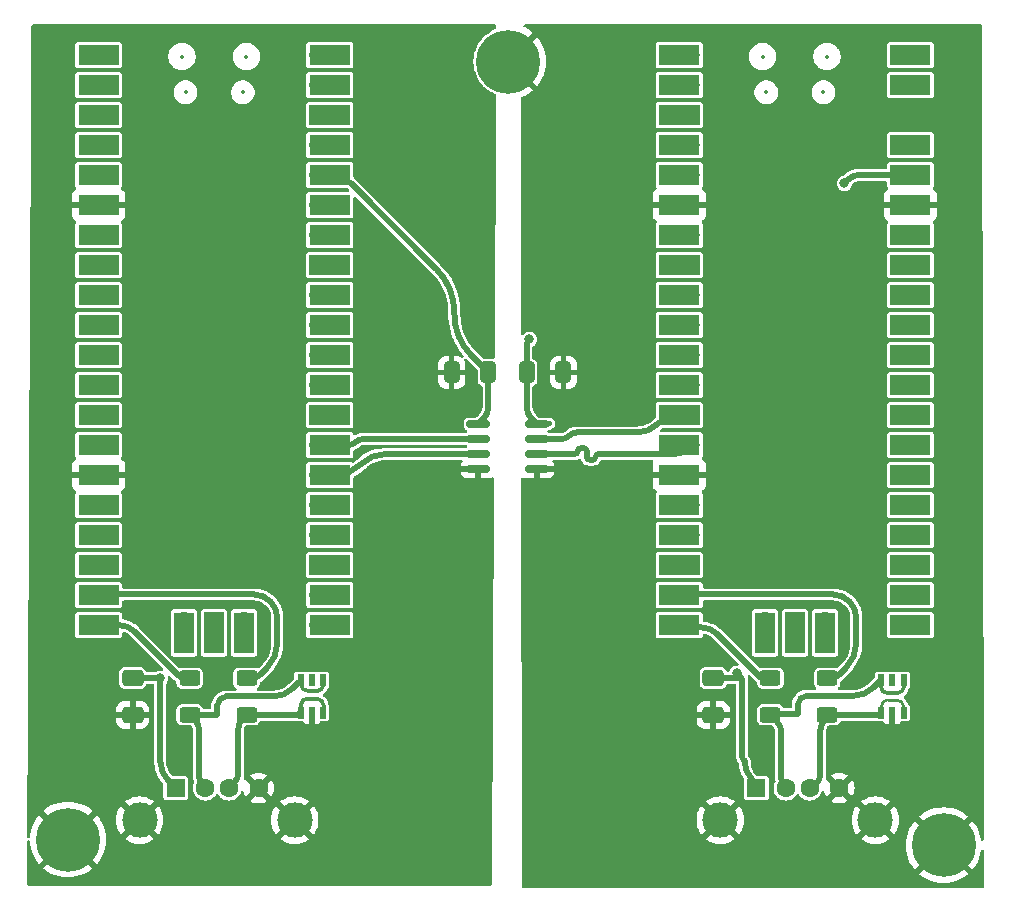
<source format=gtl>
%TF.GenerationSoftware,KiCad,Pcbnew,8.0.4*%
%TF.CreationDate,2024-10-03T12:24:39+05:30*%
%TF.ProjectId,DeskHop_Rev1,4465736b-486f-4705-9f52-6576312e6b69,rev?*%
%TF.SameCoordinates,Original*%
%TF.FileFunction,Copper,L1,Top*%
%TF.FilePolarity,Positive*%
%FSLAX46Y46*%
G04 Gerber Fmt 4.6, Leading zero omitted, Abs format (unit mm)*
G04 Created by KiCad (PCBNEW 8.0.4) date 2024-10-03 12:24:39*
%MOMM*%
%LPD*%
G01*
G04 APERTURE LIST*
G04 Aperture macros list*
%AMRoundRect*
0 Rectangle with rounded corners*
0 $1 Rounding radius*
0 $2 $3 $4 $5 $6 $7 $8 $9 X,Y pos of 4 corners*
0 Add a 4 corners polygon primitive as box body*
4,1,4,$2,$3,$4,$5,$6,$7,$8,$9,$2,$3,0*
0 Add four circle primitives for the rounded corners*
1,1,$1+$1,$2,$3*
1,1,$1+$1,$4,$5*
1,1,$1+$1,$6,$7*
1,1,$1+$1,$8,$9*
0 Add four rect primitives between the rounded corners*
20,1,$1+$1,$2,$3,$4,$5,0*
20,1,$1+$1,$4,$5,$6,$7,0*
20,1,$1+$1,$6,$7,$8,$9,0*
20,1,$1+$1,$8,$9,$2,$3,0*%
G04 Aperture macros list end*
%TA.AperFunction,SMDPad,CuDef*%
%ADD10RoundRect,0.250000X-0.625000X0.400000X-0.625000X-0.400000X0.625000X-0.400000X0.625000X0.400000X0*%
%TD*%
%TA.AperFunction,ComponentPad*%
%ADD11C,3.100000*%
%TD*%
%TA.AperFunction,ConnectorPad*%
%ADD12C,5.400000*%
%TD*%
%TA.AperFunction,ComponentPad*%
%ADD13O,1.700000X1.700000*%
%TD*%
%TA.AperFunction,SMDPad,CuDef*%
%ADD14R,3.500000X1.700000*%
%TD*%
%TA.AperFunction,ComponentPad*%
%ADD15R,1.700000X1.700000*%
%TD*%
%TA.AperFunction,SMDPad,CuDef*%
%ADD16R,1.700000X3.500000*%
%TD*%
%TA.AperFunction,SMDPad,CuDef*%
%ADD17R,0.558800X0.977900*%
%TD*%
%TA.AperFunction,SMDPad,CuDef*%
%ADD18RoundRect,0.250000X-0.650000X0.412500X-0.650000X-0.412500X0.650000X-0.412500X0.650000X0.412500X0*%
%TD*%
%TA.AperFunction,ComponentPad*%
%ADD19R,1.600000X1.500000*%
%TD*%
%TA.AperFunction,ComponentPad*%
%ADD20C,1.600000*%
%TD*%
%TA.AperFunction,ComponentPad*%
%ADD21C,3.000000*%
%TD*%
%TA.AperFunction,SMDPad,CuDef*%
%ADD22RoundRect,0.250000X0.412500X0.650000X-0.412500X0.650000X-0.412500X-0.650000X0.412500X-0.650000X0*%
%TD*%
%TA.AperFunction,SMDPad,CuDef*%
%ADD23RoundRect,0.250000X-0.412500X-0.650000X0.412500X-0.650000X0.412500X0.650000X-0.412500X0.650000X0*%
%TD*%
%TA.AperFunction,SMDPad,CuDef*%
%ADD24RoundRect,0.150000X-0.825000X-0.150000X0.825000X-0.150000X0.825000X0.150000X-0.825000X0.150000X0*%
%TD*%
%TA.AperFunction,ViaPad*%
%ADD25C,0.800000*%
%TD*%
%TA.AperFunction,Conductor*%
%ADD26C,0.300000*%
%TD*%
%TA.AperFunction,Conductor*%
%ADD27C,0.500000*%
%TD*%
%TA.AperFunction,Conductor*%
%ADD28C,0.250000*%
%TD*%
%ADD29C,0.350000*%
G04 APERTURE END LIST*
D10*
%TO.P,R2,1*%
%TO.N,/AD+*%
X167904199Y-99187033D03*
%TO.P,R2,2*%
%TO.N,OA+*%
X167904199Y-102287033D03*
%TD*%
D11*
%TO.P,H3,1,1*%
%TO.N,GND2*%
X177759000Y-113331033D03*
D12*
X177759000Y-113331033D03*
%TD*%
D13*
%TO.P,U6,1,GPIO0*%
%TO.N,unconnected-(U6-GPIO0-Pad1)*%
X156274721Y-46426033D03*
D14*
X155374721Y-46426033D03*
D13*
%TO.P,U6,2,GPIO1*%
%TO.N,unconnected-(U6-GPIO1-Pad2)*%
X156274721Y-48966033D03*
D14*
X155374721Y-48966033D03*
D15*
%TO.P,U6,3,GPIO2*%
%TO.N,unconnected-(U6-GPIO2-Pad3)*%
X156274721Y-51506033D03*
D14*
X155374721Y-51506033D03*
D13*
%TO.P,U6,4,GPIO3*%
%TO.N,unconnected-(U6-GPIO3-Pad4)*%
X156274721Y-54046033D03*
D14*
X155374721Y-54046033D03*
D13*
%TO.P,U6,5,GPIO4*%
%TO.N,unconnected-(U6-GPIO4-Pad5)*%
X156274721Y-56586033D03*
D14*
X155374721Y-56586033D03*
D13*
%TO.P,U6,6,GND*%
%TO.N,GND2*%
X156274721Y-59126033D03*
D14*
X155374721Y-59126033D03*
D13*
%TO.P,U6,7,GPIO5*%
%TO.N,unconnected-(U6-GPIO5-Pad7)*%
X156274721Y-61666033D03*
D14*
X155374721Y-61666033D03*
D15*
%TO.P,U6,8,GPIO6*%
%TO.N,unconnected-(U6-GPIO6-Pad8)*%
X156274721Y-64206033D03*
D14*
X155374721Y-64206033D03*
D13*
%TO.P,U6,9,GPIO7*%
%TO.N,unconnected-(U6-GPIO7-Pad9)*%
X156274721Y-66746033D03*
D14*
X155374721Y-66746033D03*
D13*
%TO.P,U6,10,GPIO8*%
%TO.N,unconnected-(U6-GPIO8-Pad10)*%
X156274721Y-69286033D03*
D14*
X155374721Y-69286033D03*
D13*
%TO.P,U6,11,GPIO9*%
%TO.N,unconnected-(U6-GPIO9-Pad11)*%
X156274721Y-71826033D03*
D14*
X155374721Y-71826033D03*
D13*
%TO.P,U6,12,GPIO10*%
%TO.N,unconnected-(U6-GPIO10-Pad12)*%
X156274721Y-74366033D03*
D14*
X155374721Y-74366033D03*
D15*
%TO.P,U6,13,GPIO11*%
%TO.N,UART A TX*%
X156274721Y-76906033D03*
D14*
X155374721Y-76906033D03*
D13*
%TO.P,U6,14,GPIO12*%
%TO.N,UART A RX*%
X156274721Y-79446033D03*
D14*
X155374721Y-79446033D03*
D13*
%TO.P,U6,15,GND*%
%TO.N,GND2*%
X156274721Y-81986033D03*
D14*
X155374721Y-81986033D03*
D13*
%TO.P,U6,16,GPIO13*%
%TO.N,unconnected-(U6-GPIO13-Pad16)*%
X156274721Y-84526033D03*
D14*
X155374721Y-84526033D03*
D13*
%TO.P,U6,17,GPIO14*%
%TO.N,unconnected-(U6-GPIO14-Pad17)*%
X156274721Y-87066033D03*
D14*
X155374721Y-87066033D03*
D15*
%TO.P,U6,18,GPIO15*%
%TO.N,unconnected-(U6-GPIO15-Pad18)*%
X156274721Y-89606033D03*
D14*
X155374721Y-89606033D03*
D13*
%TO.P,U6,19,GPIO16*%
%TO.N,/AD+*%
X156274721Y-92146033D03*
D14*
X155374721Y-92146033D03*
D13*
%TO.P,U6,20,GPIO17*%
%TO.N,/AD-*%
X156274721Y-94686033D03*
D14*
X155374721Y-94686033D03*
D13*
%TO.P,U6,21,GPIO18*%
%TO.N,unconnected-(U6-GPIO18-Pad21)*%
X174054721Y-94686033D03*
D14*
X174954721Y-94686033D03*
D13*
%TO.P,U6,22,GPIO19*%
%TO.N,unconnected-(U6-GPIO19-Pad22)*%
X174054721Y-92146033D03*
D14*
X174954721Y-92146033D03*
D15*
%TO.P,U6,23,GPIO20*%
%TO.N,unconnected-(U6-GPIO20-Pad23)*%
X174054721Y-89606033D03*
D14*
X174954721Y-89606033D03*
D13*
%TO.P,U6,24,GPIO21*%
%TO.N,unconnected-(U6-GPIO21-Pad24)*%
X174054721Y-87066033D03*
D14*
X174954721Y-87066033D03*
D13*
%TO.P,U6,25,GPIO22*%
%TO.N,unconnected-(U6-GPIO22-Pad25)*%
X174054721Y-84526033D03*
D14*
X174954721Y-84526033D03*
D13*
%TO.P,U6,26,GPIO23*%
%TO.N,unconnected-(U6-GPIO23-Pad26)*%
X174054721Y-81986033D03*
D14*
X174954721Y-81986033D03*
D13*
%TO.P,U6,27,GPIO24*%
%TO.N,unconnected-(U6-GPIO24-Pad27)*%
X174054721Y-79446033D03*
D14*
X174954721Y-79446033D03*
D15*
%TO.P,U6,28,GPIO25*%
%TO.N,unconnected-(U6-GPIO25-Pad28)*%
X174054721Y-76906033D03*
D14*
X174954721Y-76906033D03*
D13*
%TO.P,U6,29,AGND*%
%TO.N,unconnected-(U6-AGND-Pad29)*%
X174054721Y-74366033D03*
D14*
X174954721Y-74366033D03*
D13*
%TO.P,U6,30,GPIO26*%
%TO.N,unconnected-(U6-GPIO26-Pad30)*%
X174054721Y-71826033D03*
D14*
X174954721Y-71826033D03*
D13*
%TO.P,U6,31,GPIO27_ADC1*%
%TO.N,unconnected-(U6-GPIO27_ADC1-Pad31)*%
X174054721Y-69286033D03*
D14*
X174954721Y-69286033D03*
D13*
%TO.P,U6,32,GPIO28_ADC2*%
%TO.N,unconnected-(U6-GPIO28_ADC2-Pad32)*%
X174054721Y-66746033D03*
D14*
X174954721Y-66746033D03*
D15*
%TO.P,U6,33,GPIO29_ADC3*%
%TO.N,unconnected-(U6-GPIO29_ADC3-Pad33)*%
X174054721Y-64206033D03*
D14*
X174954721Y-64206033D03*
D13*
%TO.P,U6,34,RUN*%
%TO.N,unconnected-(U6-RUN-Pad34)*%
X174054721Y-61666033D03*
D14*
X174954721Y-61666033D03*
D13*
%TO.P,U6,35,GND*%
%TO.N,GND2*%
X174054721Y-59126033D03*
D14*
X174954721Y-59126033D03*
D13*
%TO.P,U6,36,3V3*%
%TO.N,Net-(U4-VDD2)*%
X174054721Y-56586033D03*
D14*
X174954721Y-56586033D03*
D13*
%TO.P,U6,37,3V3_EN*%
%TO.N,unconnected-(U6-3V3_EN-Pad37)*%
X174054721Y-54046033D03*
D14*
X174954721Y-54046033D03*
D15*
%TO.P,U6,38,GND*%
%TO.N,GND2*%
X174054721Y-51506033D03*
D14*
X174954721Y-51506033D03*
D13*
%TO.P,U6,39,VSYS*%
%TO.N,unconnected-(U6-VSYS-Pad39)*%
X174054721Y-48966033D03*
D14*
X174954721Y-48966033D03*
D13*
%TO.P,U6,40,VBUS*%
%TO.N,VBUS1*%
X174054721Y-46426033D03*
D14*
X174954721Y-46426033D03*
D13*
%TO.P,U6,41,SWCLK*%
%TO.N,unconnected-(U6-SWCLK-Pad41)*%
X162624721Y-94456033D03*
D16*
X162624721Y-95356033D03*
D15*
%TO.P,U6,42,GND*%
%TO.N,unconnected-(U6-GND-Pad42)*%
X165164721Y-94456033D03*
D16*
X165164721Y-95356033D03*
D13*
%TO.P,U6,43,SWDIO*%
%TO.N,unconnected-(U6-SWDIO-Pad43)*%
X167704721Y-94456033D03*
D16*
X167704721Y-95356033D03*
%TD*%
%TO.P,U2,43,SWDIO*%
%TO.N,unconnected-(U2-SWDIO-Pad43)*%
X118547747Y-95356033D03*
D13*
X118547747Y-94456033D03*
D16*
%TO.P,U2,42,GND*%
%TO.N,unconnected-(U2-GND-Pad42)*%
X116007747Y-95356033D03*
D15*
X116007747Y-94456033D03*
D16*
%TO.P,U2,41,SWCLK*%
%TO.N,unconnected-(U2-SWCLK-Pad41)*%
X113467747Y-95356033D03*
D13*
X113467747Y-94456033D03*
D14*
%TO.P,U2,40,VBUS*%
%TO.N,VBUS2*%
X125797747Y-46426033D03*
D13*
X124897747Y-46426033D03*
D14*
%TO.P,U2,39,VSYS*%
%TO.N,unconnected-(U2-VSYS-Pad39)*%
X125797747Y-48966033D03*
D13*
X124897747Y-48966033D03*
D14*
%TO.P,U2,38,GND*%
%TO.N,unconnected-(U2-GND-Pad38)*%
X125797747Y-51506033D03*
D15*
X124897747Y-51506033D03*
D14*
%TO.P,U2,37,3V3_EN*%
%TO.N,unconnected-(U2-3V3_EN-Pad37)*%
X125797747Y-54046033D03*
D13*
X124897747Y-54046033D03*
D14*
%TO.P,U2,36,3V3*%
%TO.N,3V3*%
X125797747Y-56586033D03*
D13*
X124897747Y-56586033D03*
D14*
%TO.P,U2,35,GND*%
%TO.N,unconnected-(U2-GND-Pad35)*%
X125797747Y-59126033D03*
D13*
X124897747Y-59126033D03*
D14*
%TO.P,U2,34,RUN*%
%TO.N,unconnected-(U2-RUN-Pad34)*%
X125797747Y-61666033D03*
D13*
X124897747Y-61666033D03*
D14*
%TO.P,U2,33,GPIO29_ADC3*%
%TO.N,unconnected-(U2-GPIO29_ADC3-Pad33)*%
X125797747Y-64206033D03*
D15*
X124897747Y-64206033D03*
D14*
%TO.P,U2,32,GPIO28_ADC2*%
%TO.N,unconnected-(U2-GPIO28_ADC2-Pad32)*%
X125797747Y-66746033D03*
D13*
X124897747Y-66746033D03*
D14*
%TO.P,U2,31,GPIO27_ADC1*%
%TO.N,unconnected-(U2-GPIO27_ADC1-Pad31)*%
X125797747Y-69286033D03*
D13*
X124897747Y-69286033D03*
D14*
%TO.P,U2,30,GPIO26*%
%TO.N,unconnected-(U2-GPIO26-Pad30)*%
X125797747Y-71826033D03*
D13*
X124897747Y-71826033D03*
D14*
%TO.P,U2,29,AGND*%
%TO.N,unconnected-(U2-AGND-Pad29)*%
X125797747Y-74366033D03*
D13*
X124897747Y-74366033D03*
D14*
%TO.P,U2,28,GPIO25*%
%TO.N,unconnected-(U2-GPIO25-Pad28)*%
X125797747Y-76906033D03*
D15*
X124897747Y-76906033D03*
D14*
%TO.P,U2,27,GPIO24*%
%TO.N,UART B RX*%
X125797747Y-79446033D03*
D13*
X124897747Y-79446033D03*
D14*
%TO.P,U2,26,GPIO23*%
%TO.N,UART B TX*%
X125797747Y-81986033D03*
D13*
X124897747Y-81986033D03*
D14*
%TO.P,U2,25,GPIO22*%
%TO.N,unconnected-(U2-GPIO22-Pad25)*%
X125797747Y-84526033D03*
D13*
X124897747Y-84526033D03*
D14*
%TO.P,U2,24,GPIO21*%
%TO.N,unconnected-(U2-GPIO21-Pad24)*%
X125797747Y-87066033D03*
D13*
X124897747Y-87066033D03*
D14*
%TO.P,U2,23,GPIO20*%
%TO.N,unconnected-(U2-GPIO20-Pad23)*%
X125797747Y-89606033D03*
D15*
X124897747Y-89606033D03*
D14*
%TO.P,U2,22,GPIO19*%
%TO.N,unconnected-(U2-GPIO19-Pad22)*%
X125797747Y-92146033D03*
D13*
X124897747Y-92146033D03*
D14*
%TO.P,U2,21,GPIO18*%
%TO.N,unconnected-(U2-GPIO18-Pad21)*%
X125797747Y-94686033D03*
D13*
X124897747Y-94686033D03*
D14*
%TO.P,U2,20,GPIO17*%
%TO.N,Net-(U2-GPIO17)*%
X106217747Y-94686033D03*
D13*
X107117747Y-94686033D03*
D14*
%TO.P,U2,19,GPIO16*%
%TO.N,Net-(U2-GPIO16)*%
X106217747Y-92146033D03*
D13*
X107117747Y-92146033D03*
D14*
%TO.P,U2,18,GPIO15*%
%TO.N,unconnected-(U2-GPIO15-Pad18)*%
X106217747Y-89606033D03*
D15*
X107117747Y-89606033D03*
D14*
%TO.P,U2,17,GPIO14*%
%TO.N,unconnected-(U2-GPIO14-Pad17)*%
X106217747Y-87066033D03*
D13*
X107117747Y-87066033D03*
D14*
%TO.P,U2,16,GPIO13*%
%TO.N,unconnected-(U2-GPIO13-Pad16)*%
X106217747Y-84526033D03*
D13*
X107117747Y-84526033D03*
D14*
%TO.P,U2,15,GND*%
%TO.N,GND1*%
X106217747Y-81986033D03*
D13*
X107117747Y-81986033D03*
D14*
%TO.P,U2,14,GPIO12*%
%TO.N,unconnected-(U2-GPIO12-Pad14)*%
X106217747Y-79446033D03*
D13*
X107117747Y-79446033D03*
D14*
%TO.P,U2,13,GPIO11*%
%TO.N,unconnected-(U2-GPIO11-Pad13)*%
X106217747Y-76906033D03*
D15*
X107117747Y-76906033D03*
D14*
%TO.P,U2,12,GPIO10*%
%TO.N,unconnected-(U2-GPIO10-Pad12)*%
X106217747Y-74366033D03*
D13*
X107117747Y-74366033D03*
D14*
%TO.P,U2,11,GPIO9*%
%TO.N,unconnected-(U2-GPIO9-Pad11)*%
X106217747Y-71826033D03*
D13*
X107117747Y-71826033D03*
D14*
%TO.P,U2,10,GPIO8*%
%TO.N,unconnected-(U2-GPIO8-Pad10)*%
X106217747Y-69286033D03*
D13*
X107117747Y-69286033D03*
D14*
%TO.P,U2,9,GPIO7*%
%TO.N,unconnected-(U2-GPIO7-Pad9)*%
X106217747Y-66746033D03*
D13*
X107117747Y-66746033D03*
D14*
%TO.P,U2,8,GPIO6*%
%TO.N,unconnected-(U2-GPIO6-Pad8)*%
X106217747Y-64206033D03*
D15*
X107117747Y-64206033D03*
D14*
%TO.P,U2,7,GPIO5*%
%TO.N,unconnected-(U2-GPIO5-Pad7)*%
X106217747Y-61666033D03*
D13*
X107117747Y-61666033D03*
D14*
%TO.P,U2,6,GND*%
%TO.N,GND1*%
X106217747Y-59126033D03*
D13*
X107117747Y-59126033D03*
D14*
%TO.P,U2,5,GPIO4*%
%TO.N,unconnected-(U2-GPIO4-Pad5)*%
X106217747Y-56586033D03*
D13*
X107117747Y-56586033D03*
D14*
%TO.P,U2,4,GPIO3*%
%TO.N,unconnected-(U2-GPIO3-Pad4)*%
X106217747Y-54046033D03*
D13*
X107117747Y-54046033D03*
D14*
%TO.P,U2,3,GPIO2*%
%TO.N,unconnected-(U2-GPIO2-Pad3)*%
X106217747Y-51506033D03*
D15*
X107117747Y-51506033D03*
D14*
%TO.P,U2,2,GPIO1*%
%TO.N,unconnected-(U2-GPIO1-Pad2)*%
X106217747Y-48966033D03*
D13*
X107117747Y-48966033D03*
D14*
%TO.P,U2,1,GPIO0*%
%TO.N,unconnected-(U2-GPIO0-Pad1)*%
X106217747Y-46426033D03*
D13*
X107117747Y-46426033D03*
%TD*%
D10*
%TO.P,R3,2*%
%TO.N,OB-*%
X113935625Y-102287033D03*
%TO.P,R3,1*%
%TO.N,Net-(U2-GPIO17)*%
X113935625Y-99187033D03*
%TD*%
D17*
%TO.P,U1,1,D1+*%
%TO.N,OA+*%
X172474999Y-102102283D03*
%TO.P,U1,2,GND*%
%TO.N,GND2*%
X173425000Y-102102283D03*
%TO.P,U1,3,D2+*%
%TO.N,OA+*%
X174375001Y-102102283D03*
%TO.P,U1,4,D2-*%
%TO.N,OA-*%
X174375001Y-99371783D03*
%TO.P,U1,5,NC*%
%TO.N,unconnected-(U1-NC-Pad5)*%
X173425000Y-99371783D03*
%TO.P,U1,6,D1-*%
%TO.N,OA-*%
X172474999Y-99371783D03*
%TD*%
D18*
%TO.P,C4,1*%
%TO.N,VBUS1*%
X158250999Y-99174533D03*
%TO.P,C4,2*%
%TO.N,GND2*%
X158250999Y-102299533D03*
%TD*%
D17*
%TO.P,U5,6,D1-*%
%TO.N,OB-*%
X123318025Y-99371783D03*
%TO.P,U5,5,NC*%
%TO.N,unconnected-(U5-NC-Pad5)*%
X124268026Y-99371783D03*
%TO.P,U5,4,D2-*%
%TO.N,OB-*%
X125218027Y-99371783D03*
%TO.P,U5,3,D2+*%
%TO.N,OB+*%
X125218027Y-102102283D03*
%TO.P,U5,2,GND*%
%TO.N,GND1*%
X124268026Y-102102283D03*
%TO.P,U5,1,D1+*%
%TO.N,OB+*%
X123318025Y-102102283D03*
%TD*%
D19*
%TO.P,J1,1,VBUS*%
%TO.N,VBUS1*%
X161915974Y-108494033D03*
D20*
%TO.P,J1,2,D-*%
%TO.N,OA-*%
X164415974Y-108494033D03*
%TO.P,J1,3,D+*%
%TO.N,OA+*%
X166415974Y-108494033D03*
%TO.P,J1,4,GND*%
%TO.N,GND2*%
X168915974Y-108494033D03*
D21*
%TO.P,J1,5,Shield*%
X158845974Y-111204033D03*
X171985974Y-111204033D03*
%TD*%
D18*
%TO.P,C3,2*%
%TO.N,GND1*%
X109094025Y-102299533D03*
%TO.P,C3,1*%
%TO.N,VBUS2*%
X109094025Y-99174533D03*
%TD*%
D11*
%TO.P,H1,1,1*%
%TO.N,GND2*%
X140909000Y-46981033D03*
D12*
X140909000Y-46981033D03*
%TD*%
D10*
%TO.P,R4,2*%
%TO.N,OB+*%
X118747225Y-102287033D03*
%TO.P,R4,1*%
%TO.N,Net-(U2-GPIO16)*%
X118747225Y-99187033D03*
%TD*%
D22*
%TO.P,C1,1*%
%TO.N,3V3*%
X139224987Y-73305033D03*
%TO.P,C1,2*%
%TO.N,GND1*%
X136099987Y-73305033D03*
%TD*%
D23*
%TO.P,C2,1*%
%TO.N,Net-(U4-VDD2)*%
X142449987Y-73305033D03*
%TO.P,C2,2*%
%TO.N,GND2*%
X145574987Y-73305033D03*
%TD*%
D21*
%TO.P,J4,5,Shield*%
%TO.N,GND1*%
X122829000Y-111204033D03*
X109689000Y-111204033D03*
D20*
%TO.P,J4,4,GND*%
X119759000Y-108494033D03*
%TO.P,J4,3,D+*%
%TO.N,OB+*%
X117259000Y-108494033D03*
%TO.P,J4,2,D-*%
%TO.N,OB-*%
X115259000Y-108494033D03*
D19*
%TO.P,J4,1,VBUS*%
%TO.N,VBUS2*%
X112759000Y-108494033D03*
%TD*%
D10*
%TO.P,R1,1*%
%TO.N,/AD-*%
X163092599Y-99187033D03*
%TO.P,R1,2*%
%TO.N,OA-*%
X163092599Y-102287033D03*
%TD*%
D24*
%TO.P,U4,1,VDD1*%
%TO.N,3V3*%
X138362487Y-77669500D03*
%TO.P,U4,2,VOA*%
%TO.N,UART B RX*%
X138362487Y-78939500D03*
%TO.P,U4,3,VIB*%
%TO.N,UART B TX*%
X138362487Y-80209500D03*
%TO.P,U4,4,GND1*%
%TO.N,GND1*%
X138362487Y-81479500D03*
%TO.P,U4,5,GND2*%
%TO.N,GND2*%
X143312487Y-81479500D03*
%TO.P,U4,6,VOB*%
%TO.N,UART A RX*%
X143312487Y-80209500D03*
%TO.P,U4,7,VIA*%
%TO.N,UART A TX*%
X143312487Y-78939500D03*
%TO.P,U4,8,VDD2*%
%TO.N,Net-(U4-VDD2)*%
X143312487Y-77669500D03*
%TD*%
D11*
%TO.P,H2,1,1*%
%TO.N,GND1*%
X103619000Y-112851033D03*
D12*
X103619000Y-112851033D03*
%TD*%
D25*
%TO.N,Net-(U4-VDD2)*%
X169361000Y-57303033D03*
X142691000Y-70511033D03*
%TO.N,VBUS2*%
X111449000Y-99213033D03*
%TO.N,VBUS1*%
X160249000Y-98788080D03*
%TD*%
D26*
%TO.N,GND1*%
X124268026Y-102102283D02*
X124268026Y-103985007D01*
X124268026Y-103985007D02*
X119759000Y-108494033D01*
D27*
%TO.N,Net-(U4-VDD2)*%
X143617426Y-77669500D02*
X144254628Y-77669500D01*
X142881237Y-77238250D02*
X143096862Y-77453875D01*
X142449987Y-76197120D02*
X142449987Y-73305033D01*
X142691000Y-70511033D02*
X142570493Y-70631539D01*
X169719500Y-56944533D02*
X169361000Y-57303033D01*
X170584995Y-56586033D02*
X174054721Y-56586033D01*
X142449987Y-70922467D02*
X142449987Y-73305033D01*
X144310719Y-77646266D02*
G75*
G02*
X144366810Y-77623052I56081J-56134D01*
G01*
X144310719Y-77646266D02*
G75*
G02*
X144254628Y-77669527I-56119J56066D01*
G01*
X143096862Y-77453875D02*
G75*
G03*
X143617426Y-77669478I520538J520575D01*
G01*
X142570493Y-70631539D02*
G75*
G03*
X142449957Y-70922467I290907J-290961D01*
G01*
X169719500Y-56944533D02*
G75*
G02*
X170584995Y-56586021I865500J-865467D01*
G01*
X142449987Y-76197120D02*
G75*
G03*
X142881240Y-77238247I1472413J20D01*
G01*
%TO.N,3V3*%
X125877747Y-56586033D02*
X124897747Y-56586033D01*
X139224987Y-76197120D02*
X139224987Y-73305033D01*
X139224987Y-73305033D02*
X137782993Y-71863039D01*
X136341000Y-68245166D02*
X136341000Y-68381759D01*
X127550711Y-57278997D02*
X134802420Y-64530706D01*
X138793737Y-77238250D02*
X138362487Y-77669500D01*
X136341000Y-68381759D02*
G75*
G03*
X137782967Y-71863065I4923300J-41D01*
G01*
X136341000Y-68245166D02*
G75*
G03*
X134802395Y-64530731I-5253000J-34D01*
G01*
X138793737Y-77238250D02*
G75*
G03*
X139224999Y-76197120I-1041137J1041150D01*
G01*
X127550711Y-57278997D02*
G75*
G03*
X125877747Y-56586011I-1673011J-1673003D01*
G01*
%TO.N,VBUS2*%
X111449000Y-99213033D02*
X111429750Y-99193783D01*
X111383276Y-99174533D02*
X109094025Y-99174533D01*
X112104000Y-107839033D02*
X112759000Y-108494033D01*
X111449000Y-106257723D02*
X111449000Y-99213033D01*
X111383276Y-99174533D02*
G75*
G02*
X111429750Y-99193783I24J-65667D01*
G01*
X111449000Y-106257723D02*
G75*
G03*
X112104014Y-107839019I2236300J23D01*
G01*
%TO.N,VBUS1*%
X160601763Y-99140843D02*
X158560999Y-99140843D01*
X160725000Y-99264080D02*
X160601763Y-99140843D01*
X160725000Y-105898019D02*
X160725000Y-99264080D01*
X160915974Y-106224033D02*
X160820487Y-106128546D01*
X160249000Y-98788080D02*
X160601763Y-99140843D01*
X161570974Y-107805343D02*
G75*
G02*
X160915955Y-106224033I1581326J1581343D01*
G01*
X160820487Y-106128546D02*
G75*
G02*
X160724982Y-105898019I230513J230546D01*
G01*
%TO.N,/AD+*%
X168197112Y-99187460D02*
X167769225Y-99187460D01*
X168377001Y-92101460D02*
X156216566Y-92101460D01*
X170377000Y-96196608D02*
X170377000Y-94101458D01*
X168927562Y-98884897D02*
X169501000Y-98311460D01*
X170377000Y-96196608D02*
G75*
G02*
X169501006Y-98311466I-2990900J8D01*
G01*
X168197112Y-99187460D02*
G75*
G03*
X168927566Y-98884901I-12J1033060D01*
G01*
X170377000Y-94101458D02*
G75*
G03*
X168377001Y-92101500I-2000000J-42D01*
G01*
D26*
%TO.N,GND2*%
X173425000Y-102102283D02*
X173425000Y-103985007D01*
X173425000Y-103985007D02*
X168915974Y-108494033D01*
D27*
%TO.N,Net-(U2-GPIO17)*%
X112941270Y-98927303D02*
X109259410Y-95245443D01*
X107908873Y-94686033D02*
X107117747Y-94686033D01*
X113568312Y-99187033D02*
X113935625Y-99187033D01*
X113568312Y-99187033D02*
G75*
G02*
X112941272Y-98927301I-12J886733D01*
G01*
X107908873Y-94686033D02*
G75*
G02*
X109259427Y-95245426I27J-1909967D01*
G01*
%TO.N,UART A TX*%
X155294721Y-76906033D02*
X156274721Y-76906033D01*
X145393399Y-78939500D02*
X143312487Y-78939500D01*
X151789910Y-78385033D02*
X146732001Y-78385033D01*
X153621756Y-77598997D02*
X153575220Y-77645532D01*
X153621756Y-77598997D02*
G75*
G02*
X155294721Y-76906058I1672944J-1673003D01*
G01*
X146062700Y-78662266D02*
G75*
G02*
X145393399Y-78939509I-669300J669266D01*
G01*
X151789910Y-78385033D02*
G75*
G03*
X153575221Y-77645533I-10J2524833D01*
G01*
X146732001Y-78385033D02*
G75*
G03*
X146062693Y-78662259I-1J-946567D01*
G01*
%TO.N,UART A RX*%
X147539772Y-80272000D02*
X147539772Y-80318875D01*
X152995220Y-80209500D02*
X152449310Y-80209500D01*
X153434371Y-80209500D02*
X152995220Y-80209500D01*
X147539772Y-80100125D02*
X147539772Y-80147000D01*
X155892987Y-79827766D02*
X156274721Y-79446033D01*
X148789772Y-80209500D02*
X148739772Y-80209500D01*
X148877272Y-80209500D02*
X148939772Y-80209500D01*
X146539772Y-80209500D02*
X143312487Y-80209500D01*
X147539772Y-79975125D02*
X147539772Y-80006375D01*
X148639772Y-80209500D02*
X148589772Y-80209500D01*
X148539772Y-80209500D02*
X148552272Y-80209500D01*
X147539772Y-80443875D02*
X147539772Y-80459500D01*
X148739772Y-80209500D02*
X148689772Y-80209500D01*
X148577272Y-80209500D02*
X148552272Y-80209500D01*
X147539772Y-80037625D02*
X147539772Y-80068875D01*
X149139772Y-80209500D02*
X150918339Y-80209500D01*
X148802272Y-80209500D02*
X148789772Y-80209500D01*
X147539772Y-80068875D02*
X147539772Y-80100125D01*
X153873522Y-80209500D02*
X153434371Y-80209500D01*
X147539772Y-79959500D02*
X147539772Y-79975125D01*
X149139772Y-80209500D02*
X148939772Y-80209500D01*
X147539772Y-80350125D02*
X147539772Y-80381375D01*
X147539772Y-80318875D02*
X147539772Y-80350125D01*
X148689772Y-80209500D02*
X148639772Y-80209500D01*
X154626893Y-80209500D02*
X154413375Y-80209500D01*
X147539772Y-80412625D02*
X147539772Y-80443875D01*
X154626893Y-80209500D02*
X154717563Y-80209500D01*
X154943196Y-80209500D02*
X154886787Y-80209500D01*
X154413375Y-80209500D02*
X154199857Y-80209500D01*
X147539772Y-80006375D02*
X147539772Y-80037625D01*
X147039772Y-79709500D02*
X147289772Y-79709500D01*
X148589772Y-80209500D02*
X148577272Y-80209500D01*
X152449310Y-80209500D02*
X150918339Y-80209500D01*
X147539772Y-80381375D02*
X147539772Y-80412625D01*
X148877272Y-80209500D02*
X148802272Y-80209500D01*
X154830379Y-80209500D02*
X154773971Y-80209500D01*
X147539772Y-80147000D02*
X147539772Y-80272000D01*
X153873522Y-80209500D02*
X154199857Y-80209500D01*
X148039772Y-80709500D02*
X147789772Y-80709500D01*
X154773971Y-80209500D02*
X154717563Y-80209500D01*
X154971401Y-80209500D02*
X154943196Y-80209500D01*
X154830379Y-80209500D02*
X154886787Y-80209500D01*
X147039772Y-79709500D02*
G75*
G03*
X146789800Y-79959500I28J-250000D01*
G01*
X148539772Y-80209500D02*
G75*
G03*
X148289800Y-80459500I28J-250000D01*
G01*
X154971401Y-80209500D02*
G75*
G03*
X155892983Y-79827762I-1J1303300D01*
G01*
X147789772Y-80709500D02*
G75*
G02*
X147539800Y-80459500I28J250000D01*
G01*
X148039772Y-80709500D02*
G75*
G03*
X148289800Y-80459500I28J250000D01*
G01*
X147539772Y-79959500D02*
G75*
G03*
X147289772Y-79709528I-249972J0D01*
G01*
X146539772Y-80209500D02*
G75*
G03*
X146789800Y-79959500I28J250000D01*
G01*
%TO.N,UART B TX*%
X126239801Y-81986033D02*
X124897747Y-81986033D01*
X130528731Y-80209500D02*
X138362487Y-80209500D01*
X128384266Y-81097766D02*
G75*
G02*
X126239801Y-81986033I-2144466J2144466D01*
G01*
X128384266Y-81097766D02*
G75*
G02*
X130528731Y-80209512I2144434J-2144434D01*
G01*
%TO.N,UART B RX*%
X127391827Y-79446033D02*
X124897747Y-79446033D01*
X128614705Y-78939500D02*
X138362487Y-78939500D01*
X128614705Y-78939500D02*
G75*
G03*
X128003265Y-79192765I-5J-864700D01*
G01*
X128003266Y-79192766D02*
G75*
G02*
X127391827Y-79446044I-611466J611466D01*
G01*
%TO.N,/AD-*%
X158610739Y-95455173D02*
X162292599Y-99137033D01*
X157260202Y-94895763D02*
X156469076Y-94895763D01*
X158610739Y-95455173D02*
G75*
G03*
X157260202Y-94895758I-1350539J-1350527D01*
G01*
%TO.N,OA-*%
X165428998Y-101443858D02*
X165428998Y-102187473D01*
D26*
X172936429Y-100431033D02*
X173913570Y-100431033D01*
D27*
X166190998Y-100681858D02*
X170141395Y-100681858D01*
D26*
X174375001Y-99969602D02*
X174375001Y-99371783D01*
X172474999Y-99969602D02*
X172474999Y-99371783D01*
D27*
X171789398Y-99999233D02*
X172472023Y-99316608D01*
X164027000Y-103795965D02*
X164027000Y-107743822D01*
X163619312Y-102811720D02*
X163211625Y-102404033D01*
X165384613Y-102231858D02*
X163089623Y-102231858D01*
D26*
X174375001Y-99969602D02*
G75*
G02*
X174239844Y-100295876I-461401J2D01*
G01*
X172474999Y-99969602D02*
G75*
G03*
X172610156Y-100295876I461401J2D01*
G01*
X172610149Y-100295883D02*
G75*
G03*
X172936429Y-100431011I326251J326283D01*
G01*
D27*
X166190998Y-100681858D02*
G75*
G03*
X165428958Y-101443858I2J-762042D01*
G01*
X163619312Y-102811720D02*
G75*
G02*
X164027034Y-103795965I-984212J-984280D01*
G01*
D26*
X174239851Y-100295883D02*
G75*
G02*
X173913570Y-100431011I-326251J326283D01*
G01*
D27*
X164027000Y-107743822D02*
G75*
G03*
X164281013Y-108357020I867200J22D01*
G01*
X171789398Y-99999233D02*
G75*
G02*
X170141395Y-100681846I-1647998J1648033D01*
G01*
D28*
%TO.N,OA+*%
X173025199Y-101041033D02*
X173824800Y-101041033D01*
D27*
X172159611Y-102287033D02*
X167904199Y-102287033D01*
X167329000Y-107255590D02*
X167329000Y-103589149D01*
D28*
X172428811Y-102148470D02*
X172382624Y-102194658D01*
X174375001Y-101591233D02*
X174375001Y-102102283D01*
X172474999Y-102036964D02*
X172474999Y-101591233D01*
X172474999Y-102036964D02*
G75*
G02*
X172428831Y-102148490I-157699J-36D01*
G01*
X172159611Y-102287033D02*
G75*
G03*
X172382628Y-102194662I-11J315433D01*
G01*
D27*
X167329000Y-103589149D02*
G75*
G02*
X167676091Y-102751124I1185100J49D01*
G01*
D28*
X174213851Y-101202183D02*
G75*
G02*
X174374977Y-101591233I-389051J-389017D01*
G01*
X172636149Y-101202183D02*
G75*
G03*
X172475023Y-101591233I389051J-389017D01*
G01*
X173025199Y-101041033D02*
G75*
G03*
X172636156Y-101202190I1J-550167D01*
G01*
D27*
X167329000Y-107255590D02*
G75*
G02*
X166931996Y-108214029I-1355400J-10D01*
G01*
D28*
X174213851Y-101202183D02*
G75*
G03*
X173824800Y-101041023I-389051J-389017D01*
G01*
D27*
%TO.N,OB-*%
X120987397Y-100737033D02*
X117037000Y-100737033D01*
X116275000Y-102242648D02*
X116275000Y-101499033D01*
X114139468Y-102490876D02*
X114343312Y-102694720D01*
D26*
X124756082Y-100260733D02*
X123923493Y-100260733D01*
D27*
X122635400Y-100054408D02*
X123217799Y-99472008D01*
D26*
X125218027Y-99798788D02*
X125218027Y-99371783D01*
D27*
X116230615Y-102287033D02*
X114223903Y-102287033D01*
X115005000Y-108240033D02*
X115259000Y-108494033D01*
D26*
X123318025Y-99513523D02*
X123318025Y-99655264D01*
D27*
X114751000Y-107626822D02*
X114751000Y-103678965D01*
D26*
X123495362Y-100083395D02*
G75*
G02*
X123318052Y-99655264I428138J428095D01*
G01*
X124756082Y-100260733D02*
G75*
G03*
X125082733Y-100125439I18J461933D01*
G01*
D27*
X122635400Y-100054408D02*
G75*
G02*
X120987397Y-100737030I-1648000J1648008D01*
G01*
X114751000Y-107626822D02*
G75*
G03*
X115005013Y-108240020I867200J22D01*
G01*
X114139468Y-102490876D02*
G75*
G02*
X114223903Y-102286964I84432J84476D01*
G01*
X116230615Y-102287033D02*
G75*
G03*
X116262002Y-102274035I-15J44433D01*
G01*
D26*
X123495362Y-100083395D02*
G75*
G03*
X123923493Y-100260748I428138J428095D01*
G01*
D27*
X116275000Y-101499033D02*
G75*
G02*
X117037000Y-100737000I762000J33D01*
G01*
X114751000Y-103678965D02*
G75*
G03*
X114343288Y-102694744I-1391900J-35D01*
G01*
D26*
X123318025Y-99513523D02*
G75*
G03*
X123217771Y-99471980I-58725J23D01*
G01*
X125218027Y-99798788D02*
G75*
G02*
X125082729Y-100125435I-461927J-12D01*
G01*
D27*
X116275000Y-102242648D02*
G75*
G02*
X116261979Y-102274012I-44400J48D01*
G01*
%TO.N,OB+*%
X118992670Y-102287033D02*
X123002637Y-102287033D01*
D26*
X123387000Y-101381202D02*
X123387000Y-101808208D01*
X125287002Y-101524726D02*
X125287002Y-101808208D01*
D27*
X123225650Y-102194658D02*
X123318025Y-102102283D01*
X118053000Y-107138590D02*
X118053000Y-103472149D01*
X118573668Y-102460589D02*
X118400112Y-102634145D01*
D26*
X124681533Y-100919258D02*
X123848944Y-100919258D01*
D27*
X117656000Y-108097033D02*
X117259000Y-108494033D01*
X118573668Y-102460589D02*
G75*
G02*
X118992670Y-102287014I419032J-419011D01*
G01*
D26*
X125109664Y-101096595D02*
G75*
G02*
X125286974Y-101524726I-428164J-428105D01*
G01*
D27*
X118053000Y-103472149D02*
G75*
G02*
X118400091Y-102634124I1185100J49D01*
G01*
X118053000Y-107138590D02*
G75*
G02*
X117655996Y-108097029I-1355400J-10D01*
G01*
D26*
X125109664Y-101096595D02*
G75*
G03*
X124681533Y-100919226I-428164J-428105D01*
G01*
X123522300Y-101054558D02*
G75*
G02*
X123848944Y-100919288I326600J-326642D01*
G01*
X123522300Y-101054558D02*
G75*
G03*
X123386988Y-101381202I326600J-326642D01*
G01*
D27*
X123225650Y-102194658D02*
G75*
G02*
X123002637Y-102287046I-223050J223058D01*
G01*
%TO.N,Net-(U2-GPIO16)*%
X107140247Y-92123533D02*
X107117747Y-92146033D01*
X107194566Y-92101033D02*
X119355001Y-92101033D01*
X119905562Y-98884470D02*
X120479000Y-98311033D01*
X121355000Y-96196181D02*
X121355000Y-94101031D01*
X119175112Y-99187033D02*
X118747225Y-99187033D01*
X119175112Y-99187033D02*
G75*
G03*
X119905561Y-98884469I-12J1033033D01*
G01*
X121355000Y-96196181D02*
G75*
G02*
X120479019Y-98311052I-2990900J-19D01*
G01*
X121355000Y-94101031D02*
G75*
G03*
X119355001Y-92101000I-2000000J31D01*
G01*
X107140247Y-92123533D02*
G75*
G02*
X107194566Y-92100994I54353J-54267D01*
G01*
%TD*%
%TA.AperFunction,Conductor*%
%TO.N,GND1*%
G36*
X139839408Y-43860718D02*
G01*
X139885163Y-43913522D01*
X139896367Y-43965662D01*
X139895564Y-44123838D01*
X139875540Y-44190777D01*
X139822504Y-44236263D01*
X139813978Y-44239730D01*
X139738389Y-44267243D01*
X139738378Y-44267247D01*
X139431253Y-44421493D01*
X139144093Y-44610360D01*
X138880821Y-44831272D01*
X138880811Y-44831282D01*
X138644957Y-45081271D01*
X138644952Y-45081277D01*
X138439716Y-45356957D01*
X138267871Y-45654602D01*
X138267865Y-45654615D01*
X138131737Y-45970192D01*
X138033166Y-46299444D01*
X138033163Y-46299457D01*
X137973485Y-46637908D01*
X137973484Y-46637919D01*
X137953500Y-46981029D01*
X137953500Y-46981036D01*
X137973484Y-47324146D01*
X137973485Y-47324157D01*
X138033163Y-47662608D01*
X138033166Y-47662621D01*
X138131737Y-47991873D01*
X138267865Y-48307450D01*
X138267871Y-48307463D01*
X138439716Y-48605108D01*
X138644952Y-48880788D01*
X138644957Y-48880794D01*
X138766767Y-49009904D01*
X138880813Y-49130786D01*
X138880819Y-49130791D01*
X138880821Y-49130793D01*
X139144093Y-49351705D01*
X139144098Y-49351708D01*
X139431250Y-49540571D01*
X139533329Y-49591837D01*
X139738378Y-49694818D01*
X139738389Y-49694822D01*
X139785019Y-49711794D01*
X139841284Y-49753219D01*
X139866220Y-49818488D01*
X139866608Y-49828945D01*
X139753925Y-72031162D01*
X139733901Y-72098101D01*
X139680865Y-72143587D01*
X139629927Y-72154533D01*
X138833663Y-72154533D01*
X138766624Y-72134848D01*
X138745982Y-72118214D01*
X138138830Y-71511062D01*
X138135106Y-71507172D01*
X137879882Y-71228640D01*
X137872954Y-71220382D01*
X137729919Y-71033972D01*
X137644654Y-70922849D01*
X137638450Y-70913989D01*
X137615712Y-70878297D01*
X137436955Y-70597700D01*
X137431556Y-70588348D01*
X137326500Y-70386533D01*
X137258392Y-70255695D01*
X137253827Y-70245905D01*
X137110318Y-69899431D01*
X137106619Y-69889267D01*
X136993857Y-69531622D01*
X136991057Y-69521173D01*
X136973216Y-69440694D01*
X136909887Y-69155024D01*
X136908017Y-69144417D01*
X136859070Y-68772601D01*
X136858128Y-68761827D01*
X136841618Y-68383615D01*
X136841500Y-68378205D01*
X136841501Y-68315871D01*
X136841500Y-68315867D01*
X136841500Y-68311058D01*
X136841501Y-68311055D01*
X136841500Y-68296556D01*
X136841534Y-68296439D01*
X136841534Y-68245163D01*
X136841535Y-68245163D01*
X136841533Y-68019105D01*
X136806058Y-67568383D01*
X136735328Y-67121834D01*
X136629780Y-66682210D01*
X136490065Y-66252224D01*
X136317045Y-65834524D01*
X136121979Y-65451694D01*
X136111794Y-65431705D01*
X136111791Y-65431700D01*
X136111785Y-65431688D01*
X135875551Y-65046198D01*
X135609801Y-64680430D01*
X135316172Y-64336642D01*
X135156323Y-64176796D01*
X135109730Y-64130203D01*
X133520234Y-62540707D01*
X127852469Y-56872940D01*
X127852207Y-56872709D01*
X127834562Y-56855065D01*
X127801080Y-56793742D01*
X127798247Y-56767387D01*
X127798247Y-55711356D01*
X127798246Y-55711354D01*
X127783714Y-55638297D01*
X127783713Y-55638293D01*
X127728348Y-55555432D01*
X127645487Y-55500067D01*
X127645486Y-55500066D01*
X127645482Y-55500065D01*
X127572424Y-55485533D01*
X127572421Y-55485533D01*
X124023073Y-55485533D01*
X124023070Y-55485533D01*
X123950011Y-55500065D01*
X123950007Y-55500066D01*
X123867146Y-55555432D01*
X123811780Y-55638293D01*
X123811779Y-55638297D01*
X123797247Y-55711354D01*
X123797247Y-56529415D01*
X123796718Y-56540856D01*
X123792532Y-56586031D01*
X123792532Y-56586033D01*
X123796718Y-56631208D01*
X123797247Y-56642649D01*
X123797247Y-57460711D01*
X123811779Y-57533768D01*
X123811780Y-57533772D01*
X123811781Y-57533773D01*
X123867146Y-57616634D01*
X123915739Y-57649102D01*
X123950007Y-57671999D01*
X123950011Y-57672000D01*
X124023068Y-57686532D01*
X124023071Y-57686533D01*
X124023073Y-57686533D01*
X124795771Y-57686533D01*
X124999723Y-57686533D01*
X127199071Y-57686533D01*
X127266110Y-57706218D01*
X127286752Y-57722852D01*
X127377752Y-57813852D01*
X127411237Y-57875175D01*
X127406253Y-57944867D01*
X127364381Y-58000800D01*
X127298917Y-58025217D01*
X127290071Y-58025533D01*
X124023070Y-58025533D01*
X123950011Y-58040065D01*
X123950007Y-58040066D01*
X123867146Y-58095432D01*
X123811780Y-58178293D01*
X123811779Y-58178297D01*
X123797247Y-58251354D01*
X123797247Y-59069415D01*
X123796718Y-59080856D01*
X123792532Y-59126031D01*
X123792532Y-59126033D01*
X123796718Y-59171208D01*
X123797247Y-59182649D01*
X123797247Y-60000711D01*
X123811779Y-60073768D01*
X123811780Y-60073772D01*
X123811781Y-60073773D01*
X123867146Y-60156634D01*
X123950007Y-60211999D01*
X123950011Y-60212000D01*
X124023068Y-60226532D01*
X124023071Y-60226533D01*
X124023073Y-60226533D01*
X127572423Y-60226533D01*
X127572424Y-60226532D01*
X127645487Y-60211999D01*
X127728348Y-60156634D01*
X127783713Y-60073773D01*
X127798247Y-60000707D01*
X127798247Y-58533708D01*
X127817932Y-58466669D01*
X127870736Y-58420914D01*
X127939894Y-58410970D01*
X128003450Y-58439995D01*
X128009913Y-58446013D01*
X131173316Y-61609415D01*
X134396536Y-64832635D01*
X134396551Y-64832652D01*
X134401922Y-64838023D01*
X134401923Y-64838024D01*
X134446791Y-64882890D01*
X134450141Y-64886375D01*
X134697325Y-65153772D01*
X134698518Y-65155062D01*
X134704824Y-65162444D01*
X134929840Y-65447868D01*
X134935557Y-65455737D01*
X135137476Y-65757925D01*
X135142563Y-65766227D01*
X135320141Y-66083309D01*
X135324561Y-66091984D01*
X135476715Y-66422023D01*
X135480441Y-66431019D01*
X135606230Y-66771978D01*
X135609239Y-66781237D01*
X135707891Y-67131020D01*
X135710164Y-67140488D01*
X135781067Y-67496929D01*
X135782590Y-67506545D01*
X135825309Y-67867449D01*
X135826073Y-67877156D01*
X135840404Y-68241835D01*
X135840500Y-68246704D01*
X135840500Y-68455464D01*
X135840535Y-68456015D01*
X135840535Y-68594861D01*
X135873970Y-69019732D01*
X135940639Y-69440699D01*
X136040125Y-69855101D01*
X136040135Y-69855137D01*
X136171823Y-70260443D01*
X136171829Y-70260460D01*
X136297178Y-70563086D01*
X136334928Y-70654226D01*
X136528406Y-71033955D01*
X136528415Y-71033972D01*
X136751095Y-71397360D01*
X137001605Y-71742165D01*
X137001610Y-71742172D01*
X137090011Y-71845678D01*
X137118581Y-71909440D01*
X137108143Y-71978526D01*
X137062012Y-72031001D01*
X136994833Y-72050206D01*
X136930623Y-72031748D01*
X136831611Y-71970676D01*
X136831606Y-71970674D01*
X136665184Y-71915527D01*
X136665177Y-71915526D01*
X136562473Y-71905033D01*
X136349987Y-71905033D01*
X136349987Y-73055033D01*
X137262486Y-73055033D01*
X137262486Y-72605061D01*
X137262485Y-72605046D01*
X137251992Y-72502335D01*
X137196845Y-72335913D01*
X137196840Y-72335902D01*
X137188463Y-72322321D01*
X137170022Y-72254929D01*
X137190944Y-72188265D01*
X137244586Y-72143496D01*
X137313917Y-72134834D01*
X137376924Y-72165030D01*
X137381682Y-72169542D01*
X137382492Y-72170352D01*
X137382493Y-72170353D01*
X137452379Y-72240239D01*
X137452382Y-72240242D01*
X137482734Y-72270596D01*
X137482748Y-72270608D01*
X138275668Y-73063528D01*
X138309153Y-73124851D01*
X138311987Y-73151209D01*
X138311987Y-74002903D01*
X138311988Y-74002909D01*
X138318395Y-74062516D01*
X138368689Y-74197361D01*
X138368693Y-74197368D01*
X138454939Y-74312577D01*
X138454942Y-74312580D01*
X138570151Y-74398826D01*
X138570156Y-74398829D01*
X138643820Y-74426304D01*
X138699753Y-74468173D01*
X138724171Y-74533637D01*
X138724487Y-74542485D01*
X138724487Y-76192236D01*
X138724105Y-76201967D01*
X138713285Y-76339424D01*
X138710240Y-76358643D01*
X138679194Y-76487948D01*
X138673182Y-76506451D01*
X138622289Y-76629316D01*
X138613455Y-76646653D01*
X138543967Y-76760046D01*
X138532530Y-76775788D01*
X138442887Y-76880745D01*
X138436277Y-76887895D01*
X138393246Y-76930924D01*
X138393239Y-76930932D01*
X138393239Y-76930933D01*
X138393237Y-76930935D01*
X138241490Y-77082682D01*
X138180167Y-77116166D01*
X138153809Y-77119000D01*
X137505969Y-77119000D01*
X137425006Y-77131823D01*
X137412183Y-77133854D01*
X137299145Y-77191450D01*
X137299144Y-77191451D01*
X137299139Y-77191454D01*
X137209441Y-77281152D01*
X137209438Y-77281157D01*
X137151839Y-77394198D01*
X137136987Y-77487975D01*
X137136987Y-77851017D01*
X137137424Y-77853773D01*
X137151841Y-77944804D01*
X137209437Y-78057842D01*
X137209439Y-78057844D01*
X137209441Y-78057847D01*
X137299139Y-78147545D01*
X137299141Y-78147546D01*
X137299145Y-78147550D01*
X137390338Y-78194015D01*
X137441133Y-78241989D01*
X137457928Y-78309810D01*
X137435391Y-78375944D01*
X137390342Y-78414981D01*
X137369735Y-78425482D01*
X137313435Y-78439000D01*
X128540186Y-78439000D01*
X128540158Y-78439002D01*
X128525226Y-78439002D01*
X128347794Y-78462360D01*
X128213692Y-78498293D01*
X128174934Y-78508678D01*
X128174932Y-78508678D01*
X128174931Y-78508679D01*
X128174924Y-78508681D01*
X128009602Y-78577160D01*
X128009590Y-78577166D01*
X127970910Y-78599497D01*
X127903009Y-78615968D01*
X127836983Y-78593115D01*
X127793793Y-78538193D01*
X127787294Y-78516298D01*
X127785779Y-78508681D01*
X127783713Y-78498293D01*
X127728348Y-78415432D01*
X127645487Y-78360067D01*
X127645486Y-78360066D01*
X127645482Y-78360065D01*
X127572424Y-78345533D01*
X127572421Y-78345533D01*
X124023073Y-78345533D01*
X124023070Y-78345533D01*
X123950011Y-78360065D01*
X123950007Y-78360066D01*
X123867146Y-78415432D01*
X123811780Y-78498293D01*
X123811779Y-78498297D01*
X123797247Y-78571354D01*
X123797247Y-79389415D01*
X123796718Y-79400856D01*
X123792532Y-79446031D01*
X123792532Y-79446033D01*
X123796718Y-79491208D01*
X123797247Y-79502649D01*
X123797247Y-80320711D01*
X123811779Y-80393768D01*
X123811780Y-80393772D01*
X123811781Y-80393773D01*
X123867146Y-80476634D01*
X123915739Y-80509102D01*
X123950007Y-80531999D01*
X123950011Y-80532000D01*
X124023068Y-80546532D01*
X124023071Y-80546533D01*
X124023073Y-80546533D01*
X127572423Y-80546533D01*
X127572424Y-80546532D01*
X127645487Y-80531999D01*
X127728348Y-80476634D01*
X127783713Y-80393773D01*
X127798247Y-80320707D01*
X127798247Y-79973527D01*
X127817932Y-79906488D01*
X127870736Y-79860733D01*
X127874793Y-79858967D01*
X127996927Y-79808375D01*
X127996931Y-79808372D01*
X127996943Y-79808368D01*
X128151925Y-79718888D01*
X128293901Y-79609944D01*
X128310578Y-79593267D01*
X128310580Y-79593266D01*
X128351431Y-79552414D01*
X128363609Y-79541733D01*
X128419653Y-79498730D01*
X128447683Y-79482548D01*
X128492428Y-79464014D01*
X128505359Y-79458657D01*
X128536626Y-79450280D01*
X128606658Y-79441061D01*
X128622842Y-79440000D01*
X128680594Y-79440001D01*
X128680598Y-79440000D01*
X137313435Y-79440000D01*
X137369725Y-79453512D01*
X137390335Y-79464013D01*
X137441131Y-79511985D01*
X137457928Y-79579806D01*
X137435393Y-79645941D01*
X137390342Y-79684981D01*
X137369735Y-79695482D01*
X137313435Y-79709000D01*
X130455012Y-79709000D01*
X130454825Y-79709011D01*
X130355163Y-79709011D01*
X130355162Y-79709011D01*
X130355160Y-79709011D01*
X130277283Y-79716680D01*
X130009688Y-79743033D01*
X129669197Y-79810758D01*
X129669195Y-79810758D01*
X129336986Y-79911530D01*
X129016265Y-80044376D01*
X129016253Y-80044381D01*
X128710103Y-80208021D01*
X128710085Y-80208032D01*
X128421440Y-80400897D01*
X128153097Y-80621121D01*
X128076954Y-80697263D01*
X128076951Y-80697267D01*
X128032841Y-80741376D01*
X128027789Y-80746153D01*
X127837325Y-80916364D01*
X127774220Y-80946358D01*
X127704918Y-80937475D01*
X127685811Y-80927010D01*
X127645487Y-80900067D01*
X127645486Y-80900066D01*
X127645482Y-80900065D01*
X127572424Y-80885533D01*
X127572421Y-80885533D01*
X124023073Y-80885533D01*
X124023070Y-80885533D01*
X123950011Y-80900065D01*
X123950007Y-80900066D01*
X123867146Y-80955432D01*
X123811780Y-81038293D01*
X123811779Y-81038297D01*
X123797247Y-81111354D01*
X123797247Y-81929415D01*
X123796718Y-81940856D01*
X123792532Y-81986031D01*
X123792532Y-81986033D01*
X123796718Y-82031208D01*
X123797247Y-82042649D01*
X123797247Y-82860711D01*
X123811779Y-82933768D01*
X123811780Y-82933772D01*
X123811781Y-82933773D01*
X123867146Y-83016634D01*
X123950007Y-83071999D01*
X123950011Y-83072000D01*
X124023068Y-83086532D01*
X124023071Y-83086533D01*
X124023073Y-83086533D01*
X127572423Y-83086533D01*
X127572424Y-83086532D01*
X127645487Y-83071999D01*
X127728348Y-83016634D01*
X127783713Y-82933773D01*
X127798247Y-82860707D01*
X127798247Y-82200904D01*
X127817932Y-82133865D01*
X127863792Y-82091547D01*
X128058435Y-81987509D01*
X128347082Y-81794641D01*
X128426455Y-81729501D01*
X136890191Y-81729501D01*
X136890386Y-81731986D01*
X136936205Y-81889698D01*
X137019801Y-82031052D01*
X137019808Y-82031061D01*
X137135925Y-82147178D01*
X137135934Y-82147185D01*
X137277290Y-82230782D01*
X137277293Y-82230783D01*
X137434991Y-82276599D01*
X137434997Y-82276600D01*
X137471837Y-82279499D01*
X137471853Y-82279500D01*
X138112487Y-82279500D01*
X138112487Y-81729500D01*
X136890192Y-81729500D01*
X136890191Y-81729501D01*
X128426455Y-81729501D01*
X128615435Y-81574409D01*
X128682672Y-81507170D01*
X128682681Y-81507164D01*
X128691578Y-81498266D01*
X128691580Y-81498266D01*
X128735721Y-81454124D01*
X128740740Y-81449378D01*
X128944734Y-81267078D01*
X128955571Y-81258437D01*
X129175836Y-81102152D01*
X129187591Y-81094766D01*
X129423945Y-80964140D01*
X129436468Y-80958109D01*
X129685958Y-80854768D01*
X129699064Y-80850182D01*
X129958568Y-80775421D01*
X129972114Y-80772330D01*
X130238352Y-80727096D01*
X130252147Y-80725542D01*
X130525488Y-80710194D01*
X130532431Y-80710000D01*
X130594618Y-80710001D01*
X130594622Y-80710000D01*
X136938385Y-80710000D01*
X137005424Y-80729685D01*
X137051179Y-80782489D01*
X137061123Y-80851647D01*
X137032098Y-80915203D01*
X137026066Y-80921681D01*
X137019808Y-80927938D01*
X137019801Y-80927947D01*
X136936205Y-81069301D01*
X136890386Y-81227013D01*
X136890191Y-81229498D01*
X136890192Y-81229500D01*
X138488487Y-81229500D01*
X138555526Y-81249185D01*
X138601281Y-81301989D01*
X138612487Y-81353500D01*
X138612487Y-82279500D01*
X139253121Y-82279500D01*
X139253136Y-82279499D01*
X139289976Y-82276600D01*
X139289982Y-82276599D01*
X139447680Y-82230784D01*
X139514695Y-82191151D01*
X139582419Y-82173968D01*
X139648682Y-82196128D01*
X139692445Y-82250593D01*
X139701815Y-82298512D01*
X139527626Y-116619662D01*
X139507602Y-116686601D01*
X139454566Y-116732087D01*
X139403628Y-116743033D01*
X100281631Y-116743033D01*
X100214592Y-116723348D01*
X100168837Y-116670544D01*
X100157633Y-116618404D01*
X100174932Y-113209879D01*
X100175845Y-113029903D01*
X100195869Y-112962965D01*
X100248905Y-112917479D01*
X100318113Y-112907886D01*
X100381520Y-112937233D01*
X100418996Y-112996202D01*
X100423648Y-113023580D01*
X100434110Y-113209879D01*
X100434112Y-113209891D01*
X100494314Y-113564218D01*
X100494316Y-113564227D01*
X100593812Y-113909585D01*
X100731353Y-114241642D01*
X100731355Y-114241646D01*
X100905215Y-114556222D01*
X100905218Y-114556227D01*
X101113193Y-114849339D01*
X101185844Y-114930634D01*
X102503728Y-113612749D01*
X102589278Y-113730499D01*
X102739534Y-113880755D01*
X102857281Y-113966303D01*
X101539397Y-115284187D01*
X101620693Y-115356839D01*
X101913805Y-115564814D01*
X101913810Y-115564817D01*
X102228386Y-115738677D01*
X102228390Y-115738679D01*
X102560447Y-115876220D01*
X102905805Y-115975716D01*
X102905814Y-115975718D01*
X103260141Y-116035920D01*
X103260153Y-116035922D01*
X103619000Y-116056074D01*
X103977846Y-116035922D01*
X103977858Y-116035920D01*
X104332185Y-115975718D01*
X104332194Y-115975716D01*
X104677552Y-115876220D01*
X105009609Y-115738679D01*
X105009613Y-115738677D01*
X105324189Y-115564817D01*
X105324194Y-115564814D01*
X105617299Y-115356844D01*
X105617322Y-115356826D01*
X105698602Y-115284188D01*
X105698602Y-115284187D01*
X104380718Y-113966303D01*
X104498466Y-113880755D01*
X104648722Y-113730499D01*
X104734270Y-113612751D01*
X106052154Y-114930635D01*
X106052155Y-114930635D01*
X106124793Y-114849355D01*
X106124811Y-114849332D01*
X106332781Y-114556227D01*
X106332784Y-114556222D01*
X106506644Y-114241646D01*
X106506646Y-114241642D01*
X106644187Y-113909585D01*
X106743683Y-113564227D01*
X106743685Y-113564218D01*
X106803887Y-113209891D01*
X106803889Y-113209879D01*
X106824041Y-112851033D01*
X106803889Y-112492186D01*
X106803887Y-112492174D01*
X106743685Y-112137847D01*
X106743683Y-112137838D01*
X106644187Y-111792480D01*
X106506646Y-111460423D01*
X106506644Y-111460419D01*
X106364943Y-111204031D01*
X107683891Y-111204031D01*
X107683891Y-111204034D01*
X107704300Y-111489395D01*
X107765109Y-111768928D01*
X107865091Y-112036991D01*
X108002191Y-112288071D01*
X108002196Y-112288079D01*
X108108882Y-112430594D01*
X108108883Y-112430595D01*
X108716912Y-111822565D01*
X108811829Y-111953208D01*
X108939825Y-112081204D01*
X109070465Y-112176119D01*
X108462436Y-112784148D01*
X108604960Y-112890840D01*
X108604961Y-112890841D01*
X108856042Y-113027941D01*
X108856041Y-113027941D01*
X109124104Y-113127923D01*
X109403637Y-113188732D01*
X109688999Y-113209142D01*
X109689001Y-113209142D01*
X109974362Y-113188732D01*
X110253895Y-113127923D01*
X110521958Y-113027941D01*
X110773047Y-112890836D01*
X110915561Y-112784149D01*
X110915562Y-112784148D01*
X110307534Y-112176119D01*
X110438175Y-112081204D01*
X110566171Y-111953208D01*
X110661086Y-111822566D01*
X111269115Y-112430595D01*
X111269116Y-112430594D01*
X111375803Y-112288080D01*
X111512908Y-112036991D01*
X111612890Y-111768928D01*
X111673699Y-111489395D01*
X111694109Y-111204034D01*
X111694109Y-111204031D01*
X120823891Y-111204031D01*
X120823891Y-111204034D01*
X120844300Y-111489395D01*
X120905109Y-111768928D01*
X121005091Y-112036991D01*
X121142191Y-112288071D01*
X121142196Y-112288079D01*
X121248882Y-112430594D01*
X121248883Y-112430595D01*
X121856912Y-111822565D01*
X121951829Y-111953208D01*
X122079825Y-112081204D01*
X122210465Y-112176119D01*
X121602436Y-112784148D01*
X121744960Y-112890840D01*
X121744961Y-112890841D01*
X121996042Y-113027941D01*
X121996041Y-113027941D01*
X122264104Y-113127923D01*
X122543637Y-113188732D01*
X122828999Y-113209142D01*
X122829001Y-113209142D01*
X123114362Y-113188732D01*
X123393895Y-113127923D01*
X123661958Y-113027941D01*
X123913047Y-112890836D01*
X124055561Y-112784149D01*
X124055562Y-112784148D01*
X123447534Y-112176119D01*
X123578175Y-112081204D01*
X123706171Y-111953208D01*
X123801086Y-111822566D01*
X124409115Y-112430595D01*
X124409116Y-112430594D01*
X124515803Y-112288080D01*
X124652908Y-112036991D01*
X124752890Y-111768928D01*
X124813699Y-111489395D01*
X124834109Y-111204034D01*
X124834109Y-111204031D01*
X124813699Y-110918670D01*
X124752890Y-110639137D01*
X124652908Y-110371074D01*
X124515808Y-110119994D01*
X124515807Y-110119993D01*
X124409115Y-109977469D01*
X123801086Y-110585498D01*
X123706171Y-110454858D01*
X123578175Y-110326862D01*
X123447533Y-110231945D01*
X124055562Y-109623916D01*
X124055561Y-109623915D01*
X123913046Y-109517229D01*
X123913038Y-109517224D01*
X123661957Y-109380124D01*
X123661958Y-109380124D01*
X123393895Y-109280142D01*
X123114362Y-109219333D01*
X122829001Y-109198924D01*
X122828999Y-109198924D01*
X122543637Y-109219333D01*
X122264104Y-109280142D01*
X121996041Y-109380124D01*
X121744961Y-109517224D01*
X121744953Y-109517229D01*
X121602437Y-109623915D01*
X121602436Y-109623916D01*
X122210466Y-110231946D01*
X122079825Y-110326862D01*
X121951829Y-110454858D01*
X121856913Y-110585499D01*
X121248883Y-109977469D01*
X121248882Y-109977470D01*
X121142196Y-110119986D01*
X121142191Y-110119994D01*
X121005091Y-110371074D01*
X120905109Y-110639137D01*
X120844300Y-110918670D01*
X120823891Y-111204031D01*
X111694109Y-111204031D01*
X111673699Y-110918670D01*
X111612890Y-110639137D01*
X111512908Y-110371074D01*
X111375808Y-110119994D01*
X111375807Y-110119993D01*
X111269115Y-109977469D01*
X110661086Y-110585498D01*
X110566171Y-110454858D01*
X110438175Y-110326862D01*
X110307533Y-110231945D01*
X110915562Y-109623916D01*
X110915561Y-109623915D01*
X110773046Y-109517229D01*
X110773038Y-109517224D01*
X110521957Y-109380124D01*
X110521958Y-109380124D01*
X110253895Y-109280142D01*
X109974362Y-109219333D01*
X109689001Y-109198924D01*
X109688999Y-109198924D01*
X109403637Y-109219333D01*
X109124104Y-109280142D01*
X108856041Y-109380124D01*
X108604961Y-109517224D01*
X108604953Y-109517229D01*
X108462437Y-109623915D01*
X108462436Y-109623916D01*
X109070466Y-110231946D01*
X108939825Y-110326862D01*
X108811829Y-110454858D01*
X108716913Y-110585499D01*
X108108883Y-109977469D01*
X108108882Y-109977470D01*
X108002196Y-110119986D01*
X108002191Y-110119994D01*
X107865091Y-110371074D01*
X107765109Y-110639137D01*
X107704300Y-110918670D01*
X107683891Y-111204031D01*
X106364943Y-111204031D01*
X106332784Y-111145843D01*
X106332781Y-111145838D01*
X106124806Y-110852726D01*
X106052154Y-110771430D01*
X104734270Y-112089314D01*
X104648722Y-111971567D01*
X104498466Y-111821311D01*
X104380717Y-111735762D01*
X105698601Y-110417877D01*
X105698602Y-110417877D01*
X105617306Y-110345226D01*
X105324194Y-110137251D01*
X105324189Y-110137248D01*
X105009613Y-109963388D01*
X105009609Y-109963386D01*
X104677552Y-109825845D01*
X104332194Y-109726349D01*
X104332185Y-109726347D01*
X103977858Y-109666145D01*
X103977846Y-109666143D01*
X103619000Y-109645991D01*
X103260153Y-109666143D01*
X103260141Y-109666145D01*
X102905814Y-109726347D01*
X102905805Y-109726349D01*
X102560447Y-109825845D01*
X102228390Y-109963386D01*
X102228386Y-109963388D01*
X101913810Y-110137248D01*
X101913805Y-110137251D01*
X101620693Y-110345226D01*
X101539397Y-110417877D01*
X102857282Y-111735762D01*
X102739534Y-111821311D01*
X102589278Y-111971567D01*
X102503729Y-112089315D01*
X101185844Y-110771430D01*
X101113193Y-110852726D01*
X100905218Y-111145838D01*
X100905215Y-111145843D01*
X100731355Y-111460419D01*
X100731353Y-111460423D01*
X100593812Y-111792480D01*
X100494316Y-112137838D01*
X100494314Y-112137847D01*
X100434112Y-112492174D01*
X100434110Y-112492186D01*
X100425651Y-112642818D01*
X100402238Y-112708648D01*
X100346952Y-112751370D01*
X100277344Y-112757420D01*
X100215516Y-112724877D01*
X100181097Y-112664073D01*
X100177848Y-112635236D01*
X100180373Y-112137847D01*
X100227958Y-102762019D01*
X107694026Y-102762019D01*
X107704519Y-102864730D01*
X107759666Y-103031152D01*
X107759668Y-103031157D01*
X107851709Y-103180378D01*
X107975679Y-103304348D01*
X108124900Y-103396389D01*
X108124905Y-103396391D01*
X108291327Y-103451538D01*
X108291334Y-103451539D01*
X108394044Y-103462032D01*
X108844024Y-103462032D01*
X109344025Y-103462032D01*
X109793997Y-103462032D01*
X109794011Y-103462031D01*
X109896722Y-103451538D01*
X110063144Y-103396391D01*
X110063149Y-103396389D01*
X110212370Y-103304348D01*
X110336340Y-103180378D01*
X110428381Y-103031157D01*
X110428383Y-103031152D01*
X110483530Y-102864730D01*
X110483531Y-102864723D01*
X110494024Y-102762019D01*
X110494025Y-102762006D01*
X110494025Y-102549533D01*
X109344025Y-102549533D01*
X109344025Y-103462032D01*
X108844024Y-103462032D01*
X108844025Y-103462031D01*
X108844025Y-102549533D01*
X107694026Y-102549533D01*
X107694026Y-102762019D01*
X100227958Y-102762019D01*
X100232653Y-101837046D01*
X107694025Y-101837046D01*
X107694025Y-102049533D01*
X108844025Y-102049533D01*
X109344025Y-102049533D01*
X110494024Y-102049533D01*
X110494024Y-101837061D01*
X110494023Y-101837046D01*
X110483530Y-101734335D01*
X110428383Y-101567913D01*
X110428381Y-101567908D01*
X110336340Y-101418687D01*
X110212370Y-101294717D01*
X110063149Y-101202676D01*
X110063144Y-101202674D01*
X109896722Y-101147527D01*
X109896715Y-101147526D01*
X109794011Y-101137033D01*
X109344025Y-101137033D01*
X109344025Y-102049533D01*
X108844025Y-102049533D01*
X108844025Y-101137033D01*
X108394053Y-101137033D01*
X108394037Y-101137034D01*
X108291327Y-101147527D01*
X108124905Y-101202674D01*
X108124900Y-101202676D01*
X107975679Y-101294717D01*
X107851709Y-101418687D01*
X107759668Y-101567908D01*
X107759666Y-101567913D01*
X107704519Y-101734335D01*
X107704518Y-101734342D01*
X107694025Y-101837046D01*
X100232653Y-101837046D01*
X100273386Y-93811354D01*
X104217247Y-93811354D01*
X104217247Y-95560711D01*
X104231779Y-95633768D01*
X104231780Y-95633772D01*
X104231781Y-95633773D01*
X104287146Y-95716634D01*
X104370007Y-95771999D01*
X104370011Y-95772000D01*
X104443068Y-95786532D01*
X104443071Y-95786533D01*
X104443073Y-95786533D01*
X107992423Y-95786533D01*
X107992424Y-95786532D01*
X108065487Y-95771999D01*
X108148348Y-95716634D01*
X108203713Y-95633773D01*
X108218247Y-95560707D01*
X108218247Y-95388778D01*
X108237932Y-95321739D01*
X108290736Y-95275984D01*
X108359894Y-95266040D01*
X108382098Y-95271356D01*
X108440569Y-95291204D01*
X108455545Y-95297407D01*
X108606326Y-95371760D01*
X108620372Y-95379869D01*
X108760163Y-95473272D01*
X108773006Y-95483126D01*
X108902209Y-95596430D01*
X108908117Y-95601964D01*
X111665601Y-98359448D01*
X111699086Y-98420771D01*
X111694102Y-98490463D01*
X111652230Y-98546396D01*
X111586766Y-98570813D01*
X111548248Y-98567527D01*
X111537496Y-98564877D01*
X111527985Y-98562533D01*
X111370015Y-98562533D01*
X111370014Y-98562533D01*
X111216634Y-98600336D01*
X111103283Y-98659829D01*
X111045657Y-98674033D01*
X110331478Y-98674033D01*
X110264439Y-98654348D01*
X110218684Y-98601544D01*
X110215296Y-98593366D01*
X110187822Y-98519704D01*
X110187818Y-98519697D01*
X110101572Y-98404488D01*
X110101569Y-98404485D01*
X109986360Y-98318239D01*
X109986353Y-98318235D01*
X109851507Y-98267941D01*
X109851508Y-98267941D01*
X109791908Y-98261534D01*
X109791906Y-98261533D01*
X109791898Y-98261533D01*
X109791889Y-98261533D01*
X108396154Y-98261533D01*
X108396148Y-98261534D01*
X108336541Y-98267941D01*
X108201696Y-98318235D01*
X108201689Y-98318239D01*
X108086480Y-98404485D01*
X108086477Y-98404488D01*
X108000231Y-98519697D01*
X108000227Y-98519704D01*
X107949933Y-98654550D01*
X107943526Y-98714149D01*
X107943525Y-98714168D01*
X107943525Y-99634903D01*
X107943526Y-99634909D01*
X107949933Y-99694516D01*
X108000227Y-99829361D01*
X108000231Y-99829368D01*
X108086477Y-99944577D01*
X108086480Y-99944580D01*
X108201689Y-100030826D01*
X108201696Y-100030830D01*
X108336542Y-100081124D01*
X108336541Y-100081124D01*
X108343469Y-100081868D01*
X108396152Y-100087533D01*
X109791897Y-100087532D01*
X109851508Y-100081124D01*
X109986356Y-100030829D01*
X110101571Y-99944579D01*
X110187821Y-99829364D01*
X110215296Y-99755700D01*
X110257167Y-99699766D01*
X110322631Y-99675349D01*
X110331478Y-99675033D01*
X110824500Y-99675033D01*
X110891539Y-99694718D01*
X110937294Y-99747522D01*
X110948500Y-99799033D01*
X110948500Y-106184225D01*
X110948499Y-106184243D01*
X110948499Y-106206347D01*
X110948480Y-106206411D01*
X110948482Y-106411428D01*
X110982901Y-106716874D01*
X110982902Y-106716880D01*
X111031384Y-106929280D01*
X111051308Y-107016570D01*
X111094007Y-107138594D01*
X111139208Y-107267768D01*
X111152836Y-107306712D01*
X111286212Y-107583662D01*
X111406404Y-107774943D01*
X111449756Y-107843935D01*
X111449763Y-107843945D01*
X111621672Y-108059508D01*
X111641416Y-108084265D01*
X111672181Y-108115029D01*
X111705666Y-108176350D01*
X111708500Y-108202710D01*
X111708500Y-109268711D01*
X111723032Y-109341768D01*
X111723033Y-109341772D01*
X111723034Y-109341773D01*
X111778399Y-109424634D01*
X111845192Y-109469263D01*
X111861260Y-109479999D01*
X111861264Y-109480000D01*
X111934321Y-109494532D01*
X111934324Y-109494533D01*
X111934326Y-109494533D01*
X113583676Y-109494533D01*
X113583677Y-109494532D01*
X113656740Y-109479999D01*
X113739601Y-109424634D01*
X113794966Y-109341773D01*
X113809500Y-109268707D01*
X113809500Y-107719359D01*
X113809500Y-107719356D01*
X113809499Y-107719354D01*
X113794967Y-107646297D01*
X113794966Y-107646293D01*
X113774959Y-107616350D01*
X113739601Y-107563432D01*
X113684235Y-107526438D01*
X113656739Y-107508066D01*
X113656735Y-107508065D01*
X113583677Y-107493533D01*
X113583674Y-107493533D01*
X112521462Y-107493533D01*
X112454423Y-107473848D01*
X112428235Y-107451293D01*
X112396412Y-107415007D01*
X112313555Y-107320528D01*
X112303680Y-107307660D01*
X112286416Y-107281823D01*
X112186554Y-107132371D01*
X112178455Y-107118344D01*
X112085209Y-106929265D01*
X112079008Y-106914295D01*
X112011994Y-106716884D01*
X112011241Y-106714665D01*
X112007047Y-106699013D01*
X111965918Y-106492254D01*
X111963802Y-106476176D01*
X111959557Y-106411428D01*
X111949766Y-106262064D01*
X111949500Y-106253953D01*
X111949500Y-99671690D01*
X111969185Y-99604651D01*
X111971450Y-99601250D01*
X111976737Y-99593591D01*
X112029220Y-99517556D01*
X112085237Y-99369851D01*
X112104278Y-99213033D01*
X112103854Y-99209545D01*
X112090250Y-99097501D01*
X112101710Y-99028578D01*
X112148614Y-98976792D01*
X112216070Y-98958585D01*
X112282661Y-98979737D01*
X112301027Y-98994874D01*
X112633955Y-99327802D01*
X112633956Y-99327803D01*
X112651651Y-99345498D01*
X112761614Y-99429878D01*
X112802815Y-99486306D01*
X112810125Y-99528251D01*
X112810125Y-99634902D01*
X112810126Y-99634909D01*
X112816533Y-99694516D01*
X112866827Y-99829361D01*
X112866831Y-99829368D01*
X112953077Y-99944577D01*
X112953080Y-99944580D01*
X113068289Y-100030826D01*
X113068296Y-100030830D01*
X113203142Y-100081124D01*
X113203141Y-100081124D01*
X113210069Y-100081868D01*
X113262752Y-100087533D01*
X114608497Y-100087532D01*
X114668108Y-100081124D01*
X114802956Y-100030829D01*
X114918171Y-99944579D01*
X115004421Y-99829364D01*
X115054716Y-99694516D01*
X115061125Y-99634906D01*
X115061124Y-98739161D01*
X115054716Y-98679550D01*
X115052658Y-98674033D01*
X115004422Y-98544704D01*
X115004418Y-98544697D01*
X114918172Y-98429488D01*
X114918169Y-98429485D01*
X114802960Y-98343239D01*
X114802953Y-98343235D01*
X114668107Y-98292941D01*
X114668108Y-98292941D01*
X114608508Y-98286534D01*
X114608506Y-98286533D01*
X114608498Y-98286533D01*
X114608489Y-98286533D01*
X113262754Y-98286533D01*
X113262748Y-98286534D01*
X113203139Y-98292942D01*
X113140571Y-98316278D01*
X113070879Y-98321262D01*
X113009558Y-98287777D01*
X109666977Y-94945196D01*
X109666965Y-94945182D01*
X109649646Y-94927863D01*
X109649605Y-94927788D01*
X109517608Y-94795796D01*
X109517604Y-94795793D01*
X109305944Y-94627005D01*
X109305936Y-94626999D01*
X109305933Y-94626997D01*
X109076691Y-94482960D01*
X109020770Y-94456031D01*
X112362532Y-94456031D01*
X112362532Y-94456033D01*
X112366718Y-94501208D01*
X112367247Y-94512649D01*
X112367247Y-97130711D01*
X112381779Y-97203768D01*
X112381780Y-97203772D01*
X112381781Y-97203773D01*
X112437146Y-97286634D01*
X112520007Y-97341999D01*
X112520011Y-97342000D01*
X112593068Y-97356532D01*
X112593071Y-97356533D01*
X112593073Y-97356533D01*
X114342423Y-97356533D01*
X114342424Y-97356532D01*
X114415487Y-97341999D01*
X114498348Y-97286634D01*
X114553713Y-97203773D01*
X114568247Y-97130707D01*
X114568247Y-94512649D01*
X114568776Y-94501208D01*
X114572962Y-94456033D01*
X114572962Y-94456031D01*
X114568776Y-94410856D01*
X114568247Y-94399415D01*
X114568247Y-93581356D01*
X114568246Y-93581354D01*
X114907247Y-93581354D01*
X114907247Y-97130711D01*
X114921779Y-97203768D01*
X114921780Y-97203772D01*
X114921781Y-97203773D01*
X114977146Y-97286634D01*
X115060007Y-97341999D01*
X115060011Y-97342000D01*
X115133068Y-97356532D01*
X115133071Y-97356533D01*
X115133073Y-97356533D01*
X116882423Y-97356533D01*
X116882424Y-97356532D01*
X116955487Y-97341999D01*
X117038348Y-97286634D01*
X117093713Y-97203773D01*
X117108247Y-97130707D01*
X117108247Y-94456031D01*
X117442532Y-94456031D01*
X117442532Y-94456033D01*
X117446718Y-94501208D01*
X117447247Y-94512649D01*
X117447247Y-97130711D01*
X117461779Y-97203768D01*
X117461780Y-97203772D01*
X117461781Y-97203773D01*
X117517146Y-97286634D01*
X117600007Y-97341999D01*
X117600011Y-97342000D01*
X117673068Y-97356532D01*
X117673071Y-97356533D01*
X117673073Y-97356533D01*
X119422423Y-97356533D01*
X119422424Y-97356532D01*
X119495487Y-97341999D01*
X119578348Y-97286634D01*
X119633713Y-97203773D01*
X119648247Y-97130707D01*
X119648247Y-94512649D01*
X119648776Y-94501208D01*
X119652962Y-94456033D01*
X119652962Y-94456031D01*
X119648776Y-94410856D01*
X119648247Y-94399415D01*
X119648247Y-93581356D01*
X119648246Y-93581354D01*
X119633714Y-93508297D01*
X119633713Y-93508293D01*
X119608349Y-93470333D01*
X119578348Y-93425432D01*
X119495487Y-93370067D01*
X119495486Y-93370066D01*
X119495482Y-93370065D01*
X119422424Y-93355533D01*
X119422421Y-93355533D01*
X117673073Y-93355533D01*
X117673070Y-93355533D01*
X117600011Y-93370065D01*
X117600007Y-93370066D01*
X117517146Y-93425432D01*
X117461780Y-93508293D01*
X117461779Y-93508297D01*
X117447247Y-93581354D01*
X117447247Y-94399415D01*
X117446718Y-94410856D01*
X117442532Y-94456031D01*
X117108247Y-94456031D01*
X117108247Y-93581359D01*
X117108247Y-93581356D01*
X117108246Y-93581354D01*
X117093714Y-93508297D01*
X117093713Y-93508293D01*
X117068349Y-93470333D01*
X117038348Y-93425432D01*
X116955487Y-93370067D01*
X116955486Y-93370066D01*
X116955482Y-93370065D01*
X116882424Y-93355533D01*
X116882421Y-93355533D01*
X115133073Y-93355533D01*
X115133070Y-93355533D01*
X115060011Y-93370065D01*
X115060007Y-93370066D01*
X114977146Y-93425432D01*
X114921780Y-93508293D01*
X114921779Y-93508297D01*
X114907247Y-93581354D01*
X114568246Y-93581354D01*
X114553714Y-93508297D01*
X114553713Y-93508293D01*
X114528349Y-93470333D01*
X114498348Y-93425432D01*
X114415487Y-93370067D01*
X114415486Y-93370066D01*
X114415482Y-93370065D01*
X114342424Y-93355533D01*
X114342421Y-93355533D01*
X112593073Y-93355533D01*
X112593070Y-93355533D01*
X112520011Y-93370065D01*
X112520007Y-93370066D01*
X112437146Y-93425432D01*
X112381780Y-93508293D01*
X112381779Y-93508297D01*
X112367247Y-93581354D01*
X112367247Y-94399415D01*
X112366718Y-94410856D01*
X112362532Y-94456031D01*
X109020770Y-94456031D01*
X108832764Y-94365495D01*
X108832761Y-94365494D01*
X108832755Y-94365491D01*
X108577230Y-94276084D01*
X108577212Y-94276079D01*
X108314655Y-94216155D01*
X108253677Y-94182047D01*
X108220818Y-94120386D01*
X108218247Y-94095264D01*
X108218247Y-93811356D01*
X108218246Y-93811354D01*
X108203714Y-93738297D01*
X108203713Y-93738293D01*
X108169598Y-93687236D01*
X108148348Y-93655432D01*
X108065487Y-93600067D01*
X108065486Y-93600066D01*
X108065482Y-93600065D01*
X107992424Y-93585533D01*
X107992421Y-93585533D01*
X104443073Y-93585533D01*
X104443070Y-93585533D01*
X104370011Y-93600065D01*
X104370007Y-93600066D01*
X104287146Y-93655432D01*
X104231780Y-93738293D01*
X104231779Y-93738297D01*
X104217247Y-93811354D01*
X100273386Y-93811354D01*
X100286277Y-91271354D01*
X104217247Y-91271354D01*
X104217247Y-93020711D01*
X104231779Y-93093768D01*
X104231780Y-93093772D01*
X104248682Y-93119068D01*
X104287146Y-93176634D01*
X104370007Y-93231999D01*
X104370011Y-93232000D01*
X104443068Y-93246532D01*
X104443071Y-93246533D01*
X104443073Y-93246533D01*
X107992423Y-93246533D01*
X107992424Y-93246532D01*
X108065487Y-93231999D01*
X108148348Y-93176634D01*
X108203713Y-93093773D01*
X108218247Y-93020707D01*
X108218247Y-92725533D01*
X108237932Y-92658494D01*
X108290736Y-92612739D01*
X108342247Y-92601533D01*
X119289109Y-92601533D01*
X119350573Y-92601533D01*
X119359419Y-92601849D01*
X119559557Y-92616163D01*
X119577062Y-92618680D01*
X119760081Y-92658494D01*
X119768788Y-92660388D01*
X119785752Y-92665368D01*
X119969610Y-92733945D01*
X119985684Y-92741286D01*
X120157906Y-92835327D01*
X120172771Y-92844880D01*
X120329853Y-92962473D01*
X120343216Y-92974052D01*
X120481961Y-93112799D01*
X120493547Y-93126171D01*
X120611123Y-93283238D01*
X120620688Y-93298121D01*
X120714721Y-93470333D01*
X120722070Y-93486427D01*
X120790634Y-93670261D01*
X120795618Y-93687236D01*
X120837322Y-93878956D01*
X120839840Y-93896469D01*
X120854183Y-94097061D01*
X120854499Y-94105905D01*
X120854499Y-94176902D01*
X120854500Y-94176915D01*
X120854500Y-96122681D01*
X120854499Y-96122699D01*
X120854499Y-96192705D01*
X120854304Y-96199657D01*
X120839233Y-96468065D01*
X120837676Y-96481883D01*
X120793231Y-96743479D01*
X120790137Y-96757035D01*
X120716684Y-97012006D01*
X120712092Y-97025131D01*
X120610549Y-97270287D01*
X120604515Y-97282816D01*
X120476170Y-97515044D01*
X120468773Y-97526817D01*
X120315225Y-97743231D01*
X120306555Y-97754104D01*
X120127745Y-97954197D01*
X120122965Y-97959252D01*
X119760673Y-98321544D01*
X119699350Y-98355029D01*
X119629658Y-98350045D01*
X119615611Y-98343630D01*
X119479707Y-98292941D01*
X119479708Y-98292941D01*
X119420108Y-98286534D01*
X119420106Y-98286533D01*
X119420098Y-98286533D01*
X119420089Y-98286533D01*
X118074354Y-98286533D01*
X118074348Y-98286534D01*
X118014741Y-98292941D01*
X117879896Y-98343235D01*
X117879889Y-98343239D01*
X117764680Y-98429485D01*
X117764677Y-98429488D01*
X117678431Y-98544697D01*
X117678427Y-98544704D01*
X117628133Y-98679550D01*
X117621726Y-98739149D01*
X117621726Y-98739156D01*
X117621725Y-98739168D01*
X117621725Y-99634903D01*
X117621726Y-99634909D01*
X117628133Y-99694516D01*
X117678427Y-99829361D01*
X117678431Y-99829368D01*
X117764677Y-99944577D01*
X117764680Y-99944580D01*
X117856433Y-100013267D01*
X117898304Y-100069201D01*
X117903288Y-100138892D01*
X117869802Y-100200215D01*
X117808479Y-100233699D01*
X117782122Y-100236533D01*
X117088395Y-100236533D01*
X117088283Y-100236500D01*
X117037000Y-100236500D01*
X116937636Y-100236500D01*
X116917248Y-100239729D01*
X116741360Y-100267587D01*
X116552353Y-100329001D01*
X116375290Y-100419222D01*
X116375279Y-100419229D01*
X116214519Y-100536033D01*
X116214514Y-100536038D01*
X116074000Y-100676557D01*
X116073999Y-100676559D01*
X115957196Y-100837331D01*
X115957194Y-100837336D01*
X115890219Y-100968794D01*
X115866977Y-101014412D01*
X115805577Y-101203404D01*
X115805576Y-101203407D01*
X115774496Y-101399689D01*
X115774500Y-101491972D01*
X115774500Y-101662533D01*
X115754815Y-101729572D01*
X115702011Y-101775327D01*
X115650500Y-101786533D01*
X115143416Y-101786533D01*
X115076377Y-101766848D01*
X115030622Y-101714044D01*
X115027234Y-101705866D01*
X115004422Y-101644704D01*
X115004418Y-101644697D01*
X114918172Y-101529488D01*
X114918169Y-101529485D01*
X114802960Y-101443239D01*
X114802953Y-101443235D01*
X114668107Y-101392941D01*
X114668108Y-101392941D01*
X114608508Y-101386534D01*
X114608506Y-101386533D01*
X114608498Y-101386533D01*
X114608489Y-101386533D01*
X113262754Y-101386533D01*
X113262748Y-101386534D01*
X113203141Y-101392941D01*
X113068296Y-101443235D01*
X113068289Y-101443239D01*
X112953080Y-101529485D01*
X112953077Y-101529488D01*
X112866831Y-101644697D01*
X112866827Y-101644704D01*
X112816533Y-101779550D01*
X112810126Y-101839149D01*
X112810125Y-101839168D01*
X112810125Y-102734903D01*
X112810126Y-102734909D01*
X112816533Y-102794516D01*
X112866827Y-102929361D01*
X112866831Y-102929368D01*
X112953077Y-103044577D01*
X112953080Y-103044580D01*
X113068289Y-103130826D01*
X113068296Y-103130830D01*
X113203142Y-103181124D01*
X113203141Y-103181124D01*
X113210069Y-103181868D01*
X113262752Y-103187533D01*
X114030761Y-103187532D01*
X114097800Y-103207216D01*
X114136484Y-103246735D01*
X114148257Y-103265944D01*
X114157094Y-103283285D01*
X114203161Y-103394492D01*
X114209174Y-103412997D01*
X114237277Y-103530038D01*
X114240321Y-103549256D01*
X114250117Y-103673680D01*
X114250500Y-103683413D01*
X114250500Y-107553325D01*
X114250498Y-107553359D01*
X114250498Y-107575455D01*
X114250480Y-107575516D01*
X114250482Y-107716475D01*
X114250483Y-107716483D01*
X114273889Y-107894234D01*
X114273891Y-107894243D01*
X114299460Y-107989658D01*
X114297799Y-108059508D01*
X114289046Y-108080204D01*
X114283769Y-108090076D01*
X114223699Y-108288100D01*
X114203417Y-108494033D01*
X114223699Y-108699965D01*
X114239621Y-108752452D01*
X114283768Y-108897987D01*
X114381315Y-109080483D01*
X114381316Y-109080484D01*
X114381317Y-109080485D01*
X114512589Y-109240443D01*
X114609209Y-109319735D01*
X114672550Y-109371718D01*
X114855046Y-109469265D01*
X115053066Y-109529333D01*
X115053065Y-109529333D01*
X115071529Y-109531151D01*
X115259000Y-109549616D01*
X115464934Y-109529333D01*
X115662954Y-109469265D01*
X115845450Y-109371718D01*
X116005410Y-109240443D01*
X116136685Y-109080483D01*
X116149642Y-109056241D01*
X116198604Y-109006398D01*
X116266742Y-108990937D01*
X116332421Y-109014769D01*
X116368358Y-109056242D01*
X116381315Y-109080484D01*
X116512589Y-109240443D01*
X116609209Y-109319735D01*
X116672550Y-109371718D01*
X116855046Y-109469265D01*
X117053066Y-109529333D01*
X117053065Y-109529333D01*
X117071529Y-109531151D01*
X117259000Y-109549616D01*
X117464934Y-109529333D01*
X117662954Y-109469265D01*
X117845450Y-109371718D01*
X118005410Y-109240443D01*
X118136685Y-109080483D01*
X118234232Y-108897987D01*
X118260652Y-108810888D01*
X118298948Y-108752452D01*
X118362760Y-108723995D01*
X118431827Y-108734554D01*
X118484221Y-108780778D01*
X118499087Y-108814791D01*
X118532731Y-108940352D01*
X118532735Y-108940364D01*
X118628863Y-109146511D01*
X118679974Y-109219505D01*
X119296449Y-108603030D01*
X119316370Y-108677376D01*
X119378905Y-108785690D01*
X119467343Y-108874128D01*
X119575657Y-108936663D01*
X119650002Y-108956583D01*
X119033526Y-109573058D01*
X119106513Y-109624165D01*
X119106521Y-109624169D01*
X119312668Y-109720297D01*
X119312682Y-109720302D01*
X119532389Y-109779172D01*
X119532400Y-109779174D01*
X119758998Y-109798999D01*
X119759002Y-109798999D01*
X119985599Y-109779174D01*
X119985610Y-109779172D01*
X120205317Y-109720302D01*
X120205331Y-109720297D01*
X120411478Y-109624169D01*
X120484471Y-109573057D01*
X119867997Y-108956583D01*
X119942343Y-108936663D01*
X120050657Y-108874128D01*
X120139095Y-108785690D01*
X120201630Y-108677376D01*
X120221550Y-108603030D01*
X120838024Y-109219504D01*
X120889136Y-109146511D01*
X120985264Y-108940364D01*
X120985269Y-108940350D01*
X121044139Y-108720643D01*
X121044141Y-108720632D01*
X121063966Y-108494035D01*
X121063966Y-108494030D01*
X121044141Y-108267433D01*
X121044139Y-108267422D01*
X120985269Y-108047715D01*
X120985264Y-108047701D01*
X120889136Y-107841554D01*
X120889132Y-107841546D01*
X120838025Y-107768559D01*
X120221550Y-108385034D01*
X120201630Y-108310690D01*
X120139095Y-108202376D01*
X120050657Y-108113938D01*
X119942343Y-108051403D01*
X119867998Y-108031482D01*
X120484472Y-107415007D01*
X120411478Y-107363896D01*
X120205331Y-107267768D01*
X120205317Y-107267763D01*
X119985610Y-107208893D01*
X119985599Y-107208891D01*
X119759002Y-107189067D01*
X119758998Y-107189067D01*
X119532400Y-107208891D01*
X119532389Y-107208893D01*
X119312682Y-107267763D01*
X119312673Y-107267767D01*
X119106516Y-107363899D01*
X119106512Y-107363901D01*
X119033526Y-107415006D01*
X119033526Y-107415007D01*
X119650002Y-108031482D01*
X119575657Y-108051403D01*
X119467343Y-108113938D01*
X119378905Y-108202376D01*
X119316370Y-108310690D01*
X119296449Y-108385034D01*
X118679974Y-107768559D01*
X118622371Y-107773599D01*
X118622170Y-107771308D01*
X118586983Y-107774943D01*
X118524634Y-107743408D01*
X118489233Y-107683171D01*
X118489732Y-107620914D01*
X118521745Y-107501443D01*
X118553500Y-107260232D01*
X118553500Y-107138586D01*
X118553500Y-107072694D01*
X118553500Y-103546304D01*
X118553502Y-103546259D01*
X118553501Y-103538024D01*
X118553503Y-103538020D01*
X118553500Y-103478210D01*
X118554097Y-103466061D01*
X118559322Y-103412997D01*
X118565453Y-103350717D01*
X118570195Y-103326877D01*
X118585767Y-103275539D01*
X118624063Y-103217100D01*
X118687874Y-103188642D01*
X118704428Y-103187532D01*
X119420096Y-103187532D01*
X119420097Y-103187532D01*
X119479708Y-103181124D01*
X119614556Y-103130829D01*
X119729771Y-103044579D01*
X119816021Y-102929364D01*
X119826028Y-102902535D01*
X119838834Y-102868200D01*
X119880705Y-102812266D01*
X119946169Y-102787849D01*
X119955016Y-102787533D01*
X122843905Y-102787533D01*
X122910944Y-102807218D01*
X122912796Y-102808431D01*
X122940885Y-102827199D01*
X123013946Y-102841732D01*
X123013949Y-102841733D01*
X123489500Y-102841733D01*
X123556539Y-102861418D01*
X123588767Y-102891422D01*
X123631435Y-102948419D01*
X123631440Y-102948424D01*
X123746532Y-103034583D01*
X123746539Y-103034587D01*
X123881246Y-103084829D01*
X123881253Y-103084831D01*
X123940781Y-103091232D01*
X123940798Y-103091233D01*
X124018026Y-103091233D01*
X124018026Y-101976283D01*
X124037711Y-101909244D01*
X124090515Y-101863489D01*
X124142026Y-101852283D01*
X124394026Y-101852283D01*
X124461065Y-101871968D01*
X124506820Y-101924772D01*
X124518026Y-101976283D01*
X124518026Y-103091233D01*
X124595254Y-103091233D01*
X124595270Y-103091232D01*
X124654798Y-103084831D01*
X124654805Y-103084829D01*
X124789512Y-103034587D01*
X124789519Y-103034583D01*
X124904611Y-102948424D01*
X124904616Y-102948419D01*
X124947285Y-102891422D01*
X125003219Y-102849551D01*
X125046552Y-102841733D01*
X125522103Y-102841733D01*
X125522104Y-102841732D01*
X125595167Y-102827199D01*
X125678028Y-102771834D01*
X125733393Y-102688973D01*
X125747927Y-102615907D01*
X125747927Y-101588659D01*
X125747927Y-101588656D01*
X125747926Y-101588654D01*
X125733394Y-101515597D01*
X125733393Y-101515593D01*
X125715871Y-101489370D01*
X125702862Y-101469901D01*
X125683492Y-101420405D01*
X125680212Y-101399689D01*
X125662715Y-101289184D01*
X125630505Y-101190034D01*
X125613795Y-101138594D01*
X125613000Y-101137033D01*
X125541918Y-100997508D01*
X125448857Y-100869403D01*
X125423771Y-100844314D01*
X125392880Y-100813418D01*
X125352165Y-100772698D01*
X125352161Y-100772695D01*
X125346125Y-100766659D01*
X125345798Y-100766374D01*
X125336884Y-100757458D01*
X125336880Y-100757455D01*
X125336879Y-100757454D01*
X125258447Y-100700462D01*
X125215785Y-100645129D01*
X125209810Y-100575516D01*
X125242421Y-100513723D01*
X125258447Y-100499836D01*
X125317923Y-100456626D01*
X125324415Y-100450132D01*
X125324432Y-100450123D01*
X125365921Y-100408633D01*
X125365922Y-100408634D01*
X125413919Y-100360637D01*
X125493715Y-100250809D01*
X125545710Y-100148759D01*
X125587305Y-100101951D01*
X125595164Y-100096699D01*
X125595167Y-100096699D01*
X125678028Y-100041334D01*
X125733393Y-99958473D01*
X125747927Y-99885407D01*
X125747927Y-98858159D01*
X125747927Y-98858156D01*
X125747926Y-98858154D01*
X125733394Y-98785097D01*
X125733393Y-98785093D01*
X125702703Y-98739162D01*
X125678028Y-98702232D01*
X125606666Y-98654550D01*
X125595166Y-98646866D01*
X125595162Y-98646865D01*
X125522104Y-98632333D01*
X125522101Y-98632333D01*
X124913953Y-98632333D01*
X124913950Y-98632333D01*
X124840891Y-98646865D01*
X124840888Y-98646866D01*
X124811915Y-98666225D01*
X124745237Y-98687101D01*
X124677857Y-98668615D01*
X124674136Y-98666224D01*
X124672235Y-98664954D01*
X124645166Y-98646867D01*
X124645165Y-98646866D01*
X124645161Y-98646865D01*
X124572103Y-98632333D01*
X124572100Y-98632333D01*
X123963952Y-98632333D01*
X123963949Y-98632333D01*
X123890890Y-98646865D01*
X123890887Y-98646866D01*
X123861914Y-98666225D01*
X123795236Y-98687101D01*
X123727856Y-98668615D01*
X123724135Y-98666224D01*
X123722234Y-98664954D01*
X123695165Y-98646867D01*
X123695164Y-98646866D01*
X123695160Y-98646865D01*
X123622102Y-98632333D01*
X123622099Y-98632333D01*
X123013951Y-98632333D01*
X123013948Y-98632333D01*
X122940889Y-98646865D01*
X122940885Y-98646866D01*
X122858024Y-98702232D01*
X122802658Y-98785093D01*
X122802657Y-98785097D01*
X122788125Y-98858154D01*
X122788125Y-99142506D01*
X122768440Y-99209545D01*
X122751806Y-99230187D01*
X122328087Y-99653907D01*
X122328086Y-99653908D01*
X122284374Y-99697619D01*
X122278453Y-99703165D01*
X122107616Y-99852984D01*
X122094748Y-99862858D01*
X121909222Y-99986822D01*
X121895175Y-99994932D01*
X121695044Y-100093626D01*
X121680058Y-100099833D01*
X121468765Y-100171557D01*
X121453098Y-100175755D01*
X121234255Y-100219285D01*
X121218174Y-100221402D01*
X120991382Y-100236267D01*
X120983272Y-100236533D01*
X119712328Y-100236533D01*
X119645289Y-100216848D01*
X119599534Y-100164044D01*
X119589590Y-100094886D01*
X119618615Y-100031330D01*
X119638017Y-100013267D01*
X119711212Y-99958472D01*
X119729771Y-99944579D01*
X119816021Y-99829364D01*
X119866316Y-99694516D01*
X119872725Y-99634906D01*
X119872724Y-99593588D01*
X119892407Y-99526551D01*
X119934724Y-99486201D01*
X120028912Y-99431823D01*
X120188394Y-99309450D01*
X120203960Y-99293883D01*
X120203970Y-99293875D01*
X120212874Y-99284970D01*
X120212876Y-99284970D01*
X120259467Y-99238379D01*
X120306060Y-99191787D01*
X120306060Y-99191785D01*
X120316265Y-99181581D01*
X120316269Y-99181576D01*
X120776105Y-98721739D01*
X120776121Y-98721727D01*
X120786318Y-98711528D01*
X120786321Y-98711528D01*
X120795914Y-98701934D01*
X120795999Y-98701887D01*
X120832931Y-98664953D01*
X120832932Y-98664954D01*
X120954213Y-98543669D01*
X121171830Y-98278494D01*
X121362409Y-97993265D01*
X121524112Y-97690729D01*
X121655384Y-97373801D01*
X121754960Y-97045533D01*
X121821880Y-96709085D01*
X121855502Y-96367697D01*
X121855500Y-96196178D01*
X121855500Y-96130286D01*
X121855500Y-94686031D01*
X123792532Y-94686031D01*
X123792532Y-94686033D01*
X123796718Y-94731208D01*
X123797247Y-94742649D01*
X123797247Y-95560711D01*
X123811779Y-95633768D01*
X123811780Y-95633772D01*
X123811781Y-95633773D01*
X123867146Y-95716634D01*
X123950007Y-95771999D01*
X123950011Y-95772000D01*
X124023068Y-95786532D01*
X124023071Y-95786533D01*
X124023073Y-95786533D01*
X127572423Y-95786533D01*
X127572424Y-95786532D01*
X127645487Y-95771999D01*
X127728348Y-95716634D01*
X127783713Y-95633773D01*
X127798247Y-95560707D01*
X127798247Y-93811359D01*
X127798247Y-93811356D01*
X127798246Y-93811354D01*
X127783714Y-93738297D01*
X127783713Y-93738293D01*
X127749598Y-93687236D01*
X127728348Y-93655432D01*
X127645487Y-93600067D01*
X127645486Y-93600066D01*
X127645482Y-93600065D01*
X127572424Y-93585533D01*
X127572421Y-93585533D01*
X124023073Y-93585533D01*
X124023070Y-93585533D01*
X123950011Y-93600065D01*
X123950007Y-93600066D01*
X123867146Y-93655432D01*
X123811780Y-93738293D01*
X123811779Y-93738297D01*
X123797247Y-93811354D01*
X123797247Y-94629415D01*
X123796718Y-94640856D01*
X123792532Y-94686031D01*
X121855500Y-94686031D01*
X121855500Y-94035139D01*
X121855500Y-94027050D01*
X121855467Y-94026560D01*
X121855469Y-93949787D01*
X121819010Y-93649488D01*
X121746623Y-93355784D01*
X121746621Y-93355779D01*
X121746620Y-93355774D01*
X121639355Y-93072927D01*
X121498777Y-92805072D01*
X121326938Y-92556114D01*
X121126343Y-92329686D01*
X120919043Y-92146031D01*
X123792532Y-92146031D01*
X123792532Y-92146033D01*
X123796718Y-92191208D01*
X123797247Y-92202649D01*
X123797247Y-93020711D01*
X123811779Y-93093768D01*
X123811780Y-93093772D01*
X123828682Y-93119068D01*
X123867146Y-93176634D01*
X123950007Y-93231999D01*
X123950011Y-93232000D01*
X124023068Y-93246532D01*
X124023071Y-93246533D01*
X124023073Y-93246533D01*
X127572423Y-93246533D01*
X127572424Y-93246532D01*
X127645487Y-93231999D01*
X127728348Y-93176634D01*
X127783713Y-93093773D01*
X127798247Y-93020707D01*
X127798247Y-91271359D01*
X127798247Y-91271356D01*
X127798246Y-91271354D01*
X127783714Y-91198297D01*
X127783713Y-91198293D01*
X127728348Y-91115432D01*
X127645487Y-91060067D01*
X127645486Y-91060066D01*
X127645482Y-91060065D01*
X127572424Y-91045533D01*
X127572421Y-91045533D01*
X124023073Y-91045533D01*
X124023070Y-91045533D01*
X123950011Y-91060065D01*
X123950007Y-91060066D01*
X123867146Y-91115432D01*
X123811780Y-91198293D01*
X123811779Y-91198297D01*
X123797247Y-91271354D01*
X123797247Y-92089415D01*
X123796718Y-92100856D01*
X123792532Y-92146031D01*
X120919043Y-92146031D01*
X120899917Y-92129087D01*
X120842443Y-92089415D01*
X120650961Y-91957242D01*
X120383120Y-91816666D01*
X120383111Y-91816662D01*
X120383110Y-91816662D01*
X120100264Y-91709391D01*
X119806551Y-91636997D01*
X119806547Y-91636996D01*
X119806545Y-91636996D01*
X119506255Y-91600533D01*
X119506253Y-91600533D01*
X119420893Y-91600533D01*
X108342247Y-91600533D01*
X108275208Y-91580848D01*
X108229453Y-91528044D01*
X108218247Y-91476533D01*
X108218247Y-91271356D01*
X108218246Y-91271354D01*
X108203714Y-91198297D01*
X108203713Y-91198293D01*
X108148348Y-91115432D01*
X108065487Y-91060067D01*
X108065486Y-91060066D01*
X108065482Y-91060065D01*
X107992424Y-91045533D01*
X107992421Y-91045533D01*
X104443073Y-91045533D01*
X104443070Y-91045533D01*
X104370011Y-91060065D01*
X104370007Y-91060066D01*
X104287146Y-91115432D01*
X104231780Y-91198293D01*
X104231779Y-91198297D01*
X104217247Y-91271354D01*
X100286277Y-91271354D01*
X100299168Y-88731354D01*
X104217247Y-88731354D01*
X104217247Y-90480711D01*
X104231779Y-90553768D01*
X104231780Y-90553772D01*
X104231781Y-90553773D01*
X104287146Y-90636634D01*
X104370007Y-90691999D01*
X104370011Y-90692000D01*
X104443068Y-90706532D01*
X104443071Y-90706533D01*
X104443073Y-90706533D01*
X107992423Y-90706533D01*
X107992424Y-90706532D01*
X108065487Y-90691999D01*
X108148348Y-90636634D01*
X108203713Y-90553773D01*
X108218247Y-90480707D01*
X108218247Y-88731359D01*
X108218247Y-88731356D01*
X108218246Y-88731354D01*
X123797247Y-88731354D01*
X123797247Y-90480711D01*
X123811779Y-90553768D01*
X123811780Y-90553772D01*
X123811781Y-90553773D01*
X123867146Y-90636634D01*
X123950007Y-90691999D01*
X123950011Y-90692000D01*
X124023068Y-90706532D01*
X124023071Y-90706533D01*
X124023073Y-90706533D01*
X127572423Y-90706533D01*
X127572424Y-90706532D01*
X127645487Y-90691999D01*
X127728348Y-90636634D01*
X127783713Y-90553773D01*
X127798247Y-90480707D01*
X127798247Y-88731359D01*
X127798247Y-88731356D01*
X127798246Y-88731354D01*
X127783714Y-88658297D01*
X127783713Y-88658293D01*
X127728348Y-88575432D01*
X127645487Y-88520067D01*
X127645486Y-88520066D01*
X127645482Y-88520065D01*
X127572424Y-88505533D01*
X127572421Y-88505533D01*
X125772421Y-88505533D01*
X124023073Y-88505533D01*
X124023070Y-88505533D01*
X123950011Y-88520065D01*
X123950007Y-88520066D01*
X123867146Y-88575432D01*
X123811780Y-88658293D01*
X123811779Y-88658297D01*
X123797247Y-88731354D01*
X108218246Y-88731354D01*
X108203714Y-88658297D01*
X108203713Y-88658293D01*
X108148348Y-88575432D01*
X108065487Y-88520067D01*
X108065486Y-88520066D01*
X108065482Y-88520065D01*
X107992424Y-88505533D01*
X107992421Y-88505533D01*
X104443073Y-88505533D01*
X104443070Y-88505533D01*
X104370011Y-88520065D01*
X104370007Y-88520066D01*
X104287146Y-88575432D01*
X104231780Y-88658293D01*
X104231779Y-88658297D01*
X104217247Y-88731354D01*
X100299168Y-88731354D01*
X100312059Y-86191354D01*
X104217247Y-86191354D01*
X104217247Y-87940711D01*
X104231779Y-88013768D01*
X104231780Y-88013772D01*
X104231781Y-88013773D01*
X104287146Y-88096634D01*
X104370007Y-88151999D01*
X104370011Y-88152000D01*
X104443068Y-88166532D01*
X104443071Y-88166533D01*
X104443073Y-88166533D01*
X107992423Y-88166533D01*
X107992424Y-88166532D01*
X108065487Y-88151999D01*
X108148348Y-88096634D01*
X108203713Y-88013773D01*
X108218247Y-87940707D01*
X108218247Y-87122649D01*
X108218776Y-87111208D01*
X108222962Y-87066033D01*
X108222962Y-87066031D01*
X123792532Y-87066031D01*
X123792532Y-87066033D01*
X123796718Y-87111208D01*
X123797247Y-87122649D01*
X123797247Y-87940711D01*
X123811779Y-88013768D01*
X123811780Y-88013772D01*
X123811781Y-88013773D01*
X123867146Y-88096634D01*
X123950007Y-88151999D01*
X123950011Y-88152000D01*
X124023068Y-88166532D01*
X124023071Y-88166533D01*
X124023073Y-88166533D01*
X127572423Y-88166533D01*
X127572424Y-88166532D01*
X127645487Y-88151999D01*
X127728348Y-88096634D01*
X127783713Y-88013773D01*
X127798247Y-87940707D01*
X127798247Y-86191359D01*
X127798247Y-86191356D01*
X127798246Y-86191354D01*
X127783714Y-86118297D01*
X127783713Y-86118293D01*
X127728348Y-86035432D01*
X127645487Y-85980067D01*
X127645486Y-85980066D01*
X127645482Y-85980065D01*
X127572424Y-85965533D01*
X127572421Y-85965533D01*
X124023073Y-85965533D01*
X124023070Y-85965533D01*
X123950011Y-85980065D01*
X123950007Y-85980066D01*
X123867146Y-86035432D01*
X123811780Y-86118293D01*
X123811779Y-86118297D01*
X123797247Y-86191354D01*
X123797247Y-87009415D01*
X123796718Y-87020856D01*
X123792532Y-87066031D01*
X108222962Y-87066031D01*
X108218776Y-87020856D01*
X108218247Y-87009415D01*
X108218247Y-86191356D01*
X108218246Y-86191354D01*
X108203714Y-86118297D01*
X108203713Y-86118293D01*
X108148348Y-86035432D01*
X108065487Y-85980067D01*
X108065486Y-85980066D01*
X108065482Y-85980065D01*
X107992424Y-85965533D01*
X107992421Y-85965533D01*
X104443073Y-85965533D01*
X104443070Y-85965533D01*
X104370011Y-85980065D01*
X104370007Y-85980066D01*
X104287146Y-86035432D01*
X104231780Y-86118293D01*
X104231779Y-86118297D01*
X104217247Y-86191354D01*
X100312059Y-86191354D01*
X100337959Y-81088188D01*
X103967747Y-81088188D01*
X103967747Y-81736033D01*
X106673187Y-81736033D01*
X106642502Y-81789180D01*
X106607747Y-81918890D01*
X106607747Y-82053176D01*
X106642502Y-82182886D01*
X106673187Y-82236033D01*
X103967747Y-82236033D01*
X103967747Y-82883877D01*
X103974148Y-82943405D01*
X103974150Y-82943412D01*
X104024392Y-83078119D01*
X104024396Y-83078126D01*
X104110556Y-83193220D01*
X104110559Y-83193223D01*
X104225653Y-83279383D01*
X104225659Y-83279386D01*
X104247015Y-83287352D01*
X104302948Y-83329224D01*
X104327365Y-83394689D01*
X104312513Y-83462961D01*
X104291366Y-83491212D01*
X104287147Y-83495430D01*
X104231780Y-83578293D01*
X104231779Y-83578297D01*
X104217247Y-83651354D01*
X104217247Y-85400711D01*
X104231779Y-85473768D01*
X104231780Y-85473772D01*
X104231781Y-85473773D01*
X104287146Y-85556634D01*
X104370007Y-85611999D01*
X104370011Y-85612000D01*
X104443068Y-85626532D01*
X104443071Y-85626533D01*
X104443073Y-85626533D01*
X107992423Y-85626533D01*
X107992424Y-85626532D01*
X108065487Y-85611999D01*
X108148348Y-85556634D01*
X108203713Y-85473773D01*
X108218247Y-85400707D01*
X108218247Y-84582649D01*
X108218776Y-84571208D01*
X108222962Y-84526033D01*
X108222962Y-84526031D01*
X123792532Y-84526031D01*
X123792532Y-84526033D01*
X123796718Y-84571208D01*
X123797247Y-84582649D01*
X123797247Y-85400711D01*
X123811779Y-85473768D01*
X123811780Y-85473772D01*
X123811781Y-85473773D01*
X123867146Y-85556634D01*
X123950007Y-85611999D01*
X123950011Y-85612000D01*
X124023068Y-85626532D01*
X124023071Y-85626533D01*
X124023073Y-85626533D01*
X127572423Y-85626533D01*
X127572424Y-85626532D01*
X127645487Y-85611999D01*
X127728348Y-85556634D01*
X127783713Y-85473773D01*
X127798247Y-85400707D01*
X127798247Y-83651359D01*
X127798247Y-83651356D01*
X127798246Y-83651354D01*
X127783714Y-83578297D01*
X127783713Y-83578293D01*
X127728348Y-83495432D01*
X127645487Y-83440067D01*
X127645486Y-83440066D01*
X127645482Y-83440065D01*
X127572424Y-83425533D01*
X127572421Y-83425533D01*
X124023073Y-83425533D01*
X124023070Y-83425533D01*
X123950011Y-83440065D01*
X123950007Y-83440066D01*
X123867146Y-83495432D01*
X123811780Y-83578293D01*
X123811779Y-83578297D01*
X123797247Y-83651354D01*
X123797247Y-84469415D01*
X123796718Y-84480856D01*
X123792532Y-84526031D01*
X108222962Y-84526031D01*
X108218776Y-84480856D01*
X108218247Y-84469415D01*
X108218247Y-83651356D01*
X108218246Y-83651354D01*
X108203714Y-83578297D01*
X108203713Y-83578293D01*
X108148348Y-83495432D01*
X108148346Y-83495430D01*
X108148345Y-83495429D01*
X108144131Y-83491215D01*
X108110646Y-83429892D01*
X108115630Y-83360200D01*
X108157502Y-83304267D01*
X108188479Y-83287352D01*
X108209833Y-83279387D01*
X108209840Y-83279383D01*
X108324934Y-83193223D01*
X108324937Y-83193220D01*
X108411097Y-83078126D01*
X108411101Y-83078119D01*
X108461343Y-82943412D01*
X108461345Y-82943405D01*
X108467746Y-82883877D01*
X108467747Y-82883860D01*
X108467747Y-82236033D01*
X107562307Y-82236033D01*
X107592992Y-82182886D01*
X107627747Y-82053176D01*
X107627747Y-81918890D01*
X107592992Y-81789180D01*
X107562307Y-81736033D01*
X108467747Y-81736033D01*
X108467747Y-81088205D01*
X108467746Y-81088188D01*
X108461345Y-81028660D01*
X108461343Y-81028653D01*
X108411101Y-80893946D01*
X108411097Y-80893939D01*
X108324937Y-80778845D01*
X108324934Y-80778842D01*
X108209840Y-80692682D01*
X108209832Y-80692678D01*
X108188476Y-80684712D01*
X108132543Y-80642839D01*
X108108128Y-80577374D01*
X108122981Y-80509102D01*
X108144134Y-80480846D01*
X108148341Y-80476638D01*
X108148348Y-80476634D01*
X108203713Y-80393773D01*
X108218247Y-80320707D01*
X108218247Y-79502649D01*
X108218776Y-79491208D01*
X108222962Y-79446033D01*
X108222962Y-79446031D01*
X108218776Y-79400856D01*
X108218247Y-79389415D01*
X108218247Y-78571356D01*
X108218246Y-78571354D01*
X108203714Y-78498297D01*
X108203713Y-78498293D01*
X108148348Y-78415432D01*
X108065487Y-78360067D01*
X108065486Y-78360066D01*
X108065482Y-78360065D01*
X107992424Y-78345533D01*
X107992421Y-78345533D01*
X104443073Y-78345533D01*
X104443070Y-78345533D01*
X104370011Y-78360065D01*
X104370007Y-78360066D01*
X104287146Y-78415432D01*
X104231780Y-78498293D01*
X104231779Y-78498297D01*
X104217247Y-78571354D01*
X104217247Y-80320711D01*
X104231779Y-80393768D01*
X104231780Y-80393772D01*
X104231781Y-80393773D01*
X104287146Y-80476634D01*
X104287147Y-80476634D01*
X104287148Y-80476636D01*
X104291362Y-80480850D01*
X104324847Y-80542173D01*
X104319863Y-80611865D01*
X104277991Y-80667798D01*
X104247019Y-80684711D01*
X104225663Y-80692676D01*
X104225653Y-80692682D01*
X104110559Y-80778842D01*
X104110556Y-80778845D01*
X104024396Y-80893939D01*
X104024392Y-80893946D01*
X103974150Y-81028653D01*
X103974148Y-81028660D01*
X103967747Y-81088188D01*
X100337959Y-81088188D01*
X100363624Y-76031354D01*
X104217247Y-76031354D01*
X104217247Y-77780711D01*
X104231779Y-77853768D01*
X104231780Y-77853772D01*
X104231781Y-77853773D01*
X104287146Y-77936634D01*
X104370007Y-77991999D01*
X104370011Y-77992000D01*
X104443068Y-78006532D01*
X104443071Y-78006533D01*
X104443073Y-78006533D01*
X107992423Y-78006533D01*
X107992424Y-78006532D01*
X108065487Y-77991999D01*
X108148348Y-77936634D01*
X108203713Y-77853773D01*
X108218247Y-77780707D01*
X108218247Y-76031359D01*
X108218247Y-76031356D01*
X108218246Y-76031354D01*
X123797247Y-76031354D01*
X123797247Y-77780711D01*
X123811779Y-77853768D01*
X123811780Y-77853772D01*
X123811781Y-77853773D01*
X123867146Y-77936634D01*
X123950007Y-77991999D01*
X123950011Y-77992000D01*
X124023068Y-78006532D01*
X124023071Y-78006533D01*
X124023073Y-78006533D01*
X127572423Y-78006533D01*
X127572424Y-78006532D01*
X127645487Y-77991999D01*
X127728348Y-77936634D01*
X127783713Y-77853773D01*
X127798247Y-77780707D01*
X127798247Y-76031359D01*
X127798247Y-76031356D01*
X127798246Y-76031354D01*
X127783714Y-75958297D01*
X127783713Y-75958293D01*
X127728348Y-75875432D01*
X127645487Y-75820067D01*
X127645486Y-75820066D01*
X127645482Y-75820065D01*
X127572424Y-75805533D01*
X127572421Y-75805533D01*
X125772421Y-75805533D01*
X124023073Y-75805533D01*
X124023070Y-75805533D01*
X123950011Y-75820065D01*
X123950007Y-75820066D01*
X123867146Y-75875432D01*
X123811780Y-75958293D01*
X123811779Y-75958297D01*
X123797247Y-76031354D01*
X108218246Y-76031354D01*
X108203714Y-75958297D01*
X108203713Y-75958293D01*
X108148348Y-75875432D01*
X108065487Y-75820067D01*
X108065486Y-75820066D01*
X108065482Y-75820065D01*
X107992424Y-75805533D01*
X107992421Y-75805533D01*
X104443073Y-75805533D01*
X104443070Y-75805533D01*
X104370011Y-75820065D01*
X104370007Y-75820066D01*
X104287146Y-75875432D01*
X104231780Y-75958293D01*
X104231779Y-75958297D01*
X104217247Y-76031354D01*
X100363624Y-76031354D01*
X100376516Y-73491354D01*
X104217247Y-73491354D01*
X104217247Y-75240711D01*
X104231779Y-75313768D01*
X104231780Y-75313772D01*
X104231781Y-75313773D01*
X104287146Y-75396634D01*
X104370007Y-75451999D01*
X104370011Y-75452000D01*
X104443068Y-75466532D01*
X104443071Y-75466533D01*
X104443073Y-75466533D01*
X107992423Y-75466533D01*
X107992424Y-75466532D01*
X108065487Y-75451999D01*
X108148348Y-75396634D01*
X108203713Y-75313773D01*
X108218247Y-75240707D01*
X108218247Y-74422649D01*
X108218776Y-74411208D01*
X108222962Y-74366033D01*
X108222962Y-74366031D01*
X123792532Y-74366031D01*
X123792532Y-74366033D01*
X123796718Y-74411208D01*
X123797247Y-74422649D01*
X123797247Y-75240711D01*
X123811779Y-75313768D01*
X123811780Y-75313772D01*
X123811781Y-75313773D01*
X123867146Y-75396634D01*
X123950007Y-75451999D01*
X123950011Y-75452000D01*
X124023068Y-75466532D01*
X124023071Y-75466533D01*
X124023073Y-75466533D01*
X127572423Y-75466533D01*
X127572424Y-75466532D01*
X127645487Y-75451999D01*
X127728348Y-75396634D01*
X127783713Y-75313773D01*
X127798247Y-75240707D01*
X127798247Y-74005019D01*
X134937488Y-74005019D01*
X134947981Y-74107730D01*
X135003128Y-74274152D01*
X135003130Y-74274157D01*
X135095171Y-74423378D01*
X135219141Y-74547348D01*
X135368362Y-74639389D01*
X135368367Y-74639391D01*
X135534789Y-74694538D01*
X135534796Y-74694539D01*
X135637506Y-74705032D01*
X135849986Y-74705032D01*
X136349987Y-74705032D01*
X136562459Y-74705032D01*
X136562473Y-74705031D01*
X136665184Y-74694538D01*
X136831606Y-74639391D01*
X136831611Y-74639389D01*
X136980832Y-74547348D01*
X137104802Y-74423378D01*
X137196843Y-74274157D01*
X137196845Y-74274152D01*
X137251992Y-74107730D01*
X137251993Y-74107723D01*
X137262486Y-74005019D01*
X137262487Y-74005006D01*
X137262487Y-73555033D01*
X136349987Y-73555033D01*
X136349987Y-74705032D01*
X135849986Y-74705032D01*
X135849987Y-74705031D01*
X135849987Y-73555033D01*
X134937488Y-73555033D01*
X134937488Y-74005019D01*
X127798247Y-74005019D01*
X127798247Y-73491359D01*
X127798247Y-73491356D01*
X127798246Y-73491354D01*
X127783714Y-73418297D01*
X127783713Y-73418293D01*
X127728348Y-73335432D01*
X127645487Y-73280067D01*
X127645486Y-73280066D01*
X127645482Y-73280065D01*
X127572424Y-73265533D01*
X127572421Y-73265533D01*
X124023073Y-73265533D01*
X124023070Y-73265533D01*
X123950011Y-73280065D01*
X123950007Y-73280066D01*
X123867146Y-73335432D01*
X123811780Y-73418293D01*
X123811779Y-73418297D01*
X123797247Y-73491354D01*
X123797247Y-74309415D01*
X123796718Y-74320856D01*
X123792532Y-74366031D01*
X108222962Y-74366031D01*
X108218776Y-74320856D01*
X108218247Y-74309415D01*
X108218247Y-73491356D01*
X108218246Y-73491354D01*
X108203714Y-73418297D01*
X108203713Y-73418293D01*
X108148348Y-73335432D01*
X108065487Y-73280067D01*
X108065486Y-73280066D01*
X108065482Y-73280065D01*
X107992424Y-73265533D01*
X107992421Y-73265533D01*
X104443073Y-73265533D01*
X104443070Y-73265533D01*
X104370011Y-73280065D01*
X104370007Y-73280066D01*
X104287146Y-73335432D01*
X104231780Y-73418293D01*
X104231779Y-73418297D01*
X104217247Y-73491354D01*
X100376516Y-73491354D01*
X100389407Y-70951354D01*
X104217247Y-70951354D01*
X104217247Y-72700711D01*
X104231779Y-72773768D01*
X104231780Y-72773772D01*
X104231781Y-72773773D01*
X104287146Y-72856634D01*
X104370007Y-72911999D01*
X104370011Y-72912000D01*
X104443068Y-72926532D01*
X104443071Y-72926533D01*
X104443073Y-72926533D01*
X107992423Y-72926533D01*
X107992424Y-72926532D01*
X108065487Y-72911999D01*
X108148348Y-72856634D01*
X108203713Y-72773773D01*
X108218247Y-72700707D01*
X108218247Y-71882649D01*
X108218776Y-71871208D01*
X108222962Y-71826033D01*
X108222962Y-71826031D01*
X123792532Y-71826031D01*
X123792532Y-71826033D01*
X123796718Y-71871208D01*
X123797247Y-71882649D01*
X123797247Y-72700711D01*
X123811779Y-72773768D01*
X123811780Y-72773772D01*
X123811781Y-72773773D01*
X123867146Y-72856634D01*
X123950007Y-72911999D01*
X123950011Y-72912000D01*
X124023068Y-72926532D01*
X124023071Y-72926533D01*
X124023073Y-72926533D01*
X127572423Y-72926533D01*
X127572424Y-72926532D01*
X127645487Y-72911999D01*
X127728348Y-72856634D01*
X127783713Y-72773773D01*
X127798247Y-72700707D01*
X127798247Y-72605046D01*
X134937487Y-72605046D01*
X134937487Y-73055033D01*
X135849987Y-73055033D01*
X135849987Y-71905033D01*
X135637516Y-71905033D01*
X135637499Y-71905034D01*
X135534789Y-71915527D01*
X135368367Y-71970674D01*
X135368362Y-71970676D01*
X135219141Y-72062717D01*
X135095171Y-72186687D01*
X135003130Y-72335908D01*
X135003128Y-72335913D01*
X134947981Y-72502335D01*
X134947980Y-72502342D01*
X134937487Y-72605046D01*
X127798247Y-72605046D01*
X127798247Y-70951359D01*
X127798247Y-70951356D01*
X127798246Y-70951354D01*
X127783714Y-70878297D01*
X127783713Y-70878293D01*
X127728348Y-70795432D01*
X127645487Y-70740067D01*
X127645486Y-70740066D01*
X127645482Y-70740065D01*
X127572424Y-70725533D01*
X127572421Y-70725533D01*
X124023073Y-70725533D01*
X124023070Y-70725533D01*
X123950011Y-70740065D01*
X123950007Y-70740066D01*
X123867146Y-70795432D01*
X123811780Y-70878293D01*
X123811779Y-70878297D01*
X123797247Y-70951354D01*
X123797247Y-71769415D01*
X123796718Y-71780856D01*
X123792532Y-71826031D01*
X108222962Y-71826031D01*
X108218776Y-71780856D01*
X108218247Y-71769415D01*
X108218247Y-70951356D01*
X108218246Y-70951354D01*
X108203714Y-70878297D01*
X108203713Y-70878293D01*
X108148348Y-70795432D01*
X108065487Y-70740067D01*
X108065486Y-70740066D01*
X108065482Y-70740065D01*
X107992424Y-70725533D01*
X107992421Y-70725533D01*
X104443073Y-70725533D01*
X104443070Y-70725533D01*
X104370011Y-70740065D01*
X104370007Y-70740066D01*
X104287146Y-70795432D01*
X104231780Y-70878293D01*
X104231779Y-70878297D01*
X104217247Y-70951354D01*
X100389407Y-70951354D01*
X100402299Y-68411354D01*
X104217247Y-68411354D01*
X104217247Y-70160711D01*
X104231779Y-70233768D01*
X104231780Y-70233772D01*
X104231781Y-70233773D01*
X104287146Y-70316634D01*
X104370007Y-70371999D01*
X104370011Y-70372000D01*
X104443068Y-70386532D01*
X104443071Y-70386533D01*
X104443073Y-70386533D01*
X107992423Y-70386533D01*
X107992424Y-70386532D01*
X108065487Y-70371999D01*
X108148348Y-70316634D01*
X108203713Y-70233773D01*
X108218247Y-70160707D01*
X108218247Y-69342649D01*
X108218776Y-69331208D01*
X108222962Y-69286033D01*
X108222962Y-69286031D01*
X123792532Y-69286031D01*
X123792532Y-69286033D01*
X123796718Y-69331208D01*
X123797247Y-69342649D01*
X123797247Y-70160711D01*
X123811779Y-70233768D01*
X123811780Y-70233772D01*
X123811781Y-70233773D01*
X123867146Y-70316634D01*
X123950007Y-70371999D01*
X123950011Y-70372000D01*
X124023068Y-70386532D01*
X124023071Y-70386533D01*
X124023073Y-70386533D01*
X127572423Y-70386533D01*
X127572424Y-70386532D01*
X127645487Y-70371999D01*
X127728348Y-70316634D01*
X127783713Y-70233773D01*
X127798247Y-70160707D01*
X127798247Y-68411359D01*
X127798247Y-68411356D01*
X127798246Y-68411354D01*
X127783714Y-68338297D01*
X127783713Y-68338293D01*
X127768731Y-68315871D01*
X127728348Y-68255432D01*
X127645487Y-68200067D01*
X127645486Y-68200066D01*
X127645482Y-68200065D01*
X127572424Y-68185533D01*
X127572421Y-68185533D01*
X124023073Y-68185533D01*
X124023070Y-68185533D01*
X123950011Y-68200065D01*
X123950007Y-68200066D01*
X123867146Y-68255432D01*
X123811780Y-68338293D01*
X123811779Y-68338297D01*
X123797247Y-68411354D01*
X123797247Y-69229415D01*
X123796718Y-69240856D01*
X123792532Y-69286031D01*
X108222962Y-69286031D01*
X108218776Y-69240856D01*
X108218247Y-69229415D01*
X108218247Y-68411356D01*
X108218246Y-68411354D01*
X108203714Y-68338297D01*
X108203713Y-68338293D01*
X108188731Y-68315871D01*
X108148348Y-68255432D01*
X108065487Y-68200067D01*
X108065486Y-68200066D01*
X108065482Y-68200065D01*
X107992424Y-68185533D01*
X107992421Y-68185533D01*
X104443073Y-68185533D01*
X104443070Y-68185533D01*
X104370011Y-68200065D01*
X104370007Y-68200066D01*
X104287146Y-68255432D01*
X104231780Y-68338293D01*
X104231779Y-68338297D01*
X104217247Y-68411354D01*
X100402299Y-68411354D01*
X100415190Y-65871354D01*
X104217247Y-65871354D01*
X104217247Y-67620711D01*
X104231779Y-67693768D01*
X104231780Y-67693772D01*
X104231781Y-67693773D01*
X104287146Y-67776634D01*
X104370007Y-67831999D01*
X104370011Y-67832000D01*
X104443068Y-67846532D01*
X104443071Y-67846533D01*
X104443073Y-67846533D01*
X107992423Y-67846533D01*
X107992424Y-67846532D01*
X108065487Y-67831999D01*
X108148348Y-67776634D01*
X108203713Y-67693773D01*
X108218247Y-67620707D01*
X108218247Y-66802649D01*
X108218776Y-66791208D01*
X108222962Y-66746033D01*
X108222962Y-66746031D01*
X123792532Y-66746031D01*
X123792532Y-66746033D01*
X123796718Y-66791208D01*
X123797247Y-66802649D01*
X123797247Y-67620711D01*
X123811779Y-67693768D01*
X123811780Y-67693772D01*
X123811781Y-67693773D01*
X123867146Y-67776634D01*
X123950007Y-67831999D01*
X123950011Y-67832000D01*
X124023068Y-67846532D01*
X124023071Y-67846533D01*
X124023073Y-67846533D01*
X127572423Y-67846533D01*
X127572424Y-67846532D01*
X127645487Y-67831999D01*
X127728348Y-67776634D01*
X127783713Y-67693773D01*
X127798247Y-67620707D01*
X127798247Y-65871359D01*
X127798247Y-65871356D01*
X127798246Y-65871354D01*
X127783714Y-65798297D01*
X127783713Y-65798293D01*
X127728348Y-65715432D01*
X127645487Y-65660067D01*
X127645486Y-65660066D01*
X127645482Y-65660065D01*
X127572424Y-65645533D01*
X127572421Y-65645533D01*
X124023073Y-65645533D01*
X124023070Y-65645533D01*
X123950011Y-65660065D01*
X123950007Y-65660066D01*
X123867146Y-65715432D01*
X123811780Y-65798293D01*
X123811779Y-65798297D01*
X123797247Y-65871354D01*
X123797247Y-66689415D01*
X123796718Y-66700856D01*
X123792532Y-66746031D01*
X108222962Y-66746031D01*
X108218776Y-66700856D01*
X108218247Y-66689415D01*
X108218247Y-65871356D01*
X108218246Y-65871354D01*
X108203714Y-65798297D01*
X108203713Y-65798293D01*
X108148348Y-65715432D01*
X108065487Y-65660067D01*
X108065486Y-65660066D01*
X108065482Y-65660065D01*
X107992424Y-65645533D01*
X107992421Y-65645533D01*
X104443073Y-65645533D01*
X104443070Y-65645533D01*
X104370011Y-65660065D01*
X104370007Y-65660066D01*
X104287146Y-65715432D01*
X104231780Y-65798293D01*
X104231779Y-65798297D01*
X104217247Y-65871354D01*
X100415190Y-65871354D01*
X100428081Y-63331354D01*
X104217247Y-63331354D01*
X104217247Y-65080711D01*
X104231779Y-65153768D01*
X104231780Y-65153772D01*
X104250152Y-65181268D01*
X104287146Y-65236634D01*
X104370007Y-65291999D01*
X104370011Y-65292000D01*
X104443068Y-65306532D01*
X104443071Y-65306533D01*
X104443073Y-65306533D01*
X107992423Y-65306533D01*
X107992424Y-65306532D01*
X108065487Y-65291999D01*
X108148348Y-65236634D01*
X108203713Y-65153773D01*
X108218247Y-65080707D01*
X108218247Y-63331359D01*
X108218247Y-63331356D01*
X108218246Y-63331354D01*
X123797247Y-63331354D01*
X123797247Y-65080711D01*
X123811779Y-65153768D01*
X123811780Y-65153772D01*
X123830152Y-65181268D01*
X123867146Y-65236634D01*
X123950007Y-65291999D01*
X123950011Y-65292000D01*
X124023068Y-65306532D01*
X124023071Y-65306533D01*
X124023073Y-65306533D01*
X127572423Y-65306533D01*
X127572424Y-65306532D01*
X127645487Y-65291999D01*
X127728348Y-65236634D01*
X127783713Y-65153773D01*
X127798247Y-65080707D01*
X127798247Y-63331359D01*
X127798247Y-63331356D01*
X127798246Y-63331354D01*
X127783714Y-63258297D01*
X127783713Y-63258293D01*
X127728348Y-63175432D01*
X127645487Y-63120067D01*
X127645486Y-63120066D01*
X127645482Y-63120065D01*
X127572424Y-63105533D01*
X127572421Y-63105533D01*
X125772421Y-63105533D01*
X124023073Y-63105533D01*
X124023070Y-63105533D01*
X123950011Y-63120065D01*
X123950007Y-63120066D01*
X123867146Y-63175432D01*
X123811780Y-63258293D01*
X123811779Y-63258297D01*
X123797247Y-63331354D01*
X108218246Y-63331354D01*
X108203714Y-63258297D01*
X108203713Y-63258293D01*
X108148348Y-63175432D01*
X108065487Y-63120067D01*
X108065486Y-63120066D01*
X108065482Y-63120065D01*
X107992424Y-63105533D01*
X107992421Y-63105533D01*
X104443073Y-63105533D01*
X104443070Y-63105533D01*
X104370011Y-63120065D01*
X104370007Y-63120066D01*
X104287146Y-63175432D01*
X104231780Y-63258293D01*
X104231779Y-63258297D01*
X104217247Y-63331354D01*
X100428081Y-63331354D01*
X100442607Y-60469224D01*
X100453981Y-58228188D01*
X103967747Y-58228188D01*
X103967747Y-58876033D01*
X106673187Y-58876033D01*
X106642502Y-58929180D01*
X106607747Y-59058890D01*
X106607747Y-59193176D01*
X106642502Y-59322886D01*
X106673187Y-59376033D01*
X103967747Y-59376033D01*
X103967747Y-60023877D01*
X103974148Y-60083405D01*
X103974150Y-60083412D01*
X104024392Y-60218119D01*
X104024396Y-60218126D01*
X104110556Y-60333220D01*
X104110559Y-60333223D01*
X104225653Y-60419383D01*
X104225659Y-60419386D01*
X104247015Y-60427352D01*
X104302948Y-60469224D01*
X104327365Y-60534689D01*
X104312513Y-60602961D01*
X104291366Y-60631212D01*
X104287147Y-60635430D01*
X104231780Y-60718293D01*
X104231779Y-60718297D01*
X104217247Y-60791354D01*
X104217247Y-62540711D01*
X104231779Y-62613768D01*
X104231780Y-62613772D01*
X104231781Y-62613773D01*
X104287146Y-62696634D01*
X104370007Y-62751999D01*
X104370011Y-62752000D01*
X104443068Y-62766532D01*
X104443071Y-62766533D01*
X104443073Y-62766533D01*
X107992423Y-62766533D01*
X107992424Y-62766532D01*
X108065487Y-62751999D01*
X108148348Y-62696634D01*
X108203713Y-62613773D01*
X108218247Y-62540707D01*
X108218247Y-61722649D01*
X108218776Y-61711208D01*
X108222962Y-61666033D01*
X108222962Y-61666031D01*
X123792532Y-61666031D01*
X123792532Y-61666033D01*
X123796718Y-61711208D01*
X123797247Y-61722649D01*
X123797247Y-62540711D01*
X123811779Y-62613768D01*
X123811780Y-62613772D01*
X123811781Y-62613773D01*
X123867146Y-62696634D01*
X123950007Y-62751999D01*
X123950011Y-62752000D01*
X124023068Y-62766532D01*
X124023071Y-62766533D01*
X124023073Y-62766533D01*
X127572423Y-62766533D01*
X127572424Y-62766532D01*
X127645487Y-62751999D01*
X127728348Y-62696634D01*
X127783713Y-62613773D01*
X127798247Y-62540707D01*
X127798247Y-60791359D01*
X127798247Y-60791356D01*
X127798246Y-60791354D01*
X127783714Y-60718297D01*
X127783713Y-60718293D01*
X127728348Y-60635432D01*
X127645487Y-60580067D01*
X127645486Y-60580066D01*
X127645482Y-60580065D01*
X127572424Y-60565533D01*
X127572421Y-60565533D01*
X124023073Y-60565533D01*
X124023070Y-60565533D01*
X123950011Y-60580065D01*
X123950007Y-60580066D01*
X123867146Y-60635432D01*
X123811780Y-60718293D01*
X123811779Y-60718297D01*
X123797247Y-60791354D01*
X123797247Y-61609415D01*
X123796718Y-61620856D01*
X123792532Y-61666031D01*
X108222962Y-61666031D01*
X108218776Y-61620856D01*
X108218247Y-61609415D01*
X108218247Y-60791356D01*
X108218246Y-60791354D01*
X108203714Y-60718297D01*
X108203713Y-60718293D01*
X108148348Y-60635432D01*
X108148346Y-60635430D01*
X108148345Y-60635429D01*
X108144131Y-60631215D01*
X108110646Y-60569892D01*
X108115630Y-60500200D01*
X108157502Y-60444267D01*
X108188479Y-60427352D01*
X108209833Y-60419387D01*
X108209840Y-60419383D01*
X108324934Y-60333223D01*
X108324937Y-60333220D01*
X108411097Y-60218126D01*
X108411101Y-60218119D01*
X108461343Y-60083412D01*
X108461345Y-60083405D01*
X108467746Y-60023877D01*
X108467747Y-60023860D01*
X108467747Y-59376033D01*
X107562307Y-59376033D01*
X107592992Y-59322886D01*
X107627747Y-59193176D01*
X107627747Y-59058890D01*
X107592992Y-58929180D01*
X107562307Y-58876033D01*
X108467747Y-58876033D01*
X108467747Y-58228205D01*
X108467746Y-58228188D01*
X108461345Y-58168660D01*
X108461343Y-58168653D01*
X108411101Y-58033946D01*
X108411097Y-58033939D01*
X108324937Y-57918845D01*
X108324934Y-57918842D01*
X108209840Y-57832682D01*
X108209832Y-57832678D01*
X108188476Y-57824712D01*
X108132543Y-57782839D01*
X108108128Y-57717374D01*
X108122981Y-57649102D01*
X108144134Y-57620846D01*
X108148341Y-57616638D01*
X108148348Y-57616634D01*
X108203713Y-57533773D01*
X108218247Y-57460707D01*
X108218247Y-56642649D01*
X108218776Y-56631208D01*
X108222962Y-56586033D01*
X108222962Y-56586031D01*
X108218776Y-56540856D01*
X108218247Y-56529415D01*
X108218247Y-55711356D01*
X108218246Y-55711354D01*
X108203714Y-55638297D01*
X108203713Y-55638293D01*
X108148348Y-55555432D01*
X108065487Y-55500067D01*
X108065486Y-55500066D01*
X108065482Y-55500065D01*
X107992424Y-55485533D01*
X107992421Y-55485533D01*
X104443073Y-55485533D01*
X104443070Y-55485533D01*
X104370011Y-55500065D01*
X104370007Y-55500066D01*
X104287146Y-55555432D01*
X104231780Y-55638293D01*
X104231779Y-55638297D01*
X104217247Y-55711354D01*
X104217247Y-57460711D01*
X104231779Y-57533768D01*
X104231780Y-57533772D01*
X104231781Y-57533773D01*
X104287146Y-57616634D01*
X104287147Y-57616634D01*
X104287148Y-57616636D01*
X104291362Y-57620850D01*
X104324847Y-57682173D01*
X104319863Y-57751865D01*
X104277991Y-57807798D01*
X104247019Y-57824711D01*
X104225663Y-57832676D01*
X104225653Y-57832682D01*
X104110559Y-57918842D01*
X104110556Y-57918845D01*
X104024396Y-58033939D01*
X104024392Y-58033946D01*
X103974150Y-58168653D01*
X103974148Y-58168660D01*
X103967747Y-58228188D01*
X100453981Y-58228188D01*
X100479646Y-53171354D01*
X104217247Y-53171354D01*
X104217247Y-54920711D01*
X104231779Y-54993768D01*
X104231780Y-54993772D01*
X104231781Y-54993773D01*
X104287146Y-55076634D01*
X104370007Y-55131999D01*
X104370011Y-55132000D01*
X104443068Y-55146532D01*
X104443071Y-55146533D01*
X104443073Y-55146533D01*
X107992423Y-55146533D01*
X107992424Y-55146532D01*
X108065487Y-55131999D01*
X108148348Y-55076634D01*
X108203713Y-54993773D01*
X108218247Y-54920707D01*
X108218247Y-54102649D01*
X108218776Y-54091208D01*
X108222962Y-54046033D01*
X108222962Y-54046031D01*
X123792532Y-54046031D01*
X123792532Y-54046033D01*
X123796718Y-54091208D01*
X123797247Y-54102649D01*
X123797247Y-54920711D01*
X123811779Y-54993768D01*
X123811780Y-54993772D01*
X123811781Y-54993773D01*
X123867146Y-55076634D01*
X123950007Y-55131999D01*
X123950011Y-55132000D01*
X124023068Y-55146532D01*
X124023071Y-55146533D01*
X124023073Y-55146533D01*
X127572423Y-55146533D01*
X127572424Y-55146532D01*
X127645487Y-55131999D01*
X127728348Y-55076634D01*
X127783713Y-54993773D01*
X127798247Y-54920707D01*
X127798247Y-53171359D01*
X127798247Y-53171356D01*
X127798246Y-53171354D01*
X127783714Y-53098297D01*
X127783713Y-53098293D01*
X127728348Y-53015432D01*
X127645487Y-52960067D01*
X127645486Y-52960066D01*
X127645482Y-52960065D01*
X127572424Y-52945533D01*
X127572421Y-52945533D01*
X124023073Y-52945533D01*
X124023070Y-52945533D01*
X123950011Y-52960065D01*
X123950007Y-52960066D01*
X123867146Y-53015432D01*
X123811780Y-53098293D01*
X123811779Y-53098297D01*
X123797247Y-53171354D01*
X123797247Y-53989415D01*
X123796718Y-54000856D01*
X123792532Y-54046031D01*
X108222962Y-54046031D01*
X108218776Y-54000856D01*
X108218247Y-53989415D01*
X108218247Y-53171356D01*
X108218246Y-53171354D01*
X108203714Y-53098297D01*
X108203713Y-53098293D01*
X108148348Y-53015432D01*
X108065487Y-52960067D01*
X108065486Y-52960066D01*
X108065482Y-52960065D01*
X107992424Y-52945533D01*
X107992421Y-52945533D01*
X104443073Y-52945533D01*
X104443070Y-52945533D01*
X104370011Y-52960065D01*
X104370007Y-52960066D01*
X104287146Y-53015432D01*
X104231780Y-53098293D01*
X104231779Y-53098297D01*
X104217247Y-53171354D01*
X100479646Y-53171354D01*
X100492538Y-50631354D01*
X104217247Y-50631354D01*
X104217247Y-52380711D01*
X104231779Y-52453768D01*
X104231780Y-52453772D01*
X104231781Y-52453773D01*
X104287146Y-52536634D01*
X104370007Y-52591999D01*
X104370011Y-52592000D01*
X104443068Y-52606532D01*
X104443071Y-52606533D01*
X104443073Y-52606533D01*
X107992423Y-52606533D01*
X107992424Y-52606532D01*
X108065487Y-52591999D01*
X108148348Y-52536634D01*
X108203713Y-52453773D01*
X108218247Y-52380707D01*
X108218247Y-50631359D01*
X108218247Y-50631356D01*
X108218246Y-50631354D01*
X123797247Y-50631354D01*
X123797247Y-52380711D01*
X123811779Y-52453768D01*
X123811780Y-52453772D01*
X123811781Y-52453773D01*
X123867146Y-52536634D01*
X123950007Y-52591999D01*
X123950011Y-52592000D01*
X124023068Y-52606532D01*
X124023071Y-52606533D01*
X124023073Y-52606533D01*
X127572423Y-52606533D01*
X127572424Y-52606532D01*
X127645487Y-52591999D01*
X127728348Y-52536634D01*
X127783713Y-52453773D01*
X127798247Y-52380707D01*
X127798247Y-50631359D01*
X127798247Y-50631356D01*
X127798246Y-50631354D01*
X127783714Y-50558297D01*
X127783713Y-50558293D01*
X127776890Y-50548082D01*
X127728348Y-50475432D01*
X127645487Y-50420067D01*
X127645486Y-50420066D01*
X127645482Y-50420065D01*
X127572424Y-50405533D01*
X127572421Y-50405533D01*
X125772421Y-50405533D01*
X124023073Y-50405533D01*
X124023070Y-50405533D01*
X123950011Y-50420065D01*
X123950007Y-50420066D01*
X123867146Y-50475432D01*
X123811780Y-50558293D01*
X123811779Y-50558297D01*
X123797247Y-50631354D01*
X108218246Y-50631354D01*
X108203714Y-50558297D01*
X108203713Y-50558293D01*
X108196890Y-50548082D01*
X108148348Y-50475432D01*
X108065487Y-50420067D01*
X108065486Y-50420066D01*
X108065482Y-50420065D01*
X107992424Y-50405533D01*
X107992421Y-50405533D01*
X104443073Y-50405533D01*
X104443070Y-50405533D01*
X104370011Y-50420065D01*
X104370007Y-50420066D01*
X104287146Y-50475432D01*
X104231780Y-50558293D01*
X104231779Y-50558297D01*
X104217247Y-50631354D01*
X100492538Y-50631354D01*
X100505429Y-48091354D01*
X104217247Y-48091354D01*
X104217247Y-49840711D01*
X104231779Y-49913768D01*
X104231780Y-49913772D01*
X104231781Y-49913773D01*
X104287146Y-49996634D01*
X104370007Y-50051999D01*
X104370011Y-50052000D01*
X104443068Y-50066532D01*
X104443071Y-50066533D01*
X104443073Y-50066533D01*
X107992423Y-50066533D01*
X107992424Y-50066532D01*
X108065487Y-50051999D01*
X108148348Y-49996634D01*
X108203713Y-49913773D01*
X108218247Y-49840707D01*
X108218247Y-49684576D01*
X112582246Y-49684576D01*
X112620694Y-49877862D01*
X112620697Y-49877872D01*
X112696111Y-50059940D01*
X112696118Y-50059953D01*
X112805607Y-50223814D01*
X112805610Y-50223818D01*
X112944961Y-50363169D01*
X112944965Y-50363172D01*
X113108826Y-50472661D01*
X113108839Y-50472668D01*
X113290907Y-50548082D01*
X113290912Y-50548084D01*
X113290916Y-50548084D01*
X113290917Y-50548085D01*
X113484203Y-50586533D01*
X113484206Y-50586533D01*
X113681290Y-50586533D01*
X113823258Y-50558293D01*
X113874582Y-50548084D01*
X114056661Y-50472665D01*
X114220529Y-50363172D01*
X114359886Y-50223815D01*
X114469379Y-50059947D01*
X114544798Y-49877868D01*
X114581209Y-49694821D01*
X114583247Y-49684576D01*
X117432246Y-49684576D01*
X117470694Y-49877862D01*
X117470697Y-49877872D01*
X117546111Y-50059940D01*
X117546118Y-50059953D01*
X117655607Y-50223814D01*
X117655610Y-50223818D01*
X117794961Y-50363169D01*
X117794965Y-50363172D01*
X117958826Y-50472661D01*
X117958839Y-50472668D01*
X118140907Y-50548082D01*
X118140912Y-50548084D01*
X118140916Y-50548084D01*
X118140917Y-50548085D01*
X118334203Y-50586533D01*
X118334206Y-50586533D01*
X118531290Y-50586533D01*
X118673258Y-50558293D01*
X118724582Y-50548084D01*
X118906661Y-50472665D01*
X119070529Y-50363172D01*
X119209886Y-50223815D01*
X119319379Y-50059947D01*
X119394798Y-49877868D01*
X119431209Y-49694821D01*
X119433247Y-49684576D01*
X119433247Y-49487489D01*
X119394799Y-49294203D01*
X119394798Y-49294202D01*
X119394798Y-49294198D01*
X119327114Y-49130793D01*
X119319382Y-49112125D01*
X119319375Y-49112112D01*
X119221766Y-48966031D01*
X123792532Y-48966031D01*
X123792532Y-48966033D01*
X123796718Y-49011208D01*
X123797247Y-49022649D01*
X123797247Y-49840711D01*
X123811779Y-49913768D01*
X123811780Y-49913772D01*
X123811781Y-49913773D01*
X123867146Y-49996634D01*
X123950007Y-50051999D01*
X123950011Y-50052000D01*
X124023068Y-50066532D01*
X124023071Y-50066533D01*
X124023073Y-50066533D01*
X127572423Y-50066533D01*
X127572424Y-50066532D01*
X127645487Y-50051999D01*
X127728348Y-49996634D01*
X127783713Y-49913773D01*
X127798247Y-49840707D01*
X127798247Y-48091359D01*
X127798247Y-48091356D01*
X127798246Y-48091354D01*
X127783714Y-48018297D01*
X127783713Y-48018293D01*
X127728348Y-47935432D01*
X127645487Y-47880067D01*
X127645486Y-47880066D01*
X127645482Y-47880065D01*
X127572424Y-47865533D01*
X127572421Y-47865533D01*
X124023073Y-47865533D01*
X124023070Y-47865533D01*
X123950011Y-47880065D01*
X123950007Y-47880066D01*
X123867146Y-47935432D01*
X123811780Y-48018293D01*
X123811779Y-48018297D01*
X123797247Y-48091354D01*
X123797247Y-48909415D01*
X123796718Y-48920856D01*
X123792532Y-48966031D01*
X119221766Y-48966031D01*
X119209886Y-48948251D01*
X119209883Y-48948247D01*
X119070532Y-48808896D01*
X119070528Y-48808893D01*
X118906667Y-48699404D01*
X118906654Y-48699397D01*
X118724586Y-48623983D01*
X118724576Y-48623980D01*
X118531290Y-48585533D01*
X118531288Y-48585533D01*
X118334206Y-48585533D01*
X118334204Y-48585533D01*
X118140917Y-48623980D01*
X118140907Y-48623983D01*
X117958839Y-48699397D01*
X117958826Y-48699404D01*
X117794965Y-48808893D01*
X117794961Y-48808896D01*
X117655610Y-48948247D01*
X117655607Y-48948251D01*
X117546118Y-49112112D01*
X117546111Y-49112125D01*
X117470697Y-49294193D01*
X117470694Y-49294203D01*
X117432247Y-49487489D01*
X117432247Y-49487492D01*
X117432247Y-49684574D01*
X117432247Y-49684576D01*
X117432246Y-49684576D01*
X114583247Y-49684576D01*
X114583247Y-49487489D01*
X114544799Y-49294203D01*
X114544798Y-49294202D01*
X114544798Y-49294198D01*
X114477114Y-49130793D01*
X114469382Y-49112125D01*
X114469375Y-49112112D01*
X114359886Y-48948251D01*
X114359883Y-48948247D01*
X114220532Y-48808896D01*
X114220528Y-48808893D01*
X114056667Y-48699404D01*
X114056654Y-48699397D01*
X113874586Y-48623983D01*
X113874576Y-48623980D01*
X113681290Y-48585533D01*
X113681288Y-48585533D01*
X113484206Y-48585533D01*
X113484204Y-48585533D01*
X113290917Y-48623980D01*
X113290907Y-48623983D01*
X113108839Y-48699397D01*
X113108826Y-48699404D01*
X112944965Y-48808893D01*
X112944961Y-48808896D01*
X112805610Y-48948247D01*
X112805607Y-48948251D01*
X112696118Y-49112112D01*
X112696111Y-49112125D01*
X112620697Y-49294193D01*
X112620694Y-49294203D01*
X112582247Y-49487489D01*
X112582247Y-49487492D01*
X112582247Y-49684574D01*
X112582247Y-49684576D01*
X112582246Y-49684576D01*
X108218247Y-49684576D01*
X108218247Y-49022649D01*
X108218776Y-49011208D01*
X108222962Y-48966033D01*
X108222962Y-48966031D01*
X108218776Y-48920856D01*
X108218247Y-48909415D01*
X108218247Y-48091356D01*
X108218246Y-48091354D01*
X108203714Y-48018297D01*
X108203713Y-48018293D01*
X108148348Y-47935432D01*
X108065487Y-47880067D01*
X108065486Y-47880066D01*
X108065482Y-47880065D01*
X107992424Y-47865533D01*
X107992421Y-47865533D01*
X104443073Y-47865533D01*
X104443070Y-47865533D01*
X104370011Y-47880065D01*
X104370007Y-47880066D01*
X104287146Y-47935432D01*
X104231780Y-48018293D01*
X104231779Y-48018297D01*
X104217247Y-48091354D01*
X100505429Y-48091354D01*
X100518320Y-45551354D01*
X104217247Y-45551354D01*
X104217247Y-47300711D01*
X104231779Y-47373768D01*
X104231780Y-47373772D01*
X104231781Y-47373773D01*
X104287146Y-47456634D01*
X104370007Y-47511999D01*
X104370011Y-47512000D01*
X104443068Y-47526532D01*
X104443071Y-47526533D01*
X104443073Y-47526533D01*
X107992423Y-47526533D01*
X107992424Y-47526532D01*
X108065487Y-47511999D01*
X108148348Y-47456634D01*
X108203713Y-47373773D01*
X108218247Y-47300707D01*
X108218247Y-46482649D01*
X108218776Y-46471208D01*
X108219307Y-46465481D01*
X112132247Y-46465481D01*
X112132247Y-46646584D01*
X112160576Y-46825443D01*
X112216534Y-46997669D01*
X112216535Y-46997672D01*
X112298753Y-47159030D01*
X112405188Y-47305527D01*
X112405192Y-47305532D01*
X112533247Y-47433587D01*
X112533252Y-47433591D01*
X112641173Y-47511999D01*
X112679753Y-47540029D01*
X112785231Y-47593773D01*
X112841107Y-47622244D01*
X112841110Y-47622245D01*
X112927223Y-47650224D01*
X113013338Y-47678204D01*
X113096176Y-47691324D01*
X113192196Y-47706533D01*
X113192201Y-47706533D01*
X113373298Y-47706533D01*
X113460006Y-47692798D01*
X113552156Y-47678204D01*
X113724386Y-47622244D01*
X113885741Y-47540029D01*
X114032248Y-47433586D01*
X114160300Y-47305534D01*
X114266743Y-47159027D01*
X114348958Y-46997672D01*
X114404918Y-46825442D01*
X114419512Y-46733292D01*
X114433247Y-46646584D01*
X114433247Y-46465481D01*
X117582247Y-46465481D01*
X117582247Y-46646584D01*
X117610576Y-46825443D01*
X117666534Y-46997669D01*
X117666535Y-46997672D01*
X117748753Y-47159030D01*
X117855188Y-47305527D01*
X117855192Y-47305532D01*
X117983247Y-47433587D01*
X117983252Y-47433591D01*
X118091173Y-47511999D01*
X118129753Y-47540029D01*
X118235231Y-47593773D01*
X118291107Y-47622244D01*
X118291110Y-47622245D01*
X118377223Y-47650224D01*
X118463338Y-47678204D01*
X118546176Y-47691324D01*
X118642196Y-47706533D01*
X118642201Y-47706533D01*
X118823298Y-47706533D01*
X118910006Y-47692798D01*
X119002156Y-47678204D01*
X119174386Y-47622244D01*
X119335741Y-47540029D01*
X119482248Y-47433586D01*
X119610300Y-47305534D01*
X119716743Y-47159027D01*
X119798958Y-46997672D01*
X119854918Y-46825442D01*
X119869512Y-46733292D01*
X119883247Y-46646584D01*
X119883247Y-46465481D01*
X119876998Y-46426031D01*
X123792532Y-46426031D01*
X123792532Y-46426033D01*
X123796718Y-46471208D01*
X123797247Y-46482649D01*
X123797247Y-47300711D01*
X123811779Y-47373768D01*
X123811780Y-47373772D01*
X123811781Y-47373773D01*
X123867146Y-47456634D01*
X123950007Y-47511999D01*
X123950011Y-47512000D01*
X124023068Y-47526532D01*
X124023071Y-47526533D01*
X124023073Y-47526533D01*
X127572423Y-47526533D01*
X127572424Y-47526532D01*
X127645487Y-47511999D01*
X127728348Y-47456634D01*
X127783713Y-47373773D01*
X127798247Y-47300707D01*
X127798247Y-45551359D01*
X127798247Y-45551356D01*
X127798246Y-45551354D01*
X127783714Y-45478297D01*
X127783713Y-45478293D01*
X127728348Y-45395432D01*
X127645487Y-45340067D01*
X127645486Y-45340066D01*
X127645482Y-45340065D01*
X127572424Y-45325533D01*
X127572421Y-45325533D01*
X124023073Y-45325533D01*
X124023070Y-45325533D01*
X123950011Y-45340065D01*
X123950007Y-45340066D01*
X123867146Y-45395432D01*
X123811780Y-45478293D01*
X123811779Y-45478297D01*
X123797247Y-45551354D01*
X123797247Y-46369415D01*
X123796718Y-46380856D01*
X123792532Y-46426031D01*
X119876998Y-46426031D01*
X119866766Y-46361430D01*
X119854918Y-46286624D01*
X119798958Y-46114394D01*
X119798958Y-46114393D01*
X119770487Y-46058517D01*
X119716743Y-45953039D01*
X119703143Y-45934320D01*
X119610305Y-45806538D01*
X119610301Y-45806533D01*
X119482246Y-45678478D01*
X119482241Y-45678474D01*
X119335744Y-45572039D01*
X119335743Y-45572038D01*
X119335741Y-45572037D01*
X119284047Y-45545697D01*
X119174386Y-45489821D01*
X119174383Y-45489820D01*
X119002157Y-45433862D01*
X118823298Y-45405533D01*
X118823293Y-45405533D01*
X118642201Y-45405533D01*
X118642196Y-45405533D01*
X118463336Y-45433862D01*
X118291110Y-45489820D01*
X118291107Y-45489821D01*
X118129749Y-45572039D01*
X117983252Y-45678474D01*
X117983247Y-45678478D01*
X117855192Y-45806533D01*
X117855188Y-45806538D01*
X117748753Y-45953035D01*
X117666535Y-46114393D01*
X117666534Y-46114396D01*
X117610576Y-46286622D01*
X117582247Y-46465481D01*
X114433247Y-46465481D01*
X114416766Y-46361430D01*
X114404918Y-46286624D01*
X114348958Y-46114394D01*
X114348958Y-46114393D01*
X114320487Y-46058517D01*
X114266743Y-45953039D01*
X114253143Y-45934320D01*
X114160305Y-45806538D01*
X114160301Y-45806533D01*
X114032246Y-45678478D01*
X114032241Y-45678474D01*
X113885744Y-45572039D01*
X113885743Y-45572038D01*
X113885741Y-45572037D01*
X113834047Y-45545697D01*
X113724386Y-45489821D01*
X113724383Y-45489820D01*
X113552157Y-45433862D01*
X113373298Y-45405533D01*
X113373293Y-45405533D01*
X113192201Y-45405533D01*
X113192196Y-45405533D01*
X113013336Y-45433862D01*
X112841110Y-45489820D01*
X112841107Y-45489821D01*
X112679749Y-45572039D01*
X112533252Y-45678474D01*
X112533247Y-45678478D01*
X112405192Y-45806533D01*
X112405188Y-45806538D01*
X112298753Y-45953035D01*
X112216535Y-46114393D01*
X112216534Y-46114396D01*
X112160576Y-46286622D01*
X112132247Y-46465481D01*
X108219307Y-46465481D01*
X108222962Y-46426033D01*
X108222962Y-46426031D01*
X108218776Y-46380856D01*
X108218247Y-46369415D01*
X108218247Y-45551356D01*
X108218246Y-45551354D01*
X108203714Y-45478297D01*
X108203713Y-45478293D01*
X108148348Y-45395432D01*
X108065487Y-45340067D01*
X108065486Y-45340066D01*
X108065482Y-45340065D01*
X107992424Y-45325533D01*
X107992421Y-45325533D01*
X104443073Y-45325533D01*
X104443070Y-45325533D01*
X104370011Y-45340065D01*
X104370007Y-45340066D01*
X104287146Y-45395432D01*
X104231780Y-45478293D01*
X104231779Y-45478297D01*
X104217247Y-45551354D01*
X100518320Y-45551354D01*
X100526374Y-43964404D01*
X100546398Y-43897465D01*
X100599434Y-43851979D01*
X100650372Y-43841033D01*
X139772369Y-43841033D01*
X139839408Y-43860718D01*
G37*
%TD.AperFunction*%
%TD*%
%TA.AperFunction,Conductor*%
%TO.N,GND2*%
G36*
X180988259Y-43860718D02*
G01*
X181034014Y-43913522D01*
X181045220Y-43964813D01*
X181167604Y-112818575D01*
X181148038Y-112885649D01*
X181095316Y-112931498D01*
X181026175Y-112941564D01*
X180962568Y-112912652D01*
X180924689Y-112853941D01*
X180921356Y-112839565D01*
X180883686Y-112617850D01*
X180883683Y-112617838D01*
X180784187Y-112272480D01*
X180646646Y-111940423D01*
X180646644Y-111940419D01*
X180472784Y-111625843D01*
X180472781Y-111625838D01*
X180264806Y-111332726D01*
X180192154Y-111251430D01*
X178874270Y-112569314D01*
X178788722Y-112451567D01*
X178638466Y-112301311D01*
X178520717Y-112215762D01*
X179838601Y-110897877D01*
X179838602Y-110897877D01*
X179757306Y-110825226D01*
X179464194Y-110617251D01*
X179464189Y-110617248D01*
X179149613Y-110443388D01*
X179149609Y-110443386D01*
X178817552Y-110305845D01*
X178472194Y-110206349D01*
X178472185Y-110206347D01*
X178117858Y-110146145D01*
X178117846Y-110146143D01*
X177759000Y-110125991D01*
X177400153Y-110146143D01*
X177400141Y-110146145D01*
X177045814Y-110206347D01*
X177045805Y-110206349D01*
X176700447Y-110305845D01*
X176368390Y-110443386D01*
X176368386Y-110443388D01*
X176053810Y-110617248D01*
X176053805Y-110617251D01*
X175760693Y-110825226D01*
X175679397Y-110897877D01*
X176997282Y-112215762D01*
X176879534Y-112301311D01*
X176729278Y-112451567D01*
X176643729Y-112569314D01*
X175325844Y-111251430D01*
X175253193Y-111332726D01*
X175045218Y-111625838D01*
X175045215Y-111625843D01*
X174871355Y-111940419D01*
X174871353Y-111940423D01*
X174733812Y-112272480D01*
X174634316Y-112617838D01*
X174634314Y-112617847D01*
X174574112Y-112972174D01*
X174574110Y-112972186D01*
X174553958Y-113331033D01*
X174574110Y-113689879D01*
X174574112Y-113689891D01*
X174634314Y-114044218D01*
X174634316Y-114044227D01*
X174733812Y-114389585D01*
X174871353Y-114721642D01*
X174871355Y-114721646D01*
X175045215Y-115036222D01*
X175045218Y-115036227D01*
X175253193Y-115329339D01*
X175325844Y-115410634D01*
X176643728Y-114092750D01*
X176729278Y-114210499D01*
X176879534Y-114360755D01*
X176997281Y-114446303D01*
X175679397Y-115764187D01*
X175760693Y-115836839D01*
X176053805Y-116044814D01*
X176053810Y-116044817D01*
X176368386Y-116218677D01*
X176368390Y-116218679D01*
X176700447Y-116356220D01*
X177045805Y-116455716D01*
X177045814Y-116455718D01*
X177400141Y-116515920D01*
X177400153Y-116515922D01*
X177759000Y-116536074D01*
X178117846Y-116515922D01*
X178117858Y-116515920D01*
X178472185Y-116455718D01*
X178472194Y-116455716D01*
X178817552Y-116356220D01*
X179149609Y-116218679D01*
X179149613Y-116218677D01*
X179464189Y-116044817D01*
X179464194Y-116044814D01*
X179757299Y-115836844D01*
X179757322Y-115836826D01*
X179838602Y-115764188D01*
X179838602Y-115764187D01*
X178520718Y-114446303D01*
X178638466Y-114360755D01*
X178788722Y-114210499D01*
X178874270Y-114092751D01*
X180192154Y-115410635D01*
X180192155Y-115410635D01*
X180264793Y-115329355D01*
X180264811Y-115329332D01*
X180472781Y-115036227D01*
X180472784Y-115036222D01*
X180646644Y-114721646D01*
X180646646Y-114721642D01*
X180784187Y-114389585D01*
X180883683Y-114044227D01*
X180883685Y-114044218D01*
X180923159Y-113811893D01*
X180953795Y-113749098D01*
X181013517Y-113712835D01*
X181083364Y-113714616D01*
X181141160Y-113753877D01*
X181168555Y-113818152D01*
X181169407Y-113832444D01*
X181174779Y-116854813D01*
X181155213Y-116921887D01*
X181102491Y-116967736D01*
X181050779Y-116979033D01*
X142182780Y-116979033D01*
X142115741Y-116959348D01*
X142069986Y-116906544D01*
X142058780Y-116855253D01*
X142054988Y-114721646D01*
X142048736Y-111204031D01*
X156840865Y-111204031D01*
X156840865Y-111204034D01*
X156861274Y-111489395D01*
X156922083Y-111768928D01*
X157022065Y-112036991D01*
X157159165Y-112288071D01*
X157159170Y-112288079D01*
X157265856Y-112430594D01*
X157265857Y-112430595D01*
X157873886Y-111822565D01*
X157968803Y-111953208D01*
X158096799Y-112081204D01*
X158227439Y-112176119D01*
X157619410Y-112784148D01*
X157761934Y-112890840D01*
X157761935Y-112890841D01*
X158013016Y-113027941D01*
X158013015Y-113027941D01*
X158281078Y-113127923D01*
X158560611Y-113188732D01*
X158845973Y-113209142D01*
X158845975Y-113209142D01*
X159131336Y-113188732D01*
X159410869Y-113127923D01*
X159678932Y-113027941D01*
X159930021Y-112890836D01*
X160072535Y-112784149D01*
X160072536Y-112784148D01*
X159464508Y-112176119D01*
X159595149Y-112081204D01*
X159723145Y-111953208D01*
X159818060Y-111822566D01*
X160426089Y-112430595D01*
X160426090Y-112430594D01*
X160532777Y-112288080D01*
X160669882Y-112036991D01*
X160769864Y-111768928D01*
X160830673Y-111489395D01*
X160851083Y-111204034D01*
X160851083Y-111204031D01*
X169980865Y-111204031D01*
X169980865Y-111204034D01*
X170001274Y-111489395D01*
X170062083Y-111768928D01*
X170162065Y-112036991D01*
X170299165Y-112288071D01*
X170299170Y-112288079D01*
X170405856Y-112430594D01*
X170405857Y-112430595D01*
X171013886Y-111822565D01*
X171108803Y-111953208D01*
X171236799Y-112081204D01*
X171367439Y-112176119D01*
X170759410Y-112784148D01*
X170901934Y-112890840D01*
X170901935Y-112890841D01*
X171153016Y-113027941D01*
X171153015Y-113027941D01*
X171421078Y-113127923D01*
X171700611Y-113188732D01*
X171985973Y-113209142D01*
X171985975Y-113209142D01*
X172271336Y-113188732D01*
X172550869Y-113127923D01*
X172818932Y-113027941D01*
X173070021Y-112890836D01*
X173212535Y-112784149D01*
X173212536Y-112784148D01*
X172604508Y-112176119D01*
X172735149Y-112081204D01*
X172863145Y-111953208D01*
X172958060Y-111822566D01*
X173566089Y-112430595D01*
X173566090Y-112430594D01*
X173672777Y-112288080D01*
X173809882Y-112036991D01*
X173909864Y-111768928D01*
X173970673Y-111489395D01*
X173991083Y-111204034D01*
X173991083Y-111204031D01*
X173970673Y-110918670D01*
X173909864Y-110639137D01*
X173809882Y-110371074D01*
X173672782Y-110119994D01*
X173672781Y-110119993D01*
X173566089Y-109977469D01*
X172958060Y-110585498D01*
X172863145Y-110454858D01*
X172735149Y-110326862D01*
X172604507Y-110231945D01*
X173212536Y-109623916D01*
X173212535Y-109623915D01*
X173070020Y-109517229D01*
X173070012Y-109517224D01*
X172818931Y-109380124D01*
X172818932Y-109380124D01*
X172550869Y-109280142D01*
X172271336Y-109219333D01*
X171985975Y-109198924D01*
X171985973Y-109198924D01*
X171700611Y-109219333D01*
X171421078Y-109280142D01*
X171153015Y-109380124D01*
X170901935Y-109517224D01*
X170901927Y-109517229D01*
X170759411Y-109623915D01*
X170759410Y-109623916D01*
X171367440Y-110231946D01*
X171236799Y-110326862D01*
X171108803Y-110454858D01*
X171013887Y-110585499D01*
X170405857Y-109977469D01*
X170405856Y-109977470D01*
X170299170Y-110119986D01*
X170299165Y-110119994D01*
X170162065Y-110371074D01*
X170062083Y-110639137D01*
X170001274Y-110918670D01*
X169980865Y-111204031D01*
X160851083Y-111204031D01*
X160830673Y-110918670D01*
X160769864Y-110639137D01*
X160669882Y-110371074D01*
X160532782Y-110119994D01*
X160532781Y-110119993D01*
X160426089Y-109977469D01*
X159818060Y-110585498D01*
X159723145Y-110454858D01*
X159595149Y-110326862D01*
X159464507Y-110231945D01*
X160072536Y-109623916D01*
X160072535Y-109623915D01*
X159930020Y-109517229D01*
X159930012Y-109517224D01*
X159678931Y-109380124D01*
X159678932Y-109380124D01*
X159410869Y-109280142D01*
X159131336Y-109219333D01*
X158845975Y-109198924D01*
X158845973Y-109198924D01*
X158560611Y-109219333D01*
X158281078Y-109280142D01*
X158013015Y-109380124D01*
X157761935Y-109517224D01*
X157761927Y-109517229D01*
X157619411Y-109623915D01*
X157619410Y-109623916D01*
X158227440Y-110231946D01*
X158096799Y-110326862D01*
X157968803Y-110454858D01*
X157873887Y-110585499D01*
X157265857Y-109977469D01*
X157265856Y-109977470D01*
X157159170Y-110119986D01*
X157159165Y-110119994D01*
X157022065Y-110371074D01*
X156922083Y-110639137D01*
X156861274Y-110918670D01*
X156840865Y-111204031D01*
X142048736Y-111204031D01*
X142033730Y-102762019D01*
X156851000Y-102762019D01*
X156861493Y-102864730D01*
X156916640Y-103031152D01*
X156916642Y-103031157D01*
X157008683Y-103180378D01*
X157132653Y-103304348D01*
X157281874Y-103396389D01*
X157281879Y-103396391D01*
X157448301Y-103451538D01*
X157448308Y-103451539D01*
X157551018Y-103462032D01*
X158000998Y-103462032D01*
X158500999Y-103462032D01*
X158950971Y-103462032D01*
X158950985Y-103462031D01*
X159053696Y-103451538D01*
X159220118Y-103396391D01*
X159220123Y-103396389D01*
X159369344Y-103304348D01*
X159493314Y-103180378D01*
X159585355Y-103031157D01*
X159585357Y-103031152D01*
X159640504Y-102864730D01*
X159640505Y-102864723D01*
X159650998Y-102762019D01*
X159650999Y-102762006D01*
X159650999Y-102549533D01*
X158500999Y-102549533D01*
X158500999Y-103462032D01*
X158000998Y-103462032D01*
X158000999Y-103462031D01*
X158000999Y-102549533D01*
X156851000Y-102549533D01*
X156851000Y-102762019D01*
X142033730Y-102762019D01*
X142032086Y-101837046D01*
X156850999Y-101837046D01*
X156850999Y-102049533D01*
X158000999Y-102049533D01*
X158500999Y-102049533D01*
X159650998Y-102049533D01*
X159650998Y-101837061D01*
X159650997Y-101837046D01*
X159640504Y-101734335D01*
X159585357Y-101567913D01*
X159585355Y-101567908D01*
X159493314Y-101418687D01*
X159369344Y-101294717D01*
X159220123Y-101202676D01*
X159220118Y-101202674D01*
X159053696Y-101147527D01*
X159053689Y-101147526D01*
X158950985Y-101137033D01*
X158500999Y-101137033D01*
X158500999Y-102049533D01*
X158000999Y-102049533D01*
X158000999Y-101137033D01*
X157551027Y-101137033D01*
X157551011Y-101137034D01*
X157448301Y-101147527D01*
X157281879Y-101202674D01*
X157281874Y-101202676D01*
X157132653Y-101294717D01*
X157008683Y-101418687D01*
X156916642Y-101567908D01*
X156916640Y-101567913D01*
X156861493Y-101734335D01*
X156861492Y-101734342D01*
X156850999Y-101837046D01*
X142032086Y-101837046D01*
X142017821Y-93811354D01*
X153374221Y-93811354D01*
X153374221Y-95560711D01*
X153388753Y-95633768D01*
X153388754Y-95633772D01*
X153388755Y-95633773D01*
X153444120Y-95716634D01*
X153526981Y-95771999D01*
X153526985Y-95772000D01*
X153600042Y-95786532D01*
X153600045Y-95786533D01*
X153600047Y-95786533D01*
X157149397Y-95786533D01*
X157149398Y-95786532D01*
X157222461Y-95771999D01*
X157305322Y-95716634D01*
X157360687Y-95633773D01*
X157375221Y-95560707D01*
X157375221Y-95545700D01*
X157394906Y-95478661D01*
X157447710Y-95432906D01*
X157516868Y-95422962D01*
X157523404Y-95424081D01*
X157617023Y-95442703D01*
X157632681Y-95446899D01*
X157791877Y-95500939D01*
X157806858Y-95507144D01*
X157957637Y-95581500D01*
X157971675Y-95589606D01*
X158111460Y-95683008D01*
X158124321Y-95692877D01*
X158253839Y-95806461D01*
X158259754Y-95812002D01*
X160373651Y-97925899D01*
X160407136Y-97987222D01*
X160402152Y-98056914D01*
X160360280Y-98112847D01*
X160294816Y-98137264D01*
X160285970Y-98137580D01*
X160170014Y-98137580D01*
X160016634Y-98175383D01*
X159876762Y-98248795D01*
X159758516Y-98353551D01*
X159668781Y-98483555D01*
X159668780Y-98483556D01*
X159639670Y-98560314D01*
X159597492Y-98616017D01*
X159531894Y-98640074D01*
X159523728Y-98640343D01*
X159475887Y-98640343D01*
X159408848Y-98620658D01*
X159363093Y-98567854D01*
X159359705Y-98559677D01*
X159344795Y-98519702D01*
X159344792Y-98519697D01*
X159258546Y-98404488D01*
X159258543Y-98404485D01*
X159143334Y-98318239D01*
X159143327Y-98318235D01*
X159008481Y-98267941D01*
X159008482Y-98267941D01*
X158948882Y-98261534D01*
X158948880Y-98261533D01*
X158948872Y-98261533D01*
X158948863Y-98261533D01*
X157553128Y-98261533D01*
X157553122Y-98261534D01*
X157493515Y-98267941D01*
X157358670Y-98318235D01*
X157358663Y-98318239D01*
X157243454Y-98404485D01*
X157243451Y-98404488D01*
X157157205Y-98519697D01*
X157157201Y-98519704D01*
X157106907Y-98654550D01*
X157100500Y-98714149D01*
X157100499Y-98714168D01*
X157100499Y-99634903D01*
X157100500Y-99634909D01*
X157106907Y-99694516D01*
X157157201Y-99829361D01*
X157157205Y-99829368D01*
X157243451Y-99944577D01*
X157243454Y-99944580D01*
X157358663Y-100030826D01*
X157358670Y-100030830D01*
X157493516Y-100081124D01*
X157493515Y-100081124D01*
X157500443Y-100081868D01*
X157553126Y-100087533D01*
X158948871Y-100087532D01*
X159008482Y-100081124D01*
X159143330Y-100030829D01*
X159258545Y-99944579D01*
X159344795Y-99829364D01*
X159356567Y-99797802D01*
X159384836Y-99722010D01*
X159426707Y-99666076D01*
X159492172Y-99641659D01*
X159501018Y-99641343D01*
X160100500Y-99641343D01*
X160167539Y-99661028D01*
X160213294Y-99713832D01*
X160224500Y-99765343D01*
X160224500Y-105824041D01*
X160224496Y-105824103D01*
X160224497Y-105846668D01*
X160224480Y-105846725D01*
X160224486Y-105963814D01*
X160224966Y-105967461D01*
X160225798Y-105971375D01*
X160244844Y-106091586D01*
X160285056Y-106215321D01*
X160344123Y-106331229D01*
X160344133Y-106331245D01*
X160403107Y-106412404D01*
X160426014Y-106471411D01*
X160449878Y-106683184D01*
X160449879Y-106683191D01*
X160518283Y-106982875D01*
X160518282Y-106982875D01*
X160617973Y-107267763D01*
X160619813Y-107273020D01*
X160738178Y-107518802D01*
X160753190Y-107549974D01*
X160846467Y-107698420D01*
X160865474Y-107764393D01*
X160865474Y-109268711D01*
X160880006Y-109341768D01*
X160880007Y-109341772D01*
X160880008Y-109341773D01*
X160935373Y-109424634D01*
X161002166Y-109469263D01*
X161018234Y-109479999D01*
X161018238Y-109480000D01*
X161091295Y-109494532D01*
X161091298Y-109494533D01*
X161091300Y-109494533D01*
X162740650Y-109494533D01*
X162740651Y-109494532D01*
X162813714Y-109479999D01*
X162896575Y-109424634D01*
X162951940Y-109341773D01*
X162966474Y-109268707D01*
X162966474Y-107719359D01*
X162966474Y-107719356D01*
X162966473Y-107719354D01*
X162951941Y-107646297D01*
X162951940Y-107646293D01*
X162945572Y-107636762D01*
X162896575Y-107563432D01*
X162841209Y-107526438D01*
X162813713Y-107508066D01*
X162813709Y-107508065D01*
X162740651Y-107493533D01*
X162740648Y-107493533D01*
X162018340Y-107493533D01*
X161951301Y-107473848D01*
X161930659Y-107457214D01*
X161927757Y-107454312D01*
X161922210Y-107448390D01*
X161913493Y-107438450D01*
X161780521Y-107286826D01*
X161770664Y-107273981D01*
X161653530Y-107098682D01*
X161645429Y-107084649D01*
X161552190Y-106895582D01*
X161545983Y-106880597D01*
X161478221Y-106680982D01*
X161474023Y-106665316D01*
X161432894Y-106458564D01*
X161430777Y-106442482D01*
X161416740Y-106228357D01*
X161416474Y-106220246D01*
X161416474Y-106158139D01*
X161398539Y-106091205D01*
X161382185Y-106030173D01*
X161381076Y-106028085D01*
X161378656Y-106024420D01*
X161343251Y-105963098D01*
X161318312Y-105919903D01*
X161316838Y-105917164D01*
X161316602Y-105916846D01*
X161285409Y-105885653D01*
X161285404Y-105885649D01*
X161261819Y-105862064D01*
X161228334Y-105800741D01*
X161225500Y-105774383D01*
X161225500Y-99198191D01*
X161225500Y-99198188D01*
X161223901Y-99192221D01*
X161223901Y-99192210D01*
X161223898Y-99192211D01*
X161191392Y-99070894D01*
X161191391Y-99070893D01*
X161191383Y-99070861D01*
X161193046Y-99001011D01*
X161232209Y-98943149D01*
X161296437Y-98915645D01*
X161365340Y-98927232D01*
X161398839Y-98951087D01*
X161930780Y-99483028D01*
X161964265Y-99544351D01*
X161967099Y-99570707D01*
X161967099Y-99634902D01*
X161967100Y-99634909D01*
X161973507Y-99694516D01*
X162023801Y-99829361D01*
X162023805Y-99829368D01*
X162110051Y-99944577D01*
X162110054Y-99944580D01*
X162225263Y-100030826D01*
X162225270Y-100030830D01*
X162360116Y-100081124D01*
X162360115Y-100081124D01*
X162367043Y-100081868D01*
X162419726Y-100087533D01*
X163765471Y-100087532D01*
X163825082Y-100081124D01*
X163959930Y-100030829D01*
X164075145Y-99944579D01*
X164161395Y-99829364D01*
X164211690Y-99694516D01*
X164218099Y-99634906D01*
X164218098Y-98739161D01*
X164211690Y-98679550D01*
X164199499Y-98646865D01*
X164161396Y-98544704D01*
X164161392Y-98544697D01*
X164075146Y-98429488D01*
X164075143Y-98429485D01*
X163959934Y-98343239D01*
X163959927Y-98343235D01*
X163825081Y-98292941D01*
X163825082Y-98292941D01*
X163765482Y-98286534D01*
X163765480Y-98286533D01*
X163765472Y-98286533D01*
X163765463Y-98286533D01*
X162419728Y-98286533D01*
X162419722Y-98286534D01*
X162360114Y-98292942D01*
X162286347Y-98320455D01*
X162216656Y-98325439D01*
X162155334Y-98291954D01*
X158912082Y-95048702D01*
X158912028Y-95048655D01*
X158868928Y-95005553D01*
X158657252Y-94836747D01*
X158428027Y-94692714D01*
X158428023Y-94692711D01*
X158296588Y-94629415D01*
X158184094Y-94575240D01*
X158184091Y-94575239D01*
X158184087Y-94575237D01*
X157928562Y-94485824D01*
X157928550Y-94485820D01*
X157798037Y-94456031D01*
X161519506Y-94456031D01*
X161519506Y-94456033D01*
X161523692Y-94501208D01*
X161524221Y-94512649D01*
X161524221Y-97130711D01*
X161538753Y-97203768D01*
X161538754Y-97203772D01*
X161538755Y-97203773D01*
X161594120Y-97286634D01*
X161676981Y-97341999D01*
X161676985Y-97342000D01*
X161750042Y-97356532D01*
X161750045Y-97356533D01*
X161750047Y-97356533D01*
X163499397Y-97356533D01*
X163499398Y-97356532D01*
X163572461Y-97341999D01*
X163655322Y-97286634D01*
X163710687Y-97203773D01*
X163725221Y-97130707D01*
X163725221Y-94512649D01*
X163725750Y-94501208D01*
X163729936Y-94456033D01*
X163729936Y-94456031D01*
X163725750Y-94410856D01*
X163725221Y-94399415D01*
X163725221Y-93581356D01*
X163725220Y-93581354D01*
X164064221Y-93581354D01*
X164064221Y-97130711D01*
X164078753Y-97203768D01*
X164078754Y-97203772D01*
X164078755Y-97203773D01*
X164134120Y-97286634D01*
X164216981Y-97341999D01*
X164216985Y-97342000D01*
X164290042Y-97356532D01*
X164290045Y-97356533D01*
X164290047Y-97356533D01*
X166039397Y-97356533D01*
X166039398Y-97356532D01*
X166112461Y-97341999D01*
X166195322Y-97286634D01*
X166250687Y-97203773D01*
X166265221Y-97130707D01*
X166265221Y-94456031D01*
X166599506Y-94456031D01*
X166599506Y-94456033D01*
X166603692Y-94501208D01*
X166604221Y-94512649D01*
X166604221Y-97130711D01*
X166618753Y-97203768D01*
X166618754Y-97203772D01*
X166618755Y-97203773D01*
X166674120Y-97286634D01*
X166756981Y-97341999D01*
X166756985Y-97342000D01*
X166830042Y-97356532D01*
X166830045Y-97356533D01*
X166830047Y-97356533D01*
X168579397Y-97356533D01*
X168579398Y-97356532D01*
X168652461Y-97341999D01*
X168735322Y-97286634D01*
X168790687Y-97203773D01*
X168805221Y-97130707D01*
X168805221Y-94512649D01*
X168805750Y-94501208D01*
X168809936Y-94456033D01*
X168809936Y-94456031D01*
X168805750Y-94410856D01*
X168805221Y-94399415D01*
X168805221Y-93581356D01*
X168805220Y-93581354D01*
X168790688Y-93508297D01*
X168790687Y-93508293D01*
X168770812Y-93478548D01*
X168735322Y-93425432D01*
X168652461Y-93370067D01*
X168652460Y-93370066D01*
X168652456Y-93370065D01*
X168579398Y-93355533D01*
X168579395Y-93355533D01*
X166830047Y-93355533D01*
X166830044Y-93355533D01*
X166756985Y-93370065D01*
X166756981Y-93370066D01*
X166674120Y-93425432D01*
X166618754Y-93508293D01*
X166618753Y-93508297D01*
X166604221Y-93581354D01*
X166604221Y-94399415D01*
X166603692Y-94410856D01*
X166599506Y-94456031D01*
X166265221Y-94456031D01*
X166265221Y-93581359D01*
X166265221Y-93581356D01*
X166265220Y-93581354D01*
X166250688Y-93508297D01*
X166250687Y-93508293D01*
X166230812Y-93478548D01*
X166195322Y-93425432D01*
X166112461Y-93370067D01*
X166112460Y-93370066D01*
X166112456Y-93370065D01*
X166039398Y-93355533D01*
X166039395Y-93355533D01*
X164290047Y-93355533D01*
X164290044Y-93355533D01*
X164216985Y-93370065D01*
X164216981Y-93370066D01*
X164134120Y-93425432D01*
X164078754Y-93508293D01*
X164078753Y-93508297D01*
X164064221Y-93581354D01*
X163725220Y-93581354D01*
X163710688Y-93508297D01*
X163710687Y-93508293D01*
X163690812Y-93478548D01*
X163655322Y-93425432D01*
X163572461Y-93370067D01*
X163572460Y-93370066D01*
X163572456Y-93370065D01*
X163499398Y-93355533D01*
X163499395Y-93355533D01*
X161750047Y-93355533D01*
X161750044Y-93355533D01*
X161676985Y-93370065D01*
X161676981Y-93370066D01*
X161594120Y-93425432D01*
X161538754Y-93508293D01*
X161538753Y-93508297D01*
X161524221Y-93581354D01*
X161524221Y-94399415D01*
X161523692Y-94410856D01*
X161519506Y-94456031D01*
X157798037Y-94456031D01*
X157724848Y-94439326D01*
X157664604Y-94425576D01*
X157664600Y-94425575D01*
X157664591Y-94425574D01*
X157485337Y-94405376D01*
X157420923Y-94378309D01*
X157381368Y-94320714D01*
X157375221Y-94282156D01*
X157375221Y-93811356D01*
X157375220Y-93811354D01*
X157360688Y-93738297D01*
X157360687Y-93738293D01*
X157305322Y-93655432D01*
X157222461Y-93600067D01*
X157222460Y-93600066D01*
X157222456Y-93600065D01*
X157149398Y-93585533D01*
X157149395Y-93585533D01*
X153600047Y-93585533D01*
X153600044Y-93585533D01*
X153526985Y-93600065D01*
X153526981Y-93600066D01*
X153444120Y-93655432D01*
X153388754Y-93738293D01*
X153388753Y-93738297D01*
X153374221Y-93811354D01*
X142017821Y-93811354D01*
X142013306Y-91271354D01*
X153374221Y-91271354D01*
X153374221Y-93020711D01*
X153388753Y-93093768D01*
X153388754Y-93093772D01*
X153405943Y-93119497D01*
X153444120Y-93176634D01*
X153526981Y-93231999D01*
X153526985Y-93232000D01*
X153600042Y-93246532D01*
X153600045Y-93246533D01*
X153600047Y-93246533D01*
X157149397Y-93246533D01*
X157149398Y-93246532D01*
X157222461Y-93231999D01*
X157305322Y-93176634D01*
X157360687Y-93093773D01*
X157375221Y-93020707D01*
X157375221Y-92725960D01*
X157394906Y-92658921D01*
X157447710Y-92613166D01*
X157499221Y-92601960D01*
X168311109Y-92601960D01*
X168372573Y-92601960D01*
X168381419Y-92602276D01*
X168581565Y-92616590D01*
X168599069Y-92619107D01*
X168790797Y-92660814D01*
X168807766Y-92665796D01*
X168969072Y-92725960D01*
X168991618Y-92734369D01*
X169007711Y-92741719D01*
X169179916Y-92835749D01*
X169194800Y-92845313D01*
X169351887Y-92962905D01*
X169365238Y-92974473D01*
X169503993Y-93113224D01*
X169515578Y-93126594D01*
X169633170Y-93283674D01*
X169642730Y-93298549D01*
X169736771Y-93470767D01*
X169744117Y-93486852D01*
X169812691Y-93670695D01*
X169817676Y-93687671D01*
X169859387Y-93879400D01*
X169861905Y-93896911D01*
X169876184Y-94096490D01*
X169876500Y-94105339D01*
X169876500Y-96193126D01*
X169876305Y-96200079D01*
X169861231Y-96468486D01*
X169859674Y-96482304D01*
X169815227Y-96743898D01*
X169812133Y-96757455D01*
X169738675Y-97012433D01*
X169734082Y-97025557D01*
X169632542Y-97270700D01*
X169626509Y-97283229D01*
X169498160Y-97515461D01*
X169490762Y-97527234D01*
X169337211Y-97743648D01*
X169328541Y-97754521D01*
X169149507Y-97954862D01*
X169144728Y-97959916D01*
X168820506Y-98284137D01*
X168759183Y-98317622D01*
X168689493Y-98312638D01*
X168636684Y-98292942D01*
X168636682Y-98292941D01*
X168577082Y-98286534D01*
X168577080Y-98286533D01*
X168577072Y-98286533D01*
X168577063Y-98286533D01*
X167231328Y-98286533D01*
X167231322Y-98286534D01*
X167171715Y-98292941D01*
X167036870Y-98343235D01*
X167036863Y-98343239D01*
X166921654Y-98429485D01*
X166921651Y-98429488D01*
X166835405Y-98544697D01*
X166835401Y-98544704D01*
X166785107Y-98679550D01*
X166779868Y-98728284D01*
X166778700Y-98739156D01*
X166778699Y-98739168D01*
X166778699Y-99634903D01*
X166778700Y-99634909D01*
X166785107Y-99694516D01*
X166835401Y-99829361D01*
X166835405Y-99829368D01*
X166921651Y-99944577D01*
X166921652Y-99944577D01*
X166921653Y-99944579D01*
X166939235Y-99957740D01*
X166939704Y-99958092D01*
X166981575Y-100014026D01*
X166986558Y-100083718D01*
X166953072Y-100145041D01*
X166891748Y-100178525D01*
X166865392Y-100181358D01*
X166117269Y-100181358D01*
X166116661Y-100181398D01*
X166091634Y-100181398D01*
X165895370Y-100212483D01*
X165895363Y-100212484D01*
X165706388Y-100273884D01*
X165529323Y-100364100D01*
X165368560Y-100480896D01*
X165228039Y-100621408D01*
X165111232Y-100782169D01*
X165021011Y-100959223D01*
X164959598Y-101148205D01*
X164928502Y-101344471D01*
X164928501Y-101370906D01*
X164928498Y-101370966D01*
X164928498Y-101443830D01*
X164928493Y-101518323D01*
X164928498Y-101518394D01*
X164928498Y-101607358D01*
X164908813Y-101674397D01*
X164856009Y-101720152D01*
X164804498Y-101731358D01*
X164279810Y-101731358D01*
X164212771Y-101711673D01*
X164167016Y-101658869D01*
X164163628Y-101650690D01*
X164161395Y-101644702D01*
X164161393Y-101644699D01*
X164161393Y-101644698D01*
X164075146Y-101529488D01*
X164075143Y-101529485D01*
X163959934Y-101443239D01*
X163959927Y-101443235D01*
X163825081Y-101392941D01*
X163825082Y-101392941D01*
X163765482Y-101386534D01*
X163765480Y-101386533D01*
X163765472Y-101386533D01*
X163765463Y-101386533D01*
X162419728Y-101386533D01*
X162419722Y-101386534D01*
X162360115Y-101392941D01*
X162225270Y-101443235D01*
X162225263Y-101443239D01*
X162110054Y-101529485D01*
X162110051Y-101529488D01*
X162023805Y-101644697D01*
X162023801Y-101644704D01*
X161973507Y-101779550D01*
X161967100Y-101839149D01*
X161967099Y-101839168D01*
X161967099Y-102734903D01*
X161967100Y-102734909D01*
X161973507Y-102794516D01*
X162023801Y-102929361D01*
X162023805Y-102929368D01*
X162110051Y-103044577D01*
X162110054Y-103044580D01*
X162225263Y-103130826D01*
X162225270Y-103130830D01*
X162360116Y-103181124D01*
X162360115Y-103181124D01*
X162367043Y-103181868D01*
X162419726Y-103187533D01*
X163226954Y-103187532D01*
X163293993Y-103207216D01*
X163321239Y-103230994D01*
X163349933Y-103264588D01*
X163361366Y-103280323D01*
X163424261Y-103382952D01*
X163433094Y-103400285D01*
X163479161Y-103511492D01*
X163485174Y-103529997D01*
X163513277Y-103647038D01*
X163516321Y-103666256D01*
X163526117Y-103790680D01*
X163526500Y-103800413D01*
X163526500Y-107670325D01*
X163526498Y-107670359D01*
X163526498Y-107692455D01*
X163526480Y-107692516D01*
X163526482Y-107833482D01*
X163531443Y-107871157D01*
X163520678Y-107940193D01*
X163517862Y-107945796D01*
X163440745Y-108090071D01*
X163440744Y-108090074D01*
X163380673Y-108288100D01*
X163360391Y-108494033D01*
X163380673Y-108699965D01*
X163396595Y-108752452D01*
X163440742Y-108897987D01*
X163538289Y-109080483D01*
X163538290Y-109080484D01*
X163538291Y-109080485D01*
X163669563Y-109240443D01*
X163766183Y-109319735D01*
X163829524Y-109371718D01*
X164012020Y-109469265D01*
X164210040Y-109529333D01*
X164210039Y-109529333D01*
X164228503Y-109531151D01*
X164415974Y-109549616D01*
X164621908Y-109529333D01*
X164819928Y-109469265D01*
X165002424Y-109371718D01*
X165162384Y-109240443D01*
X165293659Y-109080483D01*
X165306616Y-109056241D01*
X165355578Y-109006398D01*
X165423716Y-108990937D01*
X165489395Y-109014769D01*
X165525332Y-109056242D01*
X165538289Y-109080484D01*
X165669563Y-109240443D01*
X165766183Y-109319735D01*
X165829524Y-109371718D01*
X166012020Y-109469265D01*
X166210040Y-109529333D01*
X166210039Y-109529333D01*
X166228503Y-109531151D01*
X166415974Y-109549616D01*
X166621908Y-109529333D01*
X166819928Y-109469265D01*
X167002424Y-109371718D01*
X167162384Y-109240443D01*
X167293659Y-109080483D01*
X167391206Y-108897987D01*
X167417626Y-108810888D01*
X167455922Y-108752452D01*
X167519734Y-108723995D01*
X167588801Y-108734554D01*
X167641195Y-108780778D01*
X167656061Y-108814791D01*
X167689705Y-108940352D01*
X167689709Y-108940364D01*
X167785837Y-109146511D01*
X167836948Y-109219505D01*
X168453423Y-108603030D01*
X168473344Y-108677376D01*
X168535879Y-108785690D01*
X168624317Y-108874128D01*
X168732631Y-108936663D01*
X168806976Y-108956583D01*
X168190500Y-109573058D01*
X168263487Y-109624165D01*
X168263495Y-109624169D01*
X168469642Y-109720297D01*
X168469656Y-109720302D01*
X168689363Y-109779172D01*
X168689374Y-109779174D01*
X168915972Y-109798999D01*
X168915976Y-109798999D01*
X169142573Y-109779174D01*
X169142584Y-109779172D01*
X169362291Y-109720302D01*
X169362305Y-109720297D01*
X169568452Y-109624169D01*
X169641445Y-109573057D01*
X169024971Y-108956583D01*
X169099317Y-108936663D01*
X169207631Y-108874128D01*
X169296069Y-108785690D01*
X169358604Y-108677376D01*
X169378524Y-108603030D01*
X169994998Y-109219504D01*
X170046110Y-109146511D01*
X170142238Y-108940364D01*
X170142243Y-108940350D01*
X170201113Y-108720643D01*
X170201115Y-108720632D01*
X170220940Y-108494035D01*
X170220940Y-108494030D01*
X170201115Y-108267433D01*
X170201113Y-108267422D01*
X170142243Y-108047715D01*
X170142238Y-108047701D01*
X170046110Y-107841554D01*
X170046106Y-107841546D01*
X169994999Y-107768559D01*
X169378524Y-108385034D01*
X169358604Y-108310690D01*
X169296069Y-108202376D01*
X169207631Y-108113938D01*
X169099317Y-108051403D01*
X169024972Y-108031482D01*
X169641446Y-107415007D01*
X169568452Y-107363896D01*
X169362305Y-107267768D01*
X169362291Y-107267763D01*
X169142584Y-107208893D01*
X169142573Y-107208891D01*
X168915976Y-107189067D01*
X168915972Y-107189067D01*
X168689374Y-107208891D01*
X168689363Y-107208893D01*
X168469656Y-107267763D01*
X168469647Y-107267767D01*
X168263490Y-107363899D01*
X168263486Y-107363901D01*
X168190500Y-107415006D01*
X168190500Y-107415007D01*
X168806976Y-108031482D01*
X168732631Y-108051403D01*
X168624317Y-108113938D01*
X168535879Y-108202376D01*
X168473344Y-108310690D01*
X168453423Y-108385034D01*
X167824929Y-107756540D01*
X167791444Y-107695217D01*
X167792836Y-107636762D01*
X167797744Y-107618446D01*
X167797745Y-107618443D01*
X167829500Y-107377232D01*
X167829500Y-107255586D01*
X167829500Y-107189694D01*
X167829500Y-103663304D01*
X167829502Y-103663259D01*
X167829501Y-103655024D01*
X167829503Y-103655020D01*
X167829500Y-103595210D01*
X167830097Y-103583061D01*
X167835322Y-103529997D01*
X167841453Y-103467717D01*
X167846194Y-103443879D01*
X167859417Y-103400285D01*
X167878059Y-103338818D01*
X167887357Y-103316368D01*
X167921183Y-103253080D01*
X167970145Y-103203236D01*
X168030543Y-103187532D01*
X168577070Y-103187532D01*
X168577071Y-103187532D01*
X168636682Y-103181124D01*
X168771530Y-103130829D01*
X168886745Y-103044579D01*
X168972995Y-102929364D01*
X168979085Y-102913035D01*
X168995808Y-102868200D01*
X169037679Y-102812266D01*
X169103143Y-102787849D01*
X169111990Y-102787533D01*
X172000879Y-102787533D01*
X172067918Y-102807218D01*
X172069770Y-102808431D01*
X172097859Y-102827199D01*
X172170920Y-102841732D01*
X172170923Y-102841733D01*
X172646474Y-102841733D01*
X172713513Y-102861418D01*
X172745741Y-102891422D01*
X172788409Y-102948419D01*
X172788414Y-102948424D01*
X172903506Y-103034583D01*
X172903513Y-103034587D01*
X173038220Y-103084829D01*
X173038227Y-103084831D01*
X173097755Y-103091232D01*
X173097772Y-103091233D01*
X173175000Y-103091233D01*
X173175000Y-101976283D01*
X173194685Y-101909244D01*
X173247489Y-101863489D01*
X173299000Y-101852283D01*
X173551000Y-101852283D01*
X173618039Y-101871968D01*
X173663794Y-101924772D01*
X173675000Y-101976283D01*
X173675000Y-103091233D01*
X173752228Y-103091233D01*
X173752244Y-103091232D01*
X173811772Y-103084831D01*
X173811779Y-103084829D01*
X173946486Y-103034587D01*
X173946493Y-103034583D01*
X174061585Y-102948424D01*
X174061590Y-102948419D01*
X174104259Y-102891422D01*
X174160193Y-102849551D01*
X174203526Y-102841733D01*
X174679077Y-102841733D01*
X174679078Y-102841732D01*
X174752141Y-102827199D01*
X174835002Y-102771834D01*
X174890367Y-102688973D01*
X174904901Y-102615907D01*
X174904901Y-101588659D01*
X174904901Y-101588656D01*
X174904900Y-101588654D01*
X174890368Y-101515597D01*
X174890367Y-101515593D01*
X174886445Y-101509723D01*
X174835002Y-101432732D01*
X174835001Y-101432731D01*
X174757868Y-101381193D01*
X174713063Y-101327581D01*
X174708826Y-101316402D01*
X174682680Y-101235916D01*
X174682678Y-101235913D01*
X174682677Y-101235908D01*
X174616533Y-101106078D01*
X174530894Y-100988194D01*
X174479381Y-100936676D01*
X174441207Y-100898499D01*
X174434977Y-100892268D01*
X174434866Y-100892172D01*
X174427863Y-100885168D01*
X174411909Y-100873576D01*
X174411902Y-100873570D01*
X174369239Y-100818240D01*
X174363263Y-100748627D01*
X174395870Y-100686833D01*
X174411905Y-100672939D01*
X174475064Y-100627057D01*
X174523033Y-100579093D01*
X174563753Y-100538377D01*
X174563754Y-100538374D01*
X174570534Y-100531595D01*
X174570615Y-100531501D01*
X174570803Y-100531313D01*
X174570996Y-100531120D01*
X174650748Y-100421361D01*
X174712346Y-100300476D01*
X174754274Y-100171444D01*
X174759281Y-100139826D01*
X174789209Y-100076696D01*
X174812859Y-100056128D01*
X174835002Y-100041334D01*
X174890367Y-99958473D01*
X174904901Y-99885407D01*
X174904901Y-98858159D01*
X174904901Y-98858156D01*
X174904900Y-98858154D01*
X174890368Y-98785097D01*
X174890367Y-98785093D01*
X174835002Y-98702232D01*
X174752141Y-98646867D01*
X174752140Y-98646866D01*
X174752136Y-98646865D01*
X174679078Y-98632333D01*
X174679075Y-98632333D01*
X174070927Y-98632333D01*
X174070924Y-98632333D01*
X173997865Y-98646865D01*
X173997862Y-98646866D01*
X173968889Y-98666225D01*
X173902211Y-98687101D01*
X173834831Y-98668615D01*
X173831110Y-98666224D01*
X173829830Y-98665369D01*
X173802140Y-98646867D01*
X173802139Y-98646866D01*
X173802135Y-98646865D01*
X173729077Y-98632333D01*
X173729074Y-98632333D01*
X173120926Y-98632333D01*
X173120923Y-98632333D01*
X173047864Y-98646865D01*
X173047861Y-98646866D01*
X173018888Y-98666225D01*
X172952210Y-98687101D01*
X172884830Y-98668615D01*
X172881109Y-98666224D01*
X172879829Y-98665369D01*
X172852139Y-98646867D01*
X172852138Y-98646866D01*
X172852134Y-98646865D01*
X172779076Y-98632333D01*
X172779073Y-98632333D01*
X172170925Y-98632333D01*
X172170922Y-98632333D01*
X172097863Y-98646865D01*
X172097859Y-98646866D01*
X172014998Y-98702232D01*
X171959632Y-98785093D01*
X171959631Y-98785097D01*
X171945099Y-98858154D01*
X171945099Y-99084356D01*
X171925414Y-99151395D01*
X171908780Y-99172037D01*
X171438378Y-99642438D01*
X171432455Y-99647986D01*
X171261619Y-99797802D01*
X171248751Y-99807676D01*
X171063218Y-99931643D01*
X171049171Y-99939753D01*
X170849038Y-100038446D01*
X170834053Y-100044652D01*
X170622764Y-100116374D01*
X170607097Y-100120572D01*
X170388252Y-100164102D01*
X170372171Y-100166220D01*
X170306982Y-100170492D01*
X170145236Y-100181093D01*
X170137136Y-100181358D01*
X168943006Y-100181358D01*
X168875967Y-100161673D01*
X168830212Y-100108869D01*
X168820268Y-100039711D01*
X168849293Y-99976155D01*
X168868694Y-99958092D01*
X168868885Y-99957948D01*
X168886745Y-99944579D01*
X168972995Y-99829364D01*
X169023290Y-99694516D01*
X169029699Y-99634906D01*
X169029698Y-99509676D01*
X169049382Y-99442638D01*
X169078211Y-99411301D01*
X169210388Y-99309883D01*
X169234872Y-99285399D01*
X169234876Y-99285397D01*
X169303077Y-99217196D01*
X169328054Y-99192221D01*
X169328055Y-99192218D01*
X169336951Y-99183323D01*
X169336960Y-99183311D01*
X169798106Y-98722166D01*
X169798116Y-98722159D01*
X169808318Y-98711957D01*
X169820890Y-98699384D01*
X169820915Y-98699370D01*
X169854915Y-98665368D01*
X169854916Y-98665369D01*
X169976197Y-98544086D01*
X170193816Y-98278913D01*
X170384396Y-97993686D01*
X170546101Y-97691153D01*
X170677375Y-97374227D01*
X170776953Y-97045960D01*
X170776955Y-97045950D01*
X170776958Y-97045939D01*
X170810751Y-96876044D01*
X170843876Y-96709514D01*
X170877500Y-96368128D01*
X170877500Y-96196609D01*
X170877500Y-96130717D01*
X170877500Y-94686031D01*
X172949506Y-94686031D01*
X172949506Y-94686033D01*
X172953692Y-94731208D01*
X172954221Y-94742649D01*
X172954221Y-95560711D01*
X172968753Y-95633768D01*
X172968754Y-95633772D01*
X172968755Y-95633773D01*
X173024120Y-95716634D01*
X173106981Y-95771999D01*
X173106985Y-95772000D01*
X173180042Y-95786532D01*
X173180045Y-95786533D01*
X173180047Y-95786533D01*
X176729397Y-95786533D01*
X176729398Y-95786532D01*
X176802461Y-95771999D01*
X176885322Y-95716634D01*
X176940687Y-95633773D01*
X176955221Y-95560707D01*
X176955221Y-93811359D01*
X176955221Y-93811356D01*
X176955220Y-93811354D01*
X176940688Y-93738297D01*
X176940687Y-93738293D01*
X176885322Y-93655432D01*
X176802461Y-93600067D01*
X176802460Y-93600066D01*
X176802456Y-93600065D01*
X176729398Y-93585533D01*
X176729395Y-93585533D01*
X173180047Y-93585533D01*
X173180044Y-93585533D01*
X173106985Y-93600065D01*
X173106981Y-93600066D01*
X173024120Y-93655432D01*
X172968754Y-93738293D01*
X172968753Y-93738297D01*
X172954221Y-93811354D01*
X172954221Y-94629415D01*
X172953692Y-94640856D01*
X172949506Y-94686031D01*
X170877500Y-94686031D01*
X170877500Y-94175992D01*
X170877501Y-94175963D01*
X170877501Y-94167343D01*
X170877502Y-94167340D01*
X170877501Y-94152850D01*
X170877540Y-94152715D01*
X170877539Y-94101447D01*
X170877540Y-94101447D01*
X170877537Y-93950195D01*
X170841068Y-93649896D01*
X170768668Y-93356182D01*
X170727082Y-93246533D01*
X170661399Y-93073347D01*
X170661394Y-93073336D01*
X170609511Y-92974485D01*
X170520809Y-92805483D01*
X170520805Y-92805477D01*
X170520802Y-92805471D01*
X170348967Y-92556533D01*
X170348959Y-92556522D01*
X170148363Y-92330102D01*
X170148362Y-92330101D01*
X169940587Y-92146031D01*
X172949506Y-92146031D01*
X172949506Y-92146033D01*
X172953692Y-92191208D01*
X172954221Y-92202649D01*
X172954221Y-93020711D01*
X172968753Y-93093768D01*
X172968754Y-93093772D01*
X172985943Y-93119497D01*
X173024120Y-93176634D01*
X173106981Y-93231999D01*
X173106985Y-93232000D01*
X173180042Y-93246532D01*
X173180045Y-93246533D01*
X173180047Y-93246533D01*
X176729397Y-93246533D01*
X176729398Y-93246532D01*
X176802461Y-93231999D01*
X176885322Y-93176634D01*
X176940687Y-93093773D01*
X176955221Y-93020707D01*
X176955221Y-91271359D01*
X176955221Y-91271356D01*
X176955220Y-91271354D01*
X176940688Y-91198297D01*
X176940687Y-91198293D01*
X176885322Y-91115432D01*
X176802461Y-91060067D01*
X176802460Y-91060066D01*
X176802456Y-91060065D01*
X176729398Y-91045533D01*
X176729395Y-91045533D01*
X173180047Y-91045533D01*
X173180044Y-91045533D01*
X173106985Y-91060065D01*
X173106981Y-91060066D01*
X173024120Y-91115432D01*
X172968754Y-91198293D01*
X172968753Y-91198297D01*
X172954221Y-91271354D01*
X172954221Y-92089415D01*
X172953692Y-92100856D01*
X172949506Y-92146031D01*
X169940587Y-92146031D01*
X169921938Y-92129510D01*
X169672970Y-91957663D01*
X169405108Y-91817080D01*
X169122280Y-91709820D01*
X169122270Y-91709817D01*
X169048840Y-91691718D01*
X168828554Y-91637423D01*
X168648374Y-91615545D01*
X168528256Y-91600960D01*
X168528254Y-91600960D01*
X168442893Y-91600960D01*
X157499221Y-91600960D01*
X157432182Y-91581275D01*
X157386427Y-91528471D01*
X157375221Y-91476960D01*
X157375221Y-91271356D01*
X157375220Y-91271354D01*
X157360688Y-91198297D01*
X157360687Y-91198293D01*
X157305322Y-91115432D01*
X157222461Y-91060067D01*
X157222460Y-91060066D01*
X157222456Y-91060065D01*
X157149398Y-91045533D01*
X157149395Y-91045533D01*
X153600047Y-91045533D01*
X153600044Y-91045533D01*
X153526985Y-91060065D01*
X153526981Y-91060066D01*
X153444120Y-91115432D01*
X153388754Y-91198293D01*
X153388753Y-91198297D01*
X153374221Y-91271354D01*
X142013306Y-91271354D01*
X142008791Y-88731354D01*
X153374221Y-88731354D01*
X153374221Y-90480711D01*
X153388753Y-90553768D01*
X153388754Y-90553772D01*
X153388755Y-90553773D01*
X153444120Y-90636634D01*
X153526981Y-90691999D01*
X153526985Y-90692000D01*
X153600042Y-90706532D01*
X153600045Y-90706533D01*
X153600047Y-90706533D01*
X157149397Y-90706533D01*
X157149398Y-90706532D01*
X157222461Y-90691999D01*
X157305322Y-90636634D01*
X157360687Y-90553773D01*
X157375221Y-90480707D01*
X157375221Y-88731359D01*
X157375221Y-88731356D01*
X157375220Y-88731354D01*
X172954221Y-88731354D01*
X172954221Y-90480711D01*
X172968753Y-90553768D01*
X172968754Y-90553772D01*
X172968755Y-90553773D01*
X173024120Y-90636634D01*
X173106981Y-90691999D01*
X173106985Y-90692000D01*
X173180042Y-90706532D01*
X173180045Y-90706533D01*
X173180047Y-90706533D01*
X176729397Y-90706533D01*
X176729398Y-90706532D01*
X176802461Y-90691999D01*
X176885322Y-90636634D01*
X176940687Y-90553773D01*
X176955221Y-90480707D01*
X176955221Y-88731359D01*
X176955221Y-88731356D01*
X176955220Y-88731354D01*
X176940688Y-88658297D01*
X176940687Y-88658293D01*
X176885322Y-88575432D01*
X176802461Y-88520067D01*
X176802460Y-88520066D01*
X176802456Y-88520065D01*
X176729398Y-88505533D01*
X176729395Y-88505533D01*
X173180047Y-88505533D01*
X173180044Y-88505533D01*
X173106985Y-88520065D01*
X173106981Y-88520066D01*
X173024120Y-88575432D01*
X172968754Y-88658293D01*
X172968753Y-88658297D01*
X172954221Y-88731354D01*
X157375220Y-88731354D01*
X157360688Y-88658297D01*
X157360687Y-88658293D01*
X157305322Y-88575432D01*
X157222461Y-88520067D01*
X157222460Y-88520066D01*
X157222456Y-88520065D01*
X157149398Y-88505533D01*
X157149395Y-88505533D01*
X153600047Y-88505533D01*
X153600044Y-88505533D01*
X153526985Y-88520065D01*
X153526981Y-88520066D01*
X153444120Y-88575432D01*
X153388754Y-88658293D01*
X153388753Y-88658297D01*
X153374221Y-88731354D01*
X142008791Y-88731354D01*
X142004276Y-86191354D01*
X153374221Y-86191354D01*
X153374221Y-87940711D01*
X153388753Y-88013768D01*
X153388754Y-88013772D01*
X153388755Y-88013773D01*
X153444120Y-88096634D01*
X153526981Y-88151999D01*
X153526985Y-88152000D01*
X153600042Y-88166532D01*
X153600045Y-88166533D01*
X153600047Y-88166533D01*
X157149397Y-88166533D01*
X157149398Y-88166532D01*
X157222461Y-88151999D01*
X157305322Y-88096634D01*
X157360687Y-88013773D01*
X157375221Y-87940707D01*
X157375221Y-87122649D01*
X157375750Y-87111208D01*
X157379936Y-87066033D01*
X157379936Y-87066031D01*
X172949506Y-87066031D01*
X172949506Y-87066033D01*
X172953692Y-87111208D01*
X172954221Y-87122649D01*
X172954221Y-87940711D01*
X172968753Y-88013768D01*
X172968754Y-88013772D01*
X172968755Y-88013773D01*
X173024120Y-88096634D01*
X173106981Y-88151999D01*
X173106985Y-88152000D01*
X173180042Y-88166532D01*
X173180045Y-88166533D01*
X173180047Y-88166533D01*
X176729397Y-88166533D01*
X176729398Y-88166532D01*
X176802461Y-88151999D01*
X176885322Y-88096634D01*
X176940687Y-88013773D01*
X176955221Y-87940707D01*
X176955221Y-86191359D01*
X176955221Y-86191356D01*
X176955220Y-86191354D01*
X176940688Y-86118297D01*
X176940687Y-86118293D01*
X176885322Y-86035432D01*
X176802461Y-85980067D01*
X176802460Y-85980066D01*
X176802456Y-85980065D01*
X176729398Y-85965533D01*
X176729395Y-85965533D01*
X173180047Y-85965533D01*
X173180044Y-85965533D01*
X173106985Y-85980065D01*
X173106981Y-85980066D01*
X173024120Y-86035432D01*
X172968754Y-86118293D01*
X172968753Y-86118297D01*
X172954221Y-86191354D01*
X172954221Y-87009415D01*
X172953692Y-87020856D01*
X172949506Y-87066031D01*
X157379936Y-87066031D01*
X157375750Y-87020856D01*
X157375221Y-87009415D01*
X157375221Y-86191356D01*
X157375220Y-86191354D01*
X157360688Y-86118297D01*
X157360687Y-86118293D01*
X157305322Y-86035432D01*
X157222461Y-85980067D01*
X157222460Y-85980066D01*
X157222456Y-85980065D01*
X157149398Y-85965533D01*
X157149395Y-85965533D01*
X153600047Y-85965533D01*
X153600044Y-85965533D01*
X153526985Y-85980065D01*
X153526981Y-85980066D01*
X153444120Y-86035432D01*
X153388754Y-86118293D01*
X153388753Y-86118297D01*
X153374221Y-86191354D01*
X142004276Y-86191354D01*
X141997381Y-82312424D01*
X142016946Y-82245355D01*
X142069668Y-82199506D01*
X142138809Y-82189440D01*
X142184501Y-82205477D01*
X142227290Y-82230782D01*
X142227293Y-82230783D01*
X142384991Y-82276599D01*
X142384997Y-82276600D01*
X142421837Y-82279499D01*
X142421853Y-82279500D01*
X143062487Y-82279500D01*
X143562487Y-82279500D01*
X144203121Y-82279500D01*
X144203136Y-82279499D01*
X144239976Y-82276600D01*
X144239982Y-82276599D01*
X144397680Y-82230783D01*
X144397683Y-82230782D01*
X144539039Y-82147185D01*
X144539048Y-82147178D01*
X144655165Y-82031061D01*
X144655172Y-82031052D01*
X144738768Y-81889698D01*
X144784587Y-81731986D01*
X144784782Y-81729501D01*
X144784782Y-81729500D01*
X143562487Y-81729500D01*
X143562487Y-82279500D01*
X143062487Y-82279500D01*
X143062487Y-81353500D01*
X143082172Y-81286461D01*
X143134976Y-81240706D01*
X143186487Y-81229500D01*
X144784782Y-81229500D01*
X144784782Y-81229498D01*
X144784587Y-81227013D01*
X144738768Y-81069301D01*
X144655172Y-80927947D01*
X144655165Y-80927938D01*
X144648908Y-80921681D01*
X144615423Y-80860358D01*
X144620407Y-80790666D01*
X144662279Y-80734733D01*
X144727743Y-80710316D01*
X144736589Y-80710000D01*
X146613438Y-80710000D01*
X146613629Y-80709981D01*
X146613634Y-80709979D01*
X146613636Y-80709980D01*
X146758639Y-80681151D01*
X146895230Y-80624587D01*
X146895246Y-80624575D01*
X146897886Y-80623166D01*
X146899443Y-80622841D01*
X146900858Y-80622256D01*
X146900969Y-80622524D01*
X146966289Y-80608924D01*
X147031533Y-80633924D01*
X147070901Y-80685073D01*
X147124703Y-80814972D01*
X147206825Y-80937887D01*
X147311348Y-81042421D01*
X147311349Y-81042422D01*
X147311350Y-81042423D01*
X147434252Y-81124556D01*
X147434253Y-81124556D01*
X147434254Y-81124557D01*
X147471110Y-81139826D01*
X147570818Y-81181137D01*
X147570821Y-81181137D01*
X147570822Y-81181138D01*
X147715803Y-81209992D01*
X147715809Y-81209992D01*
X147715885Y-81210000D01*
X147789716Y-81210000D01*
X147855608Y-81210008D01*
X147855611Y-81210007D01*
X147863617Y-81210008D01*
X147863756Y-81210000D01*
X148113438Y-81210000D01*
X148113629Y-81209981D01*
X148113634Y-81209979D01*
X148113636Y-81209980D01*
X148258639Y-81181151D01*
X148395230Y-81124587D01*
X148518161Y-81042460D01*
X148622706Y-80937926D01*
X148704847Y-80815005D01*
X148716636Y-80786543D01*
X148760478Y-80732142D01*
X148826773Y-80710079D01*
X148831196Y-80710000D01*
X148873880Y-80710000D01*
X149073880Y-80710000D01*
X150852447Y-80710000D01*
X152383418Y-80710000D01*
X152929328Y-80710000D01*
X153072818Y-80710000D01*
X153139857Y-80729685D01*
X153185612Y-80782489D01*
X153195556Y-80851647D01*
X153184267Y-80885559D01*
X153184467Y-80885634D01*
X153182384Y-80891218D01*
X153181648Y-80893430D01*
X153181368Y-80893942D01*
X153131124Y-81028653D01*
X153131122Y-81028660D01*
X153124721Y-81088188D01*
X153124721Y-81736033D01*
X155830161Y-81736033D01*
X155799476Y-81789180D01*
X155764721Y-81918890D01*
X155764721Y-82053176D01*
X155799476Y-82182886D01*
X155830161Y-82236033D01*
X153124721Y-82236033D01*
X153124721Y-82883877D01*
X153131122Y-82943405D01*
X153131124Y-82943412D01*
X153181366Y-83078119D01*
X153181370Y-83078126D01*
X153267530Y-83193220D01*
X153267533Y-83193223D01*
X153382627Y-83279383D01*
X153382633Y-83279386D01*
X153403989Y-83287352D01*
X153459922Y-83329224D01*
X153484339Y-83394689D01*
X153469487Y-83462961D01*
X153448340Y-83491212D01*
X153444121Y-83495430D01*
X153388754Y-83578293D01*
X153388753Y-83578297D01*
X153374221Y-83651354D01*
X153374221Y-85400711D01*
X153388753Y-85473768D01*
X153388754Y-85473772D01*
X153388755Y-85473773D01*
X153444120Y-85556634D01*
X153526981Y-85611999D01*
X153526985Y-85612000D01*
X153600042Y-85626532D01*
X153600045Y-85626533D01*
X153600047Y-85626533D01*
X157149397Y-85626533D01*
X157149398Y-85626532D01*
X157222461Y-85611999D01*
X157305322Y-85556634D01*
X157360687Y-85473773D01*
X157375221Y-85400707D01*
X157375221Y-84582649D01*
X157375750Y-84571208D01*
X157379936Y-84526033D01*
X157379936Y-84526031D01*
X172949506Y-84526031D01*
X172949506Y-84526033D01*
X172953692Y-84571208D01*
X172954221Y-84582649D01*
X172954221Y-85400711D01*
X172968753Y-85473768D01*
X172968754Y-85473772D01*
X172968755Y-85473773D01*
X173024120Y-85556634D01*
X173106981Y-85611999D01*
X173106985Y-85612000D01*
X173180042Y-85626532D01*
X173180045Y-85626533D01*
X173180047Y-85626533D01*
X176729397Y-85626533D01*
X176729398Y-85626532D01*
X176802461Y-85611999D01*
X176885322Y-85556634D01*
X176940687Y-85473773D01*
X176955221Y-85400707D01*
X176955221Y-83651359D01*
X176955221Y-83651356D01*
X176955220Y-83651354D01*
X176940688Y-83578297D01*
X176940687Y-83578293D01*
X176885322Y-83495432D01*
X176802461Y-83440067D01*
X176802460Y-83440066D01*
X176802456Y-83440065D01*
X176729398Y-83425533D01*
X176729395Y-83425533D01*
X173180047Y-83425533D01*
X173180044Y-83425533D01*
X173106985Y-83440065D01*
X173106981Y-83440066D01*
X173024120Y-83495432D01*
X172968754Y-83578293D01*
X172968753Y-83578297D01*
X172954221Y-83651354D01*
X172954221Y-84469415D01*
X172953692Y-84480856D01*
X172949506Y-84526031D01*
X157379936Y-84526031D01*
X157375750Y-84480856D01*
X157375221Y-84469415D01*
X157375221Y-83651356D01*
X157375220Y-83651354D01*
X157360688Y-83578297D01*
X157360687Y-83578293D01*
X157305322Y-83495432D01*
X157305320Y-83495430D01*
X157305319Y-83495429D01*
X157301105Y-83491215D01*
X157267620Y-83429892D01*
X157272604Y-83360200D01*
X157314476Y-83304267D01*
X157345453Y-83287352D01*
X157366807Y-83279387D01*
X157366814Y-83279383D01*
X157481908Y-83193223D01*
X157481911Y-83193220D01*
X157568071Y-83078126D01*
X157568075Y-83078119D01*
X157618317Y-82943412D01*
X157618319Y-82943405D01*
X157624720Y-82883877D01*
X157624721Y-82883860D01*
X157624721Y-82236033D01*
X156719281Y-82236033D01*
X156749966Y-82182886D01*
X156784721Y-82053176D01*
X156784721Y-81986031D01*
X172949506Y-81986031D01*
X172949506Y-81986033D01*
X172953692Y-82031208D01*
X172954221Y-82042649D01*
X172954221Y-82860711D01*
X172968753Y-82933768D01*
X172968754Y-82933772D01*
X172968755Y-82933773D01*
X173024120Y-83016634D01*
X173106981Y-83071999D01*
X173106985Y-83072000D01*
X173180042Y-83086532D01*
X173180045Y-83086533D01*
X173180047Y-83086533D01*
X176729397Y-83086533D01*
X176729398Y-83086532D01*
X176802461Y-83071999D01*
X176885322Y-83016634D01*
X176940687Y-82933773D01*
X176955221Y-82860707D01*
X176955221Y-81111359D01*
X176955221Y-81111356D01*
X176955220Y-81111354D01*
X176940688Y-81038297D01*
X176940687Y-81038293D01*
X176885322Y-80955432D01*
X176802461Y-80900067D01*
X176802460Y-80900066D01*
X176802456Y-80900065D01*
X176729398Y-80885533D01*
X176729395Y-80885533D01*
X173180047Y-80885533D01*
X173180044Y-80885533D01*
X173106985Y-80900065D01*
X173106981Y-80900066D01*
X173024120Y-80955432D01*
X172968754Y-81038293D01*
X172968753Y-81038297D01*
X172954221Y-81111354D01*
X172954221Y-81929415D01*
X172953692Y-81940856D01*
X172949506Y-81986031D01*
X156784721Y-81986031D01*
X156784721Y-81918890D01*
X156749966Y-81789180D01*
X156719281Y-81736033D01*
X157624721Y-81736033D01*
X157624721Y-81088205D01*
X157624720Y-81088188D01*
X157618319Y-81028660D01*
X157618317Y-81028653D01*
X157568075Y-80893946D01*
X157568071Y-80893939D01*
X157481911Y-80778845D01*
X157481908Y-80778842D01*
X157366814Y-80692682D01*
X157366806Y-80692678D01*
X157345450Y-80684712D01*
X157289517Y-80642839D01*
X157265102Y-80577374D01*
X157279955Y-80509102D01*
X157301108Y-80480846D01*
X157305315Y-80476638D01*
X157305322Y-80476634D01*
X157360687Y-80393773D01*
X157375221Y-80320707D01*
X157375221Y-79502649D01*
X157375750Y-79491208D01*
X157379936Y-79446033D01*
X157379936Y-79446031D01*
X172949506Y-79446031D01*
X172949506Y-79446033D01*
X172953692Y-79491208D01*
X172954221Y-79502649D01*
X172954221Y-80320711D01*
X172968753Y-80393768D01*
X172968754Y-80393772D01*
X172968755Y-80393773D01*
X173024120Y-80476634D01*
X173106981Y-80531999D01*
X173106985Y-80532000D01*
X173180042Y-80546532D01*
X173180045Y-80546533D01*
X173180047Y-80546533D01*
X176729397Y-80546533D01*
X176729398Y-80546532D01*
X176802461Y-80531999D01*
X176885322Y-80476634D01*
X176940687Y-80393773D01*
X176955221Y-80320707D01*
X176955221Y-78571359D01*
X176955221Y-78571356D01*
X176955220Y-78571354D01*
X176940688Y-78498297D01*
X176940687Y-78498293D01*
X176885322Y-78415432D01*
X176829956Y-78378438D01*
X176802460Y-78360066D01*
X176802456Y-78360065D01*
X176729398Y-78345533D01*
X176729395Y-78345533D01*
X173180047Y-78345533D01*
X173180044Y-78345533D01*
X173106985Y-78360065D01*
X173106981Y-78360066D01*
X173024120Y-78415432D01*
X172968754Y-78498293D01*
X172968753Y-78498297D01*
X172954221Y-78571354D01*
X172954221Y-79389415D01*
X172953692Y-79400856D01*
X172949506Y-79446031D01*
X157379936Y-79446031D01*
X157375750Y-79400856D01*
X157375221Y-79389415D01*
X157375221Y-78571356D01*
X157375220Y-78571354D01*
X157360688Y-78498297D01*
X157360687Y-78498293D01*
X157305322Y-78415432D01*
X157249956Y-78378438D01*
X157222460Y-78360066D01*
X157222456Y-78360065D01*
X157149398Y-78345533D01*
X157149395Y-78345533D01*
X153876930Y-78345533D01*
X153809891Y-78325848D01*
X153764136Y-78273044D01*
X153754192Y-78203886D01*
X153783217Y-78140330D01*
X153798266Y-78125679D01*
X153824033Y-78104533D01*
X153885715Y-78042850D01*
X153947036Y-78009367D01*
X153973395Y-78006533D01*
X157149397Y-78006533D01*
X157149398Y-78006532D01*
X157222461Y-77991999D01*
X157305322Y-77936634D01*
X157360687Y-77853773D01*
X157375221Y-77780707D01*
X157375221Y-76031359D01*
X157375221Y-76031356D01*
X157375220Y-76031354D01*
X172954221Y-76031354D01*
X172954221Y-77780711D01*
X172968753Y-77853768D01*
X172968754Y-77853772D01*
X172968755Y-77853773D01*
X173024120Y-77936634D01*
X173106981Y-77991999D01*
X173106985Y-77992000D01*
X173180042Y-78006532D01*
X173180045Y-78006533D01*
X173180047Y-78006533D01*
X176729397Y-78006533D01*
X176729398Y-78006532D01*
X176802461Y-77991999D01*
X176885322Y-77936634D01*
X176940687Y-77853773D01*
X176955221Y-77780707D01*
X176955221Y-76031359D01*
X176955221Y-76031356D01*
X176955220Y-76031354D01*
X176940688Y-75958297D01*
X176940687Y-75958293D01*
X176885322Y-75875432D01*
X176802461Y-75820067D01*
X176802460Y-75820066D01*
X176802456Y-75820065D01*
X176729398Y-75805533D01*
X176729395Y-75805533D01*
X173180047Y-75805533D01*
X173180044Y-75805533D01*
X173106985Y-75820065D01*
X173106981Y-75820066D01*
X173024120Y-75875432D01*
X172968754Y-75958293D01*
X172968753Y-75958297D01*
X172954221Y-76031354D01*
X157375220Y-76031354D01*
X157360688Y-75958297D01*
X157360687Y-75958293D01*
X157305322Y-75875432D01*
X157222461Y-75820067D01*
X157222460Y-75820066D01*
X157222456Y-75820065D01*
X157149398Y-75805533D01*
X157149395Y-75805533D01*
X153600047Y-75805533D01*
X153600044Y-75805533D01*
X153526985Y-75820065D01*
X153526981Y-75820066D01*
X153444120Y-75875432D01*
X153388754Y-75958293D01*
X153388753Y-75958297D01*
X153374221Y-76031354D01*
X153374221Y-77087358D01*
X153354536Y-77154397D01*
X153337898Y-77175044D01*
X153317556Y-77195384D01*
X153267908Y-77245030D01*
X153267906Y-77245032D01*
X153223781Y-77289156D01*
X153218728Y-77293934D01*
X153057239Y-77438249D01*
X153046367Y-77446919D01*
X152872585Y-77570222D01*
X152860811Y-77577620D01*
X152674317Y-77680692D01*
X152661789Y-77686725D01*
X152464932Y-77768267D01*
X152451806Y-77772860D01*
X152247047Y-77831849D01*
X152233491Y-77834943D01*
X152023424Y-77870636D01*
X152009607Y-77872193D01*
X151907775Y-77877912D01*
X151793353Y-77884338D01*
X151786417Y-77884533D01*
X146657990Y-77884533D01*
X146657839Y-77884543D01*
X146637157Y-77884543D01*
X146449094Y-77909300D01*
X146265875Y-77958393D01*
X146184740Y-77991999D01*
X146090630Y-78030979D01*
X146090628Y-78030979D01*
X146090621Y-78030983D01*
X146090620Y-78030983D01*
X145926367Y-78125811D01*
X145926360Y-78125815D01*
X145775863Y-78241290D01*
X145761045Y-78256109D01*
X145760985Y-78256162D01*
X145713091Y-78304059D01*
X145704075Y-78312231D01*
X145650638Y-78356088D01*
X145630427Y-78369594D01*
X145574854Y-78399300D01*
X145552394Y-78408603D01*
X145533641Y-78414292D01*
X145492102Y-78426893D01*
X145468263Y-78431635D01*
X145416294Y-78436754D01*
X145399550Y-78438403D01*
X145387399Y-78439000D01*
X144361539Y-78439000D01*
X144305243Y-78425484D01*
X144284634Y-78414983D01*
X144233839Y-78367009D01*
X144217044Y-78299188D01*
X144239582Y-78233053D01*
X144284630Y-78194018D01*
X144329250Y-78171282D01*
X144361295Y-78160163D01*
X144423951Y-78147677D01*
X144529471Y-78103918D01*
X144529475Y-78103914D01*
X144534844Y-78101043D01*
X144535156Y-78101627D01*
X144552858Y-78093604D01*
X144552425Y-78092559D01*
X144559926Y-78089451D01*
X144559937Y-78089449D01*
X144674074Y-78023572D01*
X144767271Y-77930398D01*
X144833178Y-77816278D01*
X144867302Y-77688988D01*
X144867319Y-77557204D01*
X144833226Y-77429906D01*
X144767349Y-77315769D01*
X144674175Y-77222572D01*
X144674174Y-77222571D01*
X144560057Y-77156665D01*
X144471697Y-77132978D01*
X144432765Y-77122541D01*
X144366873Y-77122533D01*
X144315664Y-77122527D01*
X144315482Y-77122543D01*
X144309788Y-77122543D01*
X144309778Y-77122544D01*
X144278967Y-77128665D01*
X144235410Y-77129516D01*
X144169007Y-77119000D01*
X144169006Y-77119000D01*
X143521163Y-77119000D01*
X143454124Y-77099315D01*
X143433482Y-77082681D01*
X143238599Y-76887798D01*
X143231990Y-76880649D01*
X143142438Y-76775797D01*
X143131004Y-76760059D01*
X143061514Y-76646662D01*
X143052682Y-76629328D01*
X143001789Y-76506462D01*
X142995776Y-76487957D01*
X142964728Y-76358638D01*
X142961684Y-76339420D01*
X142950869Y-76202016D01*
X142950487Y-76192286D01*
X142950487Y-74542485D01*
X142970172Y-74475446D01*
X143022976Y-74429691D01*
X143031128Y-74426313D01*
X143104818Y-74398829D01*
X143220033Y-74312579D01*
X143306283Y-74197364D01*
X143356578Y-74062516D01*
X143362760Y-74005019D01*
X144412488Y-74005019D01*
X144422981Y-74107730D01*
X144478128Y-74274152D01*
X144478130Y-74274157D01*
X144570171Y-74423378D01*
X144694141Y-74547348D01*
X144843362Y-74639389D01*
X144843367Y-74639391D01*
X145009789Y-74694538D01*
X145009796Y-74694539D01*
X145112506Y-74705032D01*
X145324986Y-74705032D01*
X145824987Y-74705032D01*
X146037459Y-74705032D01*
X146037473Y-74705031D01*
X146140184Y-74694538D01*
X146306606Y-74639391D01*
X146306611Y-74639389D01*
X146455832Y-74547348D01*
X146579802Y-74423378D01*
X146671843Y-74274157D01*
X146671845Y-74274152D01*
X146726992Y-74107730D01*
X146726993Y-74107723D01*
X146737486Y-74005019D01*
X146737487Y-74005006D01*
X146737487Y-73555033D01*
X145824987Y-73555033D01*
X145824987Y-74705032D01*
X145324986Y-74705032D01*
X145324987Y-74705031D01*
X145324987Y-73555033D01*
X144412488Y-73555033D01*
X144412488Y-74005019D01*
X143362760Y-74005019D01*
X143362987Y-74002906D01*
X143362987Y-73491354D01*
X153374221Y-73491354D01*
X153374221Y-75240711D01*
X153388753Y-75313768D01*
X153388754Y-75313772D01*
X153388755Y-75313773D01*
X153444120Y-75396634D01*
X153526981Y-75451999D01*
X153526985Y-75452000D01*
X153600042Y-75466532D01*
X153600045Y-75466533D01*
X153600047Y-75466533D01*
X157149397Y-75466533D01*
X157149398Y-75466532D01*
X157222461Y-75451999D01*
X157305322Y-75396634D01*
X157360687Y-75313773D01*
X157375221Y-75240707D01*
X157375221Y-74422649D01*
X157375750Y-74411208D01*
X157379936Y-74366033D01*
X157379936Y-74366031D01*
X172949506Y-74366031D01*
X172949506Y-74366033D01*
X172953692Y-74411208D01*
X172954221Y-74422649D01*
X172954221Y-75240711D01*
X172968753Y-75313768D01*
X172968754Y-75313772D01*
X172968755Y-75313773D01*
X173024120Y-75396634D01*
X173106981Y-75451999D01*
X173106985Y-75452000D01*
X173180042Y-75466532D01*
X173180045Y-75466533D01*
X173180047Y-75466533D01*
X176729397Y-75466533D01*
X176729398Y-75466532D01*
X176802461Y-75451999D01*
X176885322Y-75396634D01*
X176940687Y-75313773D01*
X176955221Y-75240707D01*
X176955221Y-73491359D01*
X176955221Y-73491356D01*
X176955220Y-73491354D01*
X176940688Y-73418297D01*
X176940687Y-73418293D01*
X176885322Y-73335432D01*
X176802461Y-73280067D01*
X176802460Y-73280066D01*
X176802456Y-73280065D01*
X176729398Y-73265533D01*
X176729395Y-73265533D01*
X173180047Y-73265533D01*
X173180044Y-73265533D01*
X173106985Y-73280065D01*
X173106981Y-73280066D01*
X173024120Y-73335432D01*
X172968754Y-73418293D01*
X172968753Y-73418297D01*
X172954221Y-73491354D01*
X172954221Y-74309415D01*
X172953692Y-74320856D01*
X172949506Y-74366031D01*
X157379936Y-74366031D01*
X157375750Y-74320856D01*
X157375221Y-74309415D01*
X157375221Y-73491356D01*
X157375220Y-73491354D01*
X157360688Y-73418297D01*
X157360687Y-73418293D01*
X157305322Y-73335432D01*
X157222461Y-73280067D01*
X157222460Y-73280066D01*
X157222456Y-73280065D01*
X157149398Y-73265533D01*
X157149395Y-73265533D01*
X153600047Y-73265533D01*
X153600044Y-73265533D01*
X153526985Y-73280065D01*
X153526981Y-73280066D01*
X153444120Y-73335432D01*
X153388754Y-73418293D01*
X153388753Y-73418297D01*
X153374221Y-73491354D01*
X143362987Y-73491354D01*
X143362986Y-72607161D01*
X143362759Y-72605046D01*
X144412487Y-72605046D01*
X144412487Y-73055033D01*
X145324987Y-73055033D01*
X145824987Y-73055033D01*
X146737486Y-73055033D01*
X146737486Y-72605061D01*
X146737485Y-72605046D01*
X146726992Y-72502335D01*
X146671845Y-72335913D01*
X146671843Y-72335908D01*
X146579802Y-72186687D01*
X146455832Y-72062717D01*
X146306611Y-71970676D01*
X146306606Y-71970674D01*
X146140184Y-71915527D01*
X146140177Y-71915526D01*
X146037473Y-71905033D01*
X145824987Y-71905033D01*
X145824987Y-73055033D01*
X145324987Y-73055033D01*
X145324987Y-71905033D01*
X145112516Y-71905033D01*
X145112499Y-71905034D01*
X145009789Y-71915527D01*
X144843367Y-71970674D01*
X144843362Y-71970676D01*
X144694141Y-72062717D01*
X144570171Y-72186687D01*
X144478130Y-72335908D01*
X144478128Y-72335913D01*
X144422981Y-72502335D01*
X144422980Y-72502342D01*
X144412487Y-72605046D01*
X143362759Y-72605046D01*
X143356578Y-72547550D01*
X143306283Y-72412702D01*
X143306282Y-72412701D01*
X143306280Y-72412697D01*
X143220034Y-72297488D01*
X143220031Y-72297485D01*
X143104822Y-72211239D01*
X143104815Y-72211235D01*
X143031154Y-72183762D01*
X142975220Y-72141891D01*
X142950803Y-72076427D01*
X142950487Y-72067580D01*
X142950487Y-71184454D01*
X142970172Y-71117415D01*
X143016858Y-71074658D01*
X143063240Y-71050316D01*
X143174946Y-70951354D01*
X153374221Y-70951354D01*
X153374221Y-72700711D01*
X153388753Y-72773768D01*
X153388754Y-72773772D01*
X153388755Y-72773773D01*
X153444120Y-72856634D01*
X153526981Y-72911999D01*
X153526985Y-72912000D01*
X153600042Y-72926532D01*
X153600045Y-72926533D01*
X153600047Y-72926533D01*
X157149397Y-72926533D01*
X157149398Y-72926532D01*
X157222461Y-72911999D01*
X157305322Y-72856634D01*
X157360687Y-72773773D01*
X157375221Y-72700707D01*
X157375221Y-71882649D01*
X157375750Y-71871208D01*
X157379936Y-71826033D01*
X157379936Y-71826031D01*
X172949506Y-71826031D01*
X172949506Y-71826033D01*
X172953692Y-71871208D01*
X172954221Y-71882649D01*
X172954221Y-72700711D01*
X172968753Y-72773768D01*
X172968754Y-72773772D01*
X172968755Y-72773773D01*
X173024120Y-72856634D01*
X173106981Y-72911999D01*
X173106985Y-72912000D01*
X173180042Y-72926532D01*
X173180045Y-72926533D01*
X173180047Y-72926533D01*
X176729397Y-72926533D01*
X176729398Y-72926532D01*
X176802461Y-72911999D01*
X176885322Y-72856634D01*
X176940687Y-72773773D01*
X176955221Y-72700707D01*
X176955221Y-70951359D01*
X176955221Y-70951356D01*
X176955220Y-70951354D01*
X176940688Y-70878297D01*
X176940687Y-70878293D01*
X176885322Y-70795432D01*
X176802461Y-70740067D01*
X176802460Y-70740066D01*
X176802456Y-70740065D01*
X176729398Y-70725533D01*
X176729395Y-70725533D01*
X173180047Y-70725533D01*
X173180044Y-70725533D01*
X173106985Y-70740065D01*
X173106981Y-70740066D01*
X173024120Y-70795432D01*
X172968754Y-70878293D01*
X172968753Y-70878297D01*
X172954221Y-70951354D01*
X172954221Y-71769415D01*
X172953692Y-71780856D01*
X172949506Y-71826031D01*
X157379936Y-71826031D01*
X157375750Y-71780856D01*
X157375221Y-71769415D01*
X157375221Y-70951356D01*
X157375220Y-70951354D01*
X157360688Y-70878297D01*
X157360687Y-70878293D01*
X157305322Y-70795432D01*
X157222461Y-70740067D01*
X157222460Y-70740066D01*
X157222456Y-70740065D01*
X157149398Y-70725533D01*
X157149395Y-70725533D01*
X153600047Y-70725533D01*
X153600044Y-70725533D01*
X153526985Y-70740065D01*
X153526981Y-70740066D01*
X153444120Y-70795432D01*
X153388754Y-70878293D01*
X153388753Y-70878297D01*
X153374221Y-70951354D01*
X143174946Y-70951354D01*
X143181483Y-70945563D01*
X143271220Y-70815556D01*
X143327237Y-70667851D01*
X143346278Y-70511033D01*
X143329397Y-70372000D01*
X143327237Y-70354214D01*
X143281559Y-70233772D01*
X143271220Y-70206510D01*
X143181483Y-70076503D01*
X143063240Y-69971750D01*
X143063238Y-69971749D01*
X143063237Y-69971748D01*
X142923365Y-69898336D01*
X142769986Y-69860533D01*
X142769985Y-69860533D01*
X142612015Y-69860533D01*
X142612014Y-69860533D01*
X142458634Y-69898336D01*
X142318762Y-69971748D01*
X142200512Y-70076507D01*
X142195543Y-70082117D01*
X142194222Y-70080946D01*
X142147251Y-70118998D01*
X142077801Y-70126645D01*
X142015242Y-70095531D01*
X141979435Y-70035534D01*
X141975505Y-70004787D01*
X141972673Y-68411354D01*
X153374221Y-68411354D01*
X153374221Y-70160711D01*
X153388753Y-70233768D01*
X153388754Y-70233772D01*
X153388755Y-70233773D01*
X153444120Y-70316634D01*
X153500365Y-70354215D01*
X153526981Y-70371999D01*
X153526985Y-70372000D01*
X153600042Y-70386532D01*
X153600045Y-70386533D01*
X153600047Y-70386533D01*
X157149397Y-70386533D01*
X157149398Y-70386532D01*
X157222461Y-70371999D01*
X157305322Y-70316634D01*
X157360687Y-70233773D01*
X157375221Y-70160707D01*
X157375221Y-69342649D01*
X157375750Y-69331208D01*
X157379936Y-69286033D01*
X157379936Y-69286031D01*
X172949506Y-69286031D01*
X172949506Y-69286033D01*
X172953692Y-69331208D01*
X172954221Y-69342649D01*
X172954221Y-70160711D01*
X172968753Y-70233768D01*
X172968754Y-70233772D01*
X172968755Y-70233773D01*
X173024120Y-70316634D01*
X173080365Y-70354215D01*
X173106981Y-70371999D01*
X173106985Y-70372000D01*
X173180042Y-70386532D01*
X173180045Y-70386533D01*
X173180047Y-70386533D01*
X176729397Y-70386533D01*
X176729398Y-70386532D01*
X176802461Y-70371999D01*
X176885322Y-70316634D01*
X176940687Y-70233773D01*
X176955221Y-70160707D01*
X176955221Y-68411359D01*
X176955221Y-68411356D01*
X176955220Y-68411354D01*
X176940688Y-68338297D01*
X176940687Y-68338293D01*
X176885322Y-68255432D01*
X176802461Y-68200067D01*
X176802460Y-68200066D01*
X176802456Y-68200065D01*
X176729398Y-68185533D01*
X176729395Y-68185533D01*
X173180047Y-68185533D01*
X173180044Y-68185533D01*
X173106985Y-68200065D01*
X173106981Y-68200066D01*
X173024120Y-68255432D01*
X172968754Y-68338293D01*
X172968753Y-68338297D01*
X172954221Y-68411354D01*
X172954221Y-69229415D01*
X172953692Y-69240856D01*
X172949506Y-69286031D01*
X157379936Y-69286031D01*
X157375750Y-69240856D01*
X157375221Y-69229415D01*
X157375221Y-68411356D01*
X157375220Y-68411354D01*
X157360688Y-68338297D01*
X157360687Y-68338293D01*
X157305322Y-68255432D01*
X157222461Y-68200067D01*
X157222460Y-68200066D01*
X157222456Y-68200065D01*
X157149398Y-68185533D01*
X157149395Y-68185533D01*
X153600047Y-68185533D01*
X153600044Y-68185533D01*
X153526985Y-68200065D01*
X153526981Y-68200066D01*
X153444120Y-68255432D01*
X153388754Y-68338293D01*
X153388753Y-68338297D01*
X153374221Y-68411354D01*
X141972673Y-68411354D01*
X141968158Y-65871354D01*
X153374221Y-65871354D01*
X153374221Y-67620711D01*
X153388753Y-67693768D01*
X153388754Y-67693772D01*
X153388755Y-67693773D01*
X153444120Y-67776634D01*
X153526981Y-67831999D01*
X153526985Y-67832000D01*
X153600042Y-67846532D01*
X153600045Y-67846533D01*
X153600047Y-67846533D01*
X157149397Y-67846533D01*
X157149398Y-67846532D01*
X157222461Y-67831999D01*
X157305322Y-67776634D01*
X157360687Y-67693773D01*
X157375221Y-67620707D01*
X157375221Y-66802649D01*
X157375750Y-66791208D01*
X157379936Y-66746033D01*
X157379936Y-66746031D01*
X172949506Y-66746031D01*
X172949506Y-66746033D01*
X172953692Y-66791208D01*
X172954221Y-66802649D01*
X172954221Y-67620711D01*
X172968753Y-67693768D01*
X172968754Y-67693772D01*
X172968755Y-67693773D01*
X173024120Y-67776634D01*
X173106981Y-67831999D01*
X173106985Y-67832000D01*
X173180042Y-67846532D01*
X173180045Y-67846533D01*
X173180047Y-67846533D01*
X176729397Y-67846533D01*
X176729398Y-67846532D01*
X176802461Y-67831999D01*
X176885322Y-67776634D01*
X176940687Y-67693773D01*
X176955221Y-67620707D01*
X176955221Y-65871359D01*
X176955221Y-65871356D01*
X176955220Y-65871354D01*
X176940688Y-65798297D01*
X176940687Y-65798293D01*
X176885322Y-65715432D01*
X176802461Y-65660067D01*
X176802460Y-65660066D01*
X176802456Y-65660065D01*
X176729398Y-65645533D01*
X176729395Y-65645533D01*
X173180047Y-65645533D01*
X173180044Y-65645533D01*
X173106985Y-65660065D01*
X173106981Y-65660066D01*
X173024120Y-65715432D01*
X172968754Y-65798293D01*
X172968753Y-65798297D01*
X172954221Y-65871354D01*
X172954221Y-66689415D01*
X172953692Y-66700856D01*
X172949506Y-66746031D01*
X157379936Y-66746031D01*
X157375750Y-66700856D01*
X157375221Y-66689415D01*
X157375221Y-65871356D01*
X157375220Y-65871354D01*
X157360688Y-65798297D01*
X157360687Y-65798293D01*
X157305322Y-65715432D01*
X157222461Y-65660067D01*
X157222460Y-65660066D01*
X157222456Y-65660065D01*
X157149398Y-65645533D01*
X157149395Y-65645533D01*
X153600047Y-65645533D01*
X153600044Y-65645533D01*
X153526985Y-65660065D01*
X153526981Y-65660066D01*
X153444120Y-65715432D01*
X153388754Y-65798293D01*
X153388753Y-65798297D01*
X153374221Y-65871354D01*
X141968158Y-65871354D01*
X141963643Y-63331354D01*
X153374221Y-63331354D01*
X153374221Y-65080711D01*
X153388753Y-65153768D01*
X153388754Y-65153772D01*
X153388755Y-65153773D01*
X153444120Y-65236634D01*
X153526981Y-65291999D01*
X153526985Y-65292000D01*
X153600042Y-65306532D01*
X153600045Y-65306533D01*
X153600047Y-65306533D01*
X157149397Y-65306533D01*
X157149398Y-65306532D01*
X157222461Y-65291999D01*
X157305322Y-65236634D01*
X157360687Y-65153773D01*
X157375221Y-65080707D01*
X157375221Y-63331359D01*
X157375221Y-63331356D01*
X157375220Y-63331354D01*
X172954221Y-63331354D01*
X172954221Y-65080711D01*
X172968753Y-65153768D01*
X172968754Y-65153772D01*
X172968755Y-65153773D01*
X173024120Y-65236634D01*
X173106981Y-65291999D01*
X173106985Y-65292000D01*
X173180042Y-65306532D01*
X173180045Y-65306533D01*
X173180047Y-65306533D01*
X176729397Y-65306533D01*
X176729398Y-65306532D01*
X176802461Y-65291999D01*
X176885322Y-65236634D01*
X176940687Y-65153773D01*
X176955221Y-65080707D01*
X176955221Y-63331359D01*
X176955221Y-63331356D01*
X176955220Y-63331354D01*
X176940688Y-63258297D01*
X176940687Y-63258293D01*
X176885322Y-63175432D01*
X176802461Y-63120067D01*
X176802460Y-63120066D01*
X176802456Y-63120065D01*
X176729398Y-63105533D01*
X176729395Y-63105533D01*
X173180047Y-63105533D01*
X173180044Y-63105533D01*
X173106985Y-63120065D01*
X173106981Y-63120066D01*
X173024120Y-63175432D01*
X172968754Y-63258293D01*
X172968753Y-63258297D01*
X172954221Y-63331354D01*
X157375220Y-63331354D01*
X157360688Y-63258297D01*
X157360687Y-63258293D01*
X157305322Y-63175432D01*
X157222461Y-63120067D01*
X157222460Y-63120066D01*
X157222456Y-63120065D01*
X157149398Y-63105533D01*
X157149395Y-63105533D01*
X153600047Y-63105533D01*
X153600044Y-63105533D01*
X153526985Y-63120065D01*
X153526981Y-63120066D01*
X153444120Y-63175432D01*
X153388754Y-63258293D01*
X153388753Y-63258297D01*
X153374221Y-63331354D01*
X141963643Y-63331354D01*
X141954572Y-58228188D01*
X153124721Y-58228188D01*
X153124721Y-58876033D01*
X155830161Y-58876033D01*
X155799476Y-58929180D01*
X155764721Y-59058890D01*
X155764721Y-59193176D01*
X155799476Y-59322886D01*
X155830161Y-59376033D01*
X153124721Y-59376033D01*
X153124721Y-60023877D01*
X153131122Y-60083405D01*
X153131124Y-60083412D01*
X153181366Y-60218119D01*
X153181370Y-60218126D01*
X153267530Y-60333220D01*
X153267533Y-60333223D01*
X153382627Y-60419383D01*
X153382633Y-60419386D01*
X153403989Y-60427352D01*
X153459922Y-60469224D01*
X153484339Y-60534689D01*
X153469487Y-60602961D01*
X153448340Y-60631212D01*
X153444121Y-60635430D01*
X153388754Y-60718293D01*
X153388753Y-60718297D01*
X153374221Y-60791354D01*
X153374221Y-62540711D01*
X153388753Y-62613768D01*
X153388754Y-62613772D01*
X153388755Y-62613773D01*
X153444120Y-62696634D01*
X153526981Y-62751999D01*
X153526985Y-62752000D01*
X153600042Y-62766532D01*
X153600045Y-62766533D01*
X153600047Y-62766533D01*
X157149397Y-62766533D01*
X157149398Y-62766532D01*
X157222461Y-62751999D01*
X157305322Y-62696634D01*
X157360687Y-62613773D01*
X157375221Y-62540707D01*
X157375221Y-61722649D01*
X157375750Y-61711208D01*
X157379936Y-61666033D01*
X157379936Y-61666031D01*
X157375750Y-61620856D01*
X157375221Y-61609415D01*
X157375221Y-60791356D01*
X157375220Y-60791354D01*
X157360688Y-60718297D01*
X157360687Y-60718293D01*
X157305322Y-60635432D01*
X157305320Y-60635430D01*
X157305319Y-60635429D01*
X157301105Y-60631215D01*
X157267620Y-60569892D01*
X157272604Y-60500200D01*
X157314476Y-60444267D01*
X157345453Y-60427352D01*
X157366807Y-60419387D01*
X157366814Y-60419383D01*
X157481908Y-60333223D01*
X157481911Y-60333220D01*
X157568071Y-60218126D01*
X157568075Y-60218119D01*
X157618317Y-60083412D01*
X157618319Y-60083405D01*
X157624720Y-60023877D01*
X157624721Y-60023860D01*
X157624721Y-59376033D01*
X156719281Y-59376033D01*
X156749966Y-59322886D01*
X156784721Y-59193176D01*
X156784721Y-59058890D01*
X156749966Y-58929180D01*
X156719281Y-58876033D01*
X157624721Y-58876033D01*
X157624721Y-58228205D01*
X157624720Y-58228188D01*
X157618319Y-58168660D01*
X157618317Y-58168653D01*
X157568075Y-58033946D01*
X157568071Y-58033939D01*
X157481911Y-57918845D01*
X157481908Y-57918842D01*
X157366814Y-57832682D01*
X157366806Y-57832678D01*
X157345450Y-57824712D01*
X157289517Y-57782839D01*
X157265102Y-57717374D01*
X157279955Y-57649102D01*
X157301108Y-57620846D01*
X157305315Y-57616638D01*
X157305322Y-57616634D01*
X157360687Y-57533773D01*
X157375221Y-57460707D01*
X157375221Y-57303032D01*
X168705722Y-57303032D01*
X168705722Y-57303033D01*
X168724762Y-57459851D01*
X168780780Y-57607556D01*
X168870517Y-57737563D01*
X168988760Y-57842316D01*
X168988762Y-57842317D01*
X169128634Y-57915729D01*
X169282014Y-57953533D01*
X169282015Y-57953533D01*
X169439985Y-57953533D01*
X169593365Y-57915729D01*
X169733240Y-57842316D01*
X169851483Y-57737563D01*
X169941220Y-57607556D01*
X169997237Y-57459851D01*
X170003859Y-57405309D01*
X170031480Y-57341132D01*
X170039271Y-57332577D01*
X170069108Y-57302738D01*
X170078095Y-57294591D01*
X170173615Y-57216197D01*
X170193814Y-57202701D01*
X170297365Y-57147350D01*
X170319802Y-57138055D01*
X170432170Y-57103968D01*
X170456000Y-57099228D01*
X170578824Y-57087129D01*
X170590979Y-57086533D01*
X170650889Y-57086533D01*
X172830221Y-57086533D01*
X172897260Y-57106218D01*
X172943015Y-57159022D01*
X172954221Y-57210533D01*
X172954221Y-57460711D01*
X172968753Y-57533768D01*
X172968754Y-57533772D01*
X172968755Y-57533773D01*
X173024120Y-57616634D01*
X173024121Y-57616634D01*
X173024122Y-57616636D01*
X173028336Y-57620850D01*
X173061821Y-57682173D01*
X173056837Y-57751865D01*
X173014965Y-57807798D01*
X172983993Y-57824711D01*
X172962637Y-57832676D01*
X172962627Y-57832682D01*
X172847533Y-57918842D01*
X172847530Y-57918845D01*
X172761370Y-58033939D01*
X172761366Y-58033946D01*
X172711124Y-58168653D01*
X172711122Y-58168660D01*
X172704721Y-58228188D01*
X172704721Y-58876033D01*
X173610161Y-58876033D01*
X173579476Y-58929180D01*
X173544721Y-59058890D01*
X173544721Y-59193176D01*
X173579476Y-59322886D01*
X173610161Y-59376033D01*
X172704721Y-59376033D01*
X172704721Y-60023877D01*
X172711122Y-60083405D01*
X172711124Y-60083412D01*
X172761366Y-60218119D01*
X172761370Y-60218126D01*
X172847530Y-60333220D01*
X172847533Y-60333223D01*
X172962627Y-60419383D01*
X172962633Y-60419386D01*
X172983989Y-60427352D01*
X173039922Y-60469224D01*
X173064339Y-60534689D01*
X173049487Y-60602961D01*
X173028340Y-60631212D01*
X173024121Y-60635430D01*
X172968754Y-60718293D01*
X172968753Y-60718297D01*
X172954221Y-60791354D01*
X172954221Y-61609415D01*
X172953692Y-61620856D01*
X172949506Y-61666031D01*
X172949506Y-61666033D01*
X172953692Y-61711208D01*
X172954221Y-61722649D01*
X172954221Y-62540711D01*
X172968753Y-62613768D01*
X172968754Y-62613772D01*
X172968755Y-62613773D01*
X173024120Y-62696634D01*
X173106981Y-62751999D01*
X173106985Y-62752000D01*
X173180042Y-62766532D01*
X173180045Y-62766533D01*
X173180047Y-62766533D01*
X176729397Y-62766533D01*
X176729398Y-62766532D01*
X176802461Y-62751999D01*
X176885322Y-62696634D01*
X176940687Y-62613773D01*
X176955221Y-62540707D01*
X176955221Y-60791359D01*
X176955221Y-60791356D01*
X176955220Y-60791354D01*
X176940688Y-60718297D01*
X176940687Y-60718293D01*
X176885322Y-60635432D01*
X176885320Y-60635430D01*
X176885319Y-60635429D01*
X176881105Y-60631215D01*
X176847620Y-60569892D01*
X176852604Y-60500200D01*
X176894476Y-60444267D01*
X176925453Y-60427352D01*
X176946807Y-60419387D01*
X176946814Y-60419383D01*
X177061908Y-60333223D01*
X177061911Y-60333220D01*
X177148071Y-60218126D01*
X177148075Y-60218119D01*
X177198317Y-60083412D01*
X177198319Y-60083405D01*
X177204720Y-60023877D01*
X177204721Y-60023860D01*
X177204721Y-59376033D01*
X174499281Y-59376033D01*
X174529966Y-59322886D01*
X174564721Y-59193176D01*
X174564721Y-59058890D01*
X174529966Y-58929180D01*
X174499281Y-58876033D01*
X177204721Y-58876033D01*
X177204721Y-58228205D01*
X177204720Y-58228188D01*
X177198319Y-58168660D01*
X177198317Y-58168653D01*
X177148075Y-58033946D01*
X177148071Y-58033939D01*
X177061911Y-57918845D01*
X177061908Y-57918842D01*
X176946814Y-57832682D01*
X176946806Y-57832678D01*
X176925450Y-57824712D01*
X176869517Y-57782839D01*
X176845102Y-57717374D01*
X176859955Y-57649102D01*
X176881108Y-57620846D01*
X176885315Y-57616638D01*
X176885322Y-57616634D01*
X176940687Y-57533773D01*
X176955221Y-57460707D01*
X176955221Y-55711359D01*
X176955221Y-55711356D01*
X176955220Y-55711354D01*
X176940688Y-55638297D01*
X176940687Y-55638293D01*
X176885322Y-55555432D01*
X176802461Y-55500067D01*
X176802460Y-55500066D01*
X176802456Y-55500065D01*
X176729398Y-55485533D01*
X176729395Y-55485533D01*
X173180047Y-55485533D01*
X173180044Y-55485533D01*
X173106985Y-55500065D01*
X173106981Y-55500066D01*
X173024120Y-55555432D01*
X172968754Y-55638293D01*
X172968753Y-55638297D01*
X172954221Y-55711354D01*
X172954221Y-55961533D01*
X172934536Y-56028572D01*
X172881732Y-56074327D01*
X172830221Y-56085533D01*
X170636366Y-56085533D01*
X170636328Y-56085522D01*
X170471962Y-56085522D01*
X170247838Y-56115030D01*
X170029473Y-56173543D01*
X169820639Y-56260048D01*
X169820617Y-56260058D01*
X169624867Y-56373078D01*
X169624848Y-56373090D01*
X169445515Y-56510702D01*
X169445504Y-56510712D01*
X169392227Y-56563991D01*
X169335218Y-56621000D01*
X169277212Y-56653716D01*
X169128633Y-56690337D01*
X168988762Y-56763748D01*
X168870516Y-56868504D01*
X168780781Y-56998508D01*
X168780780Y-56998509D01*
X168724762Y-57146214D01*
X168705722Y-57303032D01*
X157375221Y-57303032D01*
X157375221Y-56642649D01*
X157375750Y-56631208D01*
X157379936Y-56586033D01*
X157379936Y-56586031D01*
X157375750Y-56540856D01*
X157375221Y-56529415D01*
X157375221Y-55711356D01*
X157375220Y-55711354D01*
X157360688Y-55638297D01*
X157360687Y-55638293D01*
X157305322Y-55555432D01*
X157222461Y-55500067D01*
X157222460Y-55500066D01*
X157222456Y-55500065D01*
X157149398Y-55485533D01*
X157149395Y-55485533D01*
X153600047Y-55485533D01*
X153600044Y-55485533D01*
X153526985Y-55500065D01*
X153526981Y-55500066D01*
X153444120Y-55555432D01*
X153388754Y-55638293D01*
X153388753Y-55638297D01*
X153374221Y-55711354D01*
X153374221Y-57460711D01*
X153388753Y-57533768D01*
X153388754Y-57533772D01*
X153388755Y-57533773D01*
X153444120Y-57616634D01*
X153444121Y-57616634D01*
X153444122Y-57616636D01*
X153448336Y-57620850D01*
X153481821Y-57682173D01*
X153476837Y-57751865D01*
X153434965Y-57807798D01*
X153403993Y-57824711D01*
X153382637Y-57832676D01*
X153382627Y-57832682D01*
X153267533Y-57918842D01*
X153267530Y-57918845D01*
X153181370Y-58033939D01*
X153181366Y-58033946D01*
X153131124Y-58168653D01*
X153131122Y-58168660D01*
X153124721Y-58228188D01*
X141954572Y-58228188D01*
X141945584Y-53171354D01*
X153374221Y-53171354D01*
X153374221Y-54920711D01*
X153388753Y-54993768D01*
X153388754Y-54993772D01*
X153388755Y-54993773D01*
X153444120Y-55076634D01*
X153526981Y-55131999D01*
X153526985Y-55132000D01*
X153600042Y-55146532D01*
X153600045Y-55146533D01*
X153600047Y-55146533D01*
X157149397Y-55146533D01*
X157149398Y-55146532D01*
X157222461Y-55131999D01*
X157305322Y-55076634D01*
X157360687Y-54993773D01*
X157375221Y-54920707D01*
X157375221Y-54102649D01*
X157375750Y-54091208D01*
X157379936Y-54046033D01*
X157379936Y-54046031D01*
X172949506Y-54046031D01*
X172949506Y-54046033D01*
X172953692Y-54091208D01*
X172954221Y-54102649D01*
X172954221Y-54920711D01*
X172968753Y-54993768D01*
X172968754Y-54993772D01*
X172968755Y-54993773D01*
X173024120Y-55076634D01*
X173106981Y-55131999D01*
X173106985Y-55132000D01*
X173180042Y-55146532D01*
X173180045Y-55146533D01*
X173180047Y-55146533D01*
X176729397Y-55146533D01*
X176729398Y-55146532D01*
X176802461Y-55131999D01*
X176885322Y-55076634D01*
X176940687Y-54993773D01*
X176955221Y-54920707D01*
X176955221Y-53171359D01*
X176955221Y-53171356D01*
X176955220Y-53171354D01*
X176940688Y-53098297D01*
X176940687Y-53098293D01*
X176885322Y-53015432D01*
X176802461Y-52960067D01*
X176802460Y-52960066D01*

... [17429 chars truncated]
</source>
